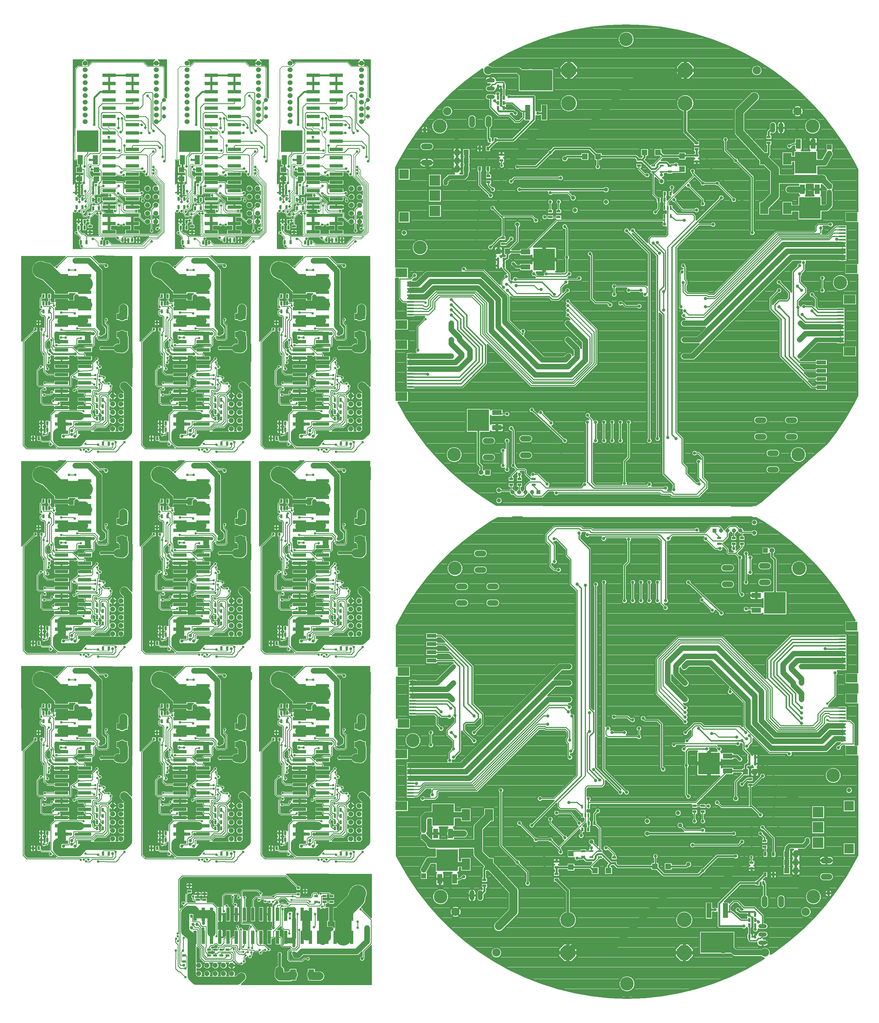
<source format=gbl>
G75*
%MOIN*%
%OFA0B0*%
%FSLAX25Y25*%
%IPPOS*%
%LPD*%
%AMOC8*
5,1,8,0,0,1.08239X$1,22.5*
%
%ADD10R,0.26378X0.26378*%
%ADD11R,0.06299X0.11811*%
%ADD12C,0.05150*%
%ADD13R,0.03150X0.04724*%
%ADD14R,0.07087X0.06299*%
%ADD15R,0.16300X0.03900*%
%ADD16C,0.06000*%
%ADD17OC8,0.06000*%
%ADD18R,0.04724X0.03150*%
%ADD19R,0.03150X0.03543*%
%ADD20R,0.12598X0.07087*%
%ADD21R,0.11811X0.06299*%
%ADD22R,0.07087X0.06693*%
%ADD23C,0.07050*%
%ADD24R,0.05150X0.05150*%
%ADD25R,0.06299X0.07087*%
%ADD26C,0.18100*%
%ADD27OC8,0.18100*%
%ADD28R,0.02165X0.04724*%
%ADD29R,0.04724X0.02165*%
%ADD30C,0.05937*%
%ADD31R,0.05937X0.05937*%
%ADD32R,0.10000X0.14000*%
%ADD33R,0.06693X0.07087*%
%ADD34C,0.07000*%
%ADD35C,0.06000*%
%ADD36R,0.13000X0.13000*%
%ADD37R,0.11811X0.11811*%
%ADD38R,0.40000X0.25000*%
%ADD39R,0.06000X0.18000*%
%ADD40C,0.05150*%
%ADD41R,0.03500X0.04500*%
%ADD42C,0.10000*%
%ADD43R,0.07874X0.02402*%
%ADD44R,0.07874X0.02362*%
%ADD45R,0.14173X0.10551*%
%ADD46R,0.11811X0.04921*%
%ADD47R,0.03543X0.03150*%
%ADD48R,0.03900X0.16300*%
%ADD49R,0.07087X0.12598*%
%ADD50C,0.03200*%
%ADD51C,0.01000*%
%ADD52C,0.00700*%
%ADD53C,0.03100*%
%ADD54C,0.01200*%
%ADD55C,0.02400*%
%ADD56C,0.03569*%
%ADD57C,0.00600*%
%ADD58C,0.03200*%
%ADD59C,0.01600*%
%ADD60C,0.02781*%
%ADD61C,0.03962*%
%ADD62C,0.20000*%
%ADD63C,0.10000*%
%ADD64C,0.05600*%
%ADD65C,0.05000*%
%ADD66C,0.03900*%
%ADD67C,0.06600*%
%ADD68C,0.04000*%
%ADD69C,0.07600*%
%ADD70C,0.16500*%
%ADD71C,0.04750*%
D10*
X0527792Y0179450D03*
X0522792Y0234450D03*
X0845292Y0296950D03*
X0925292Y0491950D03*
X0645292Y0908700D03*
X0565292Y0713700D03*
X0339042Y1052200D03*
X0215292Y1052200D03*
X0091542Y1052200D03*
X0962792Y1026200D03*
X0967792Y0971200D03*
D11*
X0976847Y0993838D03*
X0958737Y0993838D03*
X0953737Y1048838D03*
X0971847Y1048838D03*
X0348097Y1029562D03*
X0329987Y1029562D03*
X0224347Y1029562D03*
X0206237Y1029562D03*
X0100597Y1029562D03*
X0082487Y1029562D03*
X0513737Y0211812D03*
X0531847Y0211812D03*
X0536847Y0156812D03*
X0518737Y0156812D03*
D12*
X0590292Y0099450D03*
X0702792Y0201950D03*
X0770292Y0211950D03*
X0770292Y0226950D03*
X0807792Y0236950D03*
X0810292Y0221950D03*
X0820292Y0174450D03*
X0877792Y0254450D03*
X0990292Y0139450D03*
X1015292Y0264450D03*
X0900292Y0576950D03*
X0900292Y0589450D03*
X0883540Y0579450D03*
X0875666Y0579450D03*
X0867792Y0579450D03*
X0859918Y0579450D03*
X0630666Y0626200D03*
X0622792Y0626200D03*
X0614918Y0626200D03*
X0607044Y0626200D03*
X0590292Y0628700D03*
X0590292Y0616200D03*
X0366390Y0614915D03*
X0365617Y0585625D03*
X0365304Y0658438D03*
X0220304Y0658438D03*
X0221390Y0614915D03*
X0220617Y0585625D03*
X0076867Y0585625D03*
X0077640Y0614915D03*
X0076554Y0658438D03*
X0076867Y0834375D03*
X0077640Y0863665D03*
X0076554Y0907187D03*
X0220304Y0907187D03*
X0221390Y0863665D03*
X0220617Y0834375D03*
X0365617Y0834375D03*
X0366390Y0863665D03*
X0365304Y0907187D03*
X0475292Y0941200D03*
X0500292Y1066200D03*
X0431542Y1082200D03*
X0431542Y1092200D03*
X0431542Y1102200D03*
X0307792Y1102200D03*
X0307792Y1092200D03*
X0307792Y1082200D03*
X0184042Y1082200D03*
X0184042Y1092200D03*
X0184042Y1102200D03*
X0612792Y0951200D03*
X0670292Y1031200D03*
X0680292Y0983700D03*
X0682792Y0968700D03*
X0720292Y0978700D03*
X0720292Y0993700D03*
X0787792Y1003700D03*
X0900292Y1106200D03*
X0365304Y0409687D03*
X0366390Y0366165D03*
X0365617Y0336875D03*
X0220617Y0336875D03*
X0221390Y0366165D03*
X0220304Y0409687D03*
X0076554Y0409687D03*
X0077640Y0366165D03*
X0076867Y0336875D03*
X0357467Y0096875D03*
X0386757Y0096102D03*
X0430279Y0097187D03*
D13*
X0405814Y0187710D03*
X0398727Y0187710D03*
X0398535Y0218125D03*
X0391448Y0218125D03*
X0391448Y0225625D03*
X0398535Y0225625D03*
X0398535Y0233125D03*
X0391448Y0233125D03*
X0391448Y0240625D03*
X0398535Y0240625D03*
X0331035Y0212500D03*
X0323948Y0212500D03*
X0323948Y0204375D03*
X0331035Y0204375D03*
X0320827Y0194079D03*
X0313740Y0194079D03*
X0260814Y0187710D03*
X0253727Y0187710D03*
X0253535Y0218125D03*
X0246448Y0218125D03*
X0246448Y0225625D03*
X0253535Y0225625D03*
X0253535Y0233125D03*
X0246448Y0233125D03*
X0246448Y0240625D03*
X0253535Y0240625D03*
X0186035Y0212500D03*
X0178948Y0212500D03*
X0178948Y0204375D03*
X0186035Y0204375D03*
X0175827Y0194079D03*
X0168740Y0194079D03*
X0117064Y0187710D03*
X0109977Y0187710D03*
X0109785Y0218125D03*
X0102698Y0218125D03*
X0102698Y0225625D03*
X0109785Y0225625D03*
X0109785Y0233125D03*
X0102698Y0233125D03*
X0102698Y0240625D03*
X0109785Y0240625D03*
X0042285Y0212500D03*
X0035198Y0212500D03*
X0035198Y0204375D03*
X0042285Y0204375D03*
X0032077Y0194079D03*
X0024990Y0194079D03*
X0037698Y0348125D03*
X0044785Y0348125D03*
X0044785Y0358125D03*
X0037698Y0358125D03*
X0037698Y0366875D03*
X0044785Y0366875D03*
X0032077Y0442829D03*
X0024990Y0442829D03*
X0035198Y0453125D03*
X0042285Y0453125D03*
X0042285Y0461250D03*
X0035198Y0461250D03*
X0102698Y0466875D03*
X0109785Y0466875D03*
X0109785Y0474375D03*
X0102698Y0474375D03*
X0102698Y0481875D03*
X0109785Y0481875D03*
X0109785Y0489375D03*
X0102698Y0489375D03*
X0109977Y0436460D03*
X0117064Y0436460D03*
X0168740Y0442829D03*
X0175827Y0442829D03*
X0178948Y0453125D03*
X0186035Y0453125D03*
X0186035Y0461250D03*
X0178948Y0461250D03*
X0246448Y0466875D03*
X0253535Y0466875D03*
X0253535Y0474375D03*
X0246448Y0474375D03*
X0246448Y0481875D03*
X0253535Y0481875D03*
X0253535Y0489375D03*
X0246448Y0489375D03*
X0253727Y0436460D03*
X0260814Y0436460D03*
X0313740Y0442829D03*
X0320827Y0442829D03*
X0323948Y0453125D03*
X0331035Y0453125D03*
X0331035Y0461250D03*
X0323948Y0461250D03*
X0391448Y0466875D03*
X0398535Y0466875D03*
X0398535Y0474375D03*
X0391448Y0474375D03*
X0391448Y0481875D03*
X0398535Y0481875D03*
X0398535Y0489375D03*
X0391448Y0489375D03*
X0398727Y0436460D03*
X0405814Y0436460D03*
X0333535Y0366875D03*
X0326448Y0366875D03*
X0326448Y0358125D03*
X0333535Y0358125D03*
X0333535Y0348125D03*
X0326448Y0348125D03*
X0188535Y0348125D03*
X0181448Y0348125D03*
X0181448Y0358125D03*
X0188535Y0358125D03*
X0188535Y0366875D03*
X0181448Y0366875D03*
X0181448Y0596875D03*
X0188535Y0596875D03*
X0188535Y0606875D03*
X0181448Y0606875D03*
X0181448Y0615625D03*
X0188535Y0615625D03*
X0175827Y0691579D03*
X0168740Y0691579D03*
X0178948Y0701875D03*
X0186035Y0701875D03*
X0186035Y0710000D03*
X0178948Y0710000D03*
X0117064Y0685210D03*
X0109977Y0685210D03*
X0109785Y0715625D03*
X0102698Y0715625D03*
X0102698Y0723125D03*
X0109785Y0723125D03*
X0109785Y0730625D03*
X0102698Y0730625D03*
X0102698Y0738125D03*
X0109785Y0738125D03*
X0042285Y0710000D03*
X0035198Y0710000D03*
X0035198Y0701875D03*
X0042285Y0701875D03*
X0032077Y0691579D03*
X0024990Y0691579D03*
X0037698Y0615625D03*
X0044785Y0615625D03*
X0044785Y0606875D03*
X0037698Y0606875D03*
X0037698Y0596875D03*
X0044785Y0596875D03*
X0246448Y0715625D03*
X0253535Y0715625D03*
X0253535Y0723125D03*
X0246448Y0723125D03*
X0246448Y0730625D03*
X0253535Y0730625D03*
X0253535Y0738125D03*
X0246448Y0738125D03*
X0253727Y0685210D03*
X0260814Y0685210D03*
X0313740Y0691579D03*
X0320827Y0691579D03*
X0323948Y0701875D03*
X0331035Y0701875D03*
X0331035Y0710000D03*
X0323948Y0710000D03*
X0391448Y0715625D03*
X0398535Y0715625D03*
X0398535Y0723125D03*
X0391448Y0723125D03*
X0391448Y0730625D03*
X0398535Y0730625D03*
X0398535Y0738125D03*
X0391448Y0738125D03*
X0398727Y0685210D03*
X0405814Y0685210D03*
X0333535Y0615625D03*
X0326448Y0615625D03*
X0326448Y0606875D03*
X0333535Y0606875D03*
X0333535Y0596875D03*
X0326448Y0596875D03*
X0326448Y0845625D03*
X0333535Y0845625D03*
X0333535Y0855625D03*
X0326448Y0855625D03*
X0326448Y0864375D03*
X0333535Y0864375D03*
X0330498Y0929700D03*
X0337585Y0929700D03*
X0335085Y0947200D03*
X0327998Y0947200D03*
X0327998Y0954700D03*
X0335085Y0954700D03*
X0345498Y0970950D03*
X0352585Y0970950D03*
X0352561Y0981207D03*
X0345474Y0981207D03*
X0345498Y0989700D03*
X0345498Y0995325D03*
X0352585Y0995325D03*
X0352585Y0989700D03*
X0332585Y0982200D03*
X0325498Y0982200D03*
X0324873Y0989700D03*
X0331960Y0989700D03*
X0331960Y0997200D03*
X0324873Y0997200D03*
X0325498Y0972200D03*
X0332585Y0972200D03*
X0355498Y0929075D03*
X0362585Y0929075D03*
X0381123Y0932200D03*
X0388210Y0932200D03*
X0392998Y0932200D03*
X0400085Y0932200D03*
X0276335Y0932200D03*
X0269248Y0932200D03*
X0264460Y0932200D03*
X0257373Y0932200D03*
X0238835Y0929075D03*
X0231748Y0929075D03*
X0213835Y0929700D03*
X0206748Y0929700D03*
X0204248Y0947200D03*
X0211335Y0947200D03*
X0211335Y0954700D03*
X0204248Y0954700D03*
X0201748Y0972200D03*
X0208835Y0972200D03*
X0208835Y0982200D03*
X0201748Y0982200D03*
X0201123Y0989700D03*
X0208210Y0989700D03*
X0208210Y0997200D03*
X0201123Y0997200D03*
X0221748Y0995325D03*
X0221748Y0989700D03*
X0228835Y0989700D03*
X0228835Y0995325D03*
X0228811Y0981207D03*
X0221724Y0981207D03*
X0221748Y0970950D03*
X0228835Y0970950D03*
X0152585Y0932200D03*
X0145498Y0932200D03*
X0140710Y0932200D03*
X0133623Y0932200D03*
X0115085Y0929075D03*
X0107998Y0929075D03*
X0090085Y0929700D03*
X0082998Y0929700D03*
X0080498Y0947200D03*
X0087585Y0947200D03*
X0087585Y0954700D03*
X0080498Y0954700D03*
X0077998Y0972200D03*
X0085085Y0972200D03*
X0085085Y0982200D03*
X0077998Y0982200D03*
X0077373Y0989700D03*
X0084460Y0989700D03*
X0084460Y0997200D03*
X0077373Y0997200D03*
X0097998Y0995325D03*
X0097998Y0989700D03*
X0105085Y0989700D03*
X0105085Y0995325D03*
X0105061Y0981207D03*
X0097974Y0981207D03*
X0097998Y0970950D03*
X0105085Y0970950D03*
X0044785Y0864375D03*
X0037698Y0864375D03*
X0037698Y0855625D03*
X0044785Y0855625D03*
X0044785Y0845625D03*
X0037698Y0845625D03*
X0181448Y0845625D03*
X0188535Y0845625D03*
X0188535Y0855625D03*
X0181448Y0855625D03*
X0181448Y0864375D03*
X0188535Y0864375D03*
X0579248Y1053700D03*
X0586335Y1053700D03*
X0589248Y1092450D03*
X0589248Y1098700D03*
X0589248Y1104950D03*
X0596335Y1104950D03*
X0596335Y1098700D03*
X0596335Y1092450D03*
X0596335Y1118700D03*
X0589248Y1118700D03*
X0589248Y0908700D03*
X0596335Y0908700D03*
X0596335Y0901200D03*
X0589248Y0901200D03*
X0784248Y0981200D03*
X0791335Y0981200D03*
X0791748Y0988700D03*
X0798835Y0988700D03*
X0894248Y0304450D03*
X0901335Y0304450D03*
X0901335Y0296950D03*
X0894248Y0296950D03*
X0904248Y0151950D03*
X0911335Y0151950D03*
X0901335Y0113200D03*
X0901335Y0106950D03*
X0901335Y0100700D03*
X0894248Y0100700D03*
X0894248Y0106950D03*
X0894248Y0113200D03*
X0894248Y0086950D03*
X0901335Y0086950D03*
X0706335Y0224450D03*
X0699248Y0224450D03*
X0698835Y0216950D03*
X0691748Y0216950D03*
D14*
X0349667Y1006688D03*
X0349667Y1017712D03*
X0329042Y1017712D03*
X0329042Y1006688D03*
X0225917Y1006688D03*
X0225917Y1017712D03*
X0205292Y1017712D03*
X0205292Y1006688D03*
X0102167Y1006688D03*
X0102167Y1017712D03*
X0081542Y1017712D03*
X0081542Y1006688D03*
D15*
X0117492Y1002200D03*
X0117492Y0992200D03*
X0117492Y0982200D03*
X0117492Y0972200D03*
X0117492Y0962200D03*
X0117492Y0952200D03*
X0117492Y0942200D03*
X0145592Y0942200D03*
X0145592Y0952200D03*
X0145592Y0962200D03*
X0145592Y0972200D03*
X0145592Y0982200D03*
X0145592Y0992200D03*
X0145592Y1002200D03*
X0145592Y1012200D03*
X0145592Y1022200D03*
X0145592Y1032200D03*
X0145592Y1042200D03*
X0145592Y1052200D03*
X0145592Y1062200D03*
X0145592Y1072200D03*
X0145592Y1082200D03*
X0145592Y1092200D03*
X0145592Y1102200D03*
X0145592Y1112200D03*
X0145592Y1122200D03*
X0145592Y1132200D03*
X0117492Y1132200D03*
X0117492Y1122200D03*
X0117492Y1112200D03*
X0117492Y1102200D03*
X0117492Y1092200D03*
X0117492Y1082200D03*
X0117492Y1072200D03*
X0117492Y1062200D03*
X0117492Y1052200D03*
X0117492Y1042200D03*
X0117492Y1032200D03*
X0117492Y1022200D03*
X0117492Y1012200D03*
X0087792Y0888750D03*
X0087792Y0878750D03*
X0087792Y0868750D03*
X0087792Y0858750D03*
X0087792Y0848750D03*
X0087792Y0838750D03*
X0087792Y0828750D03*
X0087792Y0818750D03*
X0087792Y0808750D03*
X0087792Y0798750D03*
X0087792Y0788750D03*
X0087792Y0778750D03*
X0087792Y0768750D03*
X0087792Y0758750D03*
X0087792Y0748750D03*
X0087792Y0738750D03*
X0087792Y0728750D03*
X0087792Y0718750D03*
X0087792Y0708750D03*
X0087792Y0698750D03*
X0059692Y0698750D03*
X0059692Y0708750D03*
X0059692Y0718750D03*
X0059692Y0728750D03*
X0059692Y0738750D03*
X0059692Y0748750D03*
X0059692Y0758750D03*
X0059692Y0768750D03*
X0059692Y0778750D03*
X0059692Y0788750D03*
X0059692Y0798750D03*
X0059692Y0808750D03*
X0059692Y0818750D03*
X0059692Y0828750D03*
X0059692Y0838750D03*
X0059692Y0848750D03*
X0059692Y0858750D03*
X0059692Y0868750D03*
X0059692Y0878750D03*
X0059692Y0888750D03*
X0203442Y0888750D03*
X0203442Y0878750D03*
X0203442Y0868750D03*
X0203442Y0858750D03*
X0203442Y0848750D03*
X0203442Y0838750D03*
X0203442Y0828750D03*
X0203442Y0818750D03*
X0203442Y0808750D03*
X0203442Y0798750D03*
X0203442Y0788750D03*
X0203442Y0778750D03*
X0203442Y0768750D03*
X0203442Y0758750D03*
X0203442Y0748750D03*
X0203442Y0738750D03*
X0203442Y0728750D03*
X0203442Y0718750D03*
X0203442Y0708750D03*
X0203442Y0698750D03*
X0231542Y0698750D03*
X0231542Y0708750D03*
X0231542Y0718750D03*
X0231542Y0728750D03*
X0231542Y0738750D03*
X0231542Y0748750D03*
X0231542Y0758750D03*
X0231542Y0768750D03*
X0231542Y0778750D03*
X0231542Y0788750D03*
X0231542Y0798750D03*
X0231542Y0808750D03*
X0231542Y0818750D03*
X0231542Y0828750D03*
X0231542Y0838750D03*
X0231542Y0848750D03*
X0231542Y0858750D03*
X0231542Y0868750D03*
X0231542Y0878750D03*
X0231542Y0888750D03*
X0241242Y0942200D03*
X0241242Y0952200D03*
X0241242Y0962200D03*
X0241242Y0972200D03*
X0241242Y0982200D03*
X0241242Y0992200D03*
X0241242Y1002200D03*
X0241242Y1012200D03*
X0241242Y1022200D03*
X0241242Y1032200D03*
X0241242Y1042200D03*
X0241242Y1052200D03*
X0241242Y1062200D03*
X0241242Y1072200D03*
X0241242Y1082200D03*
X0241242Y1092200D03*
X0241242Y1102200D03*
X0241242Y1112200D03*
X0241242Y1122200D03*
X0241242Y1132200D03*
X0269342Y1132200D03*
X0269342Y1122200D03*
X0269342Y1112200D03*
X0269342Y1102200D03*
X0269342Y1092200D03*
X0269342Y1082200D03*
X0269342Y1072200D03*
X0269342Y1062200D03*
X0269342Y1052200D03*
X0269342Y1042200D03*
X0269342Y1032200D03*
X0269342Y1022200D03*
X0269342Y1012200D03*
X0269342Y1002200D03*
X0269342Y0992200D03*
X0269342Y0982200D03*
X0269342Y0972200D03*
X0269342Y0962200D03*
X0269342Y0952200D03*
X0269342Y0942200D03*
X0348442Y0888750D03*
X0348442Y0878750D03*
X0348442Y0868750D03*
X0348442Y0858750D03*
X0348442Y0848750D03*
X0348442Y0838750D03*
X0348442Y0828750D03*
X0348442Y0818750D03*
X0348442Y0808750D03*
X0348442Y0798750D03*
X0348442Y0788750D03*
X0348442Y0778750D03*
X0348442Y0768750D03*
X0348442Y0758750D03*
X0348442Y0748750D03*
X0348442Y0738750D03*
X0348442Y0728750D03*
X0348442Y0718750D03*
X0348442Y0708750D03*
X0348442Y0698750D03*
X0376542Y0698750D03*
X0376542Y0708750D03*
X0376542Y0718750D03*
X0376542Y0728750D03*
X0376542Y0738750D03*
X0376542Y0748750D03*
X0376542Y0758750D03*
X0376542Y0768750D03*
X0376542Y0778750D03*
X0376542Y0788750D03*
X0376542Y0798750D03*
X0376542Y0808750D03*
X0376542Y0818750D03*
X0376542Y0828750D03*
X0376542Y0838750D03*
X0376542Y0848750D03*
X0376542Y0858750D03*
X0376542Y0868750D03*
X0376542Y0878750D03*
X0376542Y0888750D03*
X0364992Y0942200D03*
X0364992Y0952200D03*
X0364992Y0962200D03*
X0364992Y0972200D03*
X0364992Y0982200D03*
X0364992Y0992200D03*
X0364992Y1002200D03*
X0364992Y1012200D03*
X0364992Y1022200D03*
X0364992Y1032200D03*
X0364992Y1042200D03*
X0364992Y1052200D03*
X0364992Y1062200D03*
X0364992Y1072200D03*
X0364992Y1082200D03*
X0364992Y1092200D03*
X0364992Y1102200D03*
X0364992Y1112200D03*
X0364992Y1122200D03*
X0364992Y1132200D03*
X0393092Y1132200D03*
X0393092Y1122200D03*
X0393092Y1112200D03*
X0393092Y1102200D03*
X0393092Y1092200D03*
X0393092Y1082200D03*
X0393092Y1072200D03*
X0393092Y1062200D03*
X0393092Y1052200D03*
X0393092Y1042200D03*
X0393092Y1032200D03*
X0393092Y1022200D03*
X0393092Y1012200D03*
X0393092Y1002200D03*
X0393092Y0992200D03*
X0393092Y0982200D03*
X0393092Y0972200D03*
X0393092Y0962200D03*
X0393092Y0952200D03*
X0393092Y0942200D03*
X0376542Y0640000D03*
X0376542Y0630000D03*
X0376542Y0620000D03*
X0376542Y0610000D03*
X0376542Y0600000D03*
X0376542Y0590000D03*
X0376542Y0580000D03*
X0376542Y0570000D03*
X0376542Y0560000D03*
X0376542Y0550000D03*
X0376542Y0540000D03*
X0376542Y0530000D03*
X0376542Y0520000D03*
X0376542Y0510000D03*
X0376542Y0500000D03*
X0376542Y0490000D03*
X0376542Y0480000D03*
X0376542Y0470000D03*
X0376542Y0460000D03*
X0376542Y0450000D03*
X0348442Y0450000D03*
X0348442Y0460000D03*
X0348442Y0470000D03*
X0348442Y0480000D03*
X0348442Y0490000D03*
X0348442Y0500000D03*
X0348442Y0510000D03*
X0348442Y0520000D03*
X0348442Y0530000D03*
X0348442Y0540000D03*
X0348442Y0550000D03*
X0348442Y0560000D03*
X0348442Y0570000D03*
X0348442Y0580000D03*
X0348442Y0590000D03*
X0348442Y0600000D03*
X0348442Y0610000D03*
X0348442Y0620000D03*
X0348442Y0630000D03*
X0348442Y0640000D03*
X0231542Y0640000D03*
X0231542Y0630000D03*
X0231542Y0620000D03*
X0231542Y0610000D03*
X0231542Y0600000D03*
X0231542Y0590000D03*
X0231542Y0580000D03*
X0231542Y0570000D03*
X0231542Y0560000D03*
X0231542Y0550000D03*
X0231542Y0540000D03*
X0231542Y0530000D03*
X0231542Y0520000D03*
X0231542Y0510000D03*
X0231542Y0500000D03*
X0231542Y0490000D03*
X0231542Y0480000D03*
X0231542Y0470000D03*
X0231542Y0460000D03*
X0231542Y0450000D03*
X0203442Y0450000D03*
X0203442Y0460000D03*
X0203442Y0470000D03*
X0203442Y0480000D03*
X0203442Y0490000D03*
X0203442Y0500000D03*
X0203442Y0510000D03*
X0203442Y0520000D03*
X0203442Y0530000D03*
X0203442Y0540000D03*
X0203442Y0550000D03*
X0203442Y0560000D03*
X0203442Y0570000D03*
X0203442Y0580000D03*
X0203442Y0590000D03*
X0203442Y0600000D03*
X0203442Y0610000D03*
X0203442Y0620000D03*
X0203442Y0630000D03*
X0203442Y0640000D03*
X0087792Y0640000D03*
X0087792Y0630000D03*
X0087792Y0620000D03*
X0087792Y0610000D03*
X0087792Y0600000D03*
X0087792Y0590000D03*
X0087792Y0580000D03*
X0087792Y0570000D03*
X0087792Y0560000D03*
X0087792Y0550000D03*
X0087792Y0540000D03*
X0087792Y0530000D03*
X0087792Y0520000D03*
X0087792Y0510000D03*
X0087792Y0500000D03*
X0087792Y0490000D03*
X0087792Y0480000D03*
X0087792Y0470000D03*
X0087792Y0460000D03*
X0087792Y0450000D03*
X0059692Y0450000D03*
X0059692Y0460000D03*
X0059692Y0470000D03*
X0059692Y0480000D03*
X0059692Y0490000D03*
X0059692Y0500000D03*
X0059692Y0510000D03*
X0059692Y0520000D03*
X0059692Y0530000D03*
X0059692Y0540000D03*
X0059692Y0550000D03*
X0059692Y0560000D03*
X0059692Y0570000D03*
X0059692Y0580000D03*
X0059692Y0590000D03*
X0059692Y0600000D03*
X0059692Y0610000D03*
X0059692Y0620000D03*
X0059692Y0630000D03*
X0059692Y0640000D03*
X0059692Y0391250D03*
X0059692Y0381250D03*
X0059692Y0371250D03*
X0059692Y0361250D03*
X0059692Y0351250D03*
X0059692Y0341250D03*
X0059692Y0331250D03*
X0059692Y0321250D03*
X0059692Y0311250D03*
X0059692Y0301250D03*
X0059692Y0291250D03*
X0059692Y0281250D03*
X0059692Y0271250D03*
X0059692Y0261250D03*
X0059692Y0251250D03*
X0059692Y0241250D03*
X0059692Y0231250D03*
X0059692Y0221250D03*
X0059692Y0211250D03*
X0059692Y0201250D03*
X0087792Y0201250D03*
X0087792Y0211250D03*
X0087792Y0221250D03*
X0087792Y0231250D03*
X0087792Y0241250D03*
X0087792Y0251250D03*
X0087792Y0261250D03*
X0087792Y0271250D03*
X0087792Y0281250D03*
X0087792Y0291250D03*
X0087792Y0301250D03*
X0087792Y0311250D03*
X0087792Y0321250D03*
X0087792Y0331250D03*
X0087792Y0341250D03*
X0087792Y0351250D03*
X0087792Y0361250D03*
X0087792Y0371250D03*
X0087792Y0381250D03*
X0087792Y0391250D03*
X0203442Y0391250D03*
X0203442Y0381250D03*
X0203442Y0371250D03*
X0203442Y0361250D03*
X0203442Y0351250D03*
X0203442Y0341250D03*
X0203442Y0331250D03*
X0203442Y0321250D03*
X0203442Y0311250D03*
X0203442Y0301250D03*
X0203442Y0291250D03*
X0203442Y0281250D03*
X0203442Y0271250D03*
X0203442Y0261250D03*
X0203442Y0251250D03*
X0203442Y0241250D03*
X0203442Y0231250D03*
X0203442Y0221250D03*
X0203442Y0211250D03*
X0203442Y0201250D03*
X0231542Y0201250D03*
X0231542Y0211250D03*
X0231542Y0221250D03*
X0231542Y0231250D03*
X0231542Y0241250D03*
X0231542Y0251250D03*
X0231542Y0261250D03*
X0231542Y0271250D03*
X0231542Y0281250D03*
X0231542Y0291250D03*
X0231542Y0301250D03*
X0231542Y0311250D03*
X0231542Y0321250D03*
X0231542Y0331250D03*
X0231542Y0341250D03*
X0231542Y0351250D03*
X0231542Y0361250D03*
X0231542Y0371250D03*
X0231542Y0381250D03*
X0231542Y0391250D03*
X0348442Y0391250D03*
X0348442Y0381250D03*
X0348442Y0371250D03*
X0348442Y0361250D03*
X0348442Y0351250D03*
X0348442Y0341250D03*
X0348442Y0331250D03*
X0348442Y0321250D03*
X0348442Y0311250D03*
X0348442Y0301250D03*
X0348442Y0291250D03*
X0348442Y0281250D03*
X0348442Y0271250D03*
X0348442Y0261250D03*
X0348442Y0251250D03*
X0348442Y0241250D03*
X0348442Y0231250D03*
X0348442Y0221250D03*
X0348442Y0211250D03*
X0348442Y0201250D03*
X0376542Y0201250D03*
X0376542Y0211250D03*
X0376542Y0221250D03*
X0376542Y0231250D03*
X0376542Y0241250D03*
X0376542Y0251250D03*
X0376542Y0261250D03*
X0376542Y0271250D03*
X0376542Y0281250D03*
X0376542Y0291250D03*
X0376542Y0301250D03*
X0376542Y0311250D03*
X0376542Y0321250D03*
X0376542Y0331250D03*
X0376542Y0341250D03*
X0376542Y0351250D03*
X0376542Y0361250D03*
X0376542Y0371250D03*
X0376542Y0381250D03*
X0376542Y0391250D03*
D16*
X0336985Y1075960D03*
X0336985Y1083834D03*
X0336985Y1091708D03*
X0336985Y1099582D03*
X0336985Y1107456D03*
X0336985Y1115330D03*
X0336985Y1123204D03*
X0336985Y1131078D03*
X0336985Y1138952D03*
X0336985Y1146826D03*
X0298599Y1146826D03*
X0298599Y1138952D03*
X0298599Y1131078D03*
X0298599Y1123204D03*
X0298599Y1115330D03*
X0298599Y1107456D03*
X0298599Y1099582D03*
X0298599Y1091708D03*
X0298599Y1083834D03*
X0298599Y1075960D03*
X0211985Y1075960D03*
X0211985Y1083834D03*
X0211985Y1091708D03*
X0211985Y1099582D03*
X0211985Y1107456D03*
X0211985Y1115330D03*
X0211985Y1123204D03*
X0211985Y1131078D03*
X0211985Y1138952D03*
X0211985Y1146826D03*
X0174849Y1146826D03*
X0174849Y1138952D03*
X0174849Y1131078D03*
X0174849Y1123204D03*
X0174849Y1115330D03*
X0174849Y1107456D03*
X0174849Y1099582D03*
X0174849Y1091708D03*
X0174849Y1083834D03*
X0174849Y1075960D03*
X0088235Y1075960D03*
X0088235Y1083834D03*
X0088235Y1091708D03*
X0088235Y1099582D03*
X0088235Y1107456D03*
X0088235Y1115330D03*
X0088235Y1123204D03*
X0088235Y1131078D03*
X0088235Y1138952D03*
X0088235Y1146826D03*
X0423599Y1146826D03*
X0423599Y1138952D03*
X0423599Y1131078D03*
X0423599Y1123204D03*
X0423599Y1115330D03*
X0423599Y1107456D03*
X0423599Y1099582D03*
X0423599Y1091708D03*
X0423599Y1083834D03*
X0423599Y1075960D03*
D17*
X0421542Y0994700D03*
X0421542Y0984700D03*
X0421542Y0974700D03*
X0421542Y0964700D03*
X0421542Y0954700D03*
X0411542Y0954700D03*
X0411542Y0964700D03*
X0411542Y0974700D03*
X0411542Y0984700D03*
X0411542Y0994700D03*
X0297792Y0994700D03*
X0297792Y0984700D03*
X0297792Y0974700D03*
X0297792Y0964700D03*
X0297792Y0954700D03*
X0287792Y0954700D03*
X0287792Y0964700D03*
X0287792Y0974700D03*
X0287792Y0984700D03*
X0287792Y0994700D03*
X0174042Y0994700D03*
X0174042Y0984700D03*
X0174042Y0974700D03*
X0174042Y0964700D03*
X0174042Y0954700D03*
X0164042Y0954700D03*
X0164042Y0964700D03*
X0164042Y0974700D03*
X0164042Y0984700D03*
X0164042Y0994700D03*
X0131867Y0743125D03*
X0131867Y0733125D03*
X0131867Y0723125D03*
X0131867Y0713125D03*
X0131867Y0703125D03*
X0121867Y0703125D03*
X0121867Y0713125D03*
X0121867Y0723125D03*
X0121867Y0733125D03*
X0121867Y0743125D03*
X0265617Y0743125D03*
X0275617Y0743125D03*
X0275617Y0733125D03*
X0275617Y0723125D03*
X0275617Y0713125D03*
X0275617Y0703125D03*
X0265617Y0703125D03*
X0265617Y0713125D03*
X0265617Y0723125D03*
X0265617Y0733125D03*
X0410617Y0733125D03*
X0420617Y0733125D03*
X0420617Y0743125D03*
X0410617Y0743125D03*
X0410617Y0723125D03*
X0420617Y0723125D03*
X0420617Y0713125D03*
X0420617Y0703125D03*
X0410617Y0703125D03*
X0410617Y0713125D03*
X0410617Y0494375D03*
X0420617Y0494375D03*
X0420617Y0484375D03*
X0420617Y0474375D03*
X0420617Y0464375D03*
X0420617Y0454375D03*
X0410617Y0454375D03*
X0410617Y0464375D03*
X0410617Y0474375D03*
X0410617Y0484375D03*
X0275617Y0484375D03*
X0275617Y0474375D03*
X0275617Y0464375D03*
X0275617Y0454375D03*
X0265617Y0454375D03*
X0265617Y0464375D03*
X0265617Y0474375D03*
X0265617Y0484375D03*
X0265617Y0494375D03*
X0275617Y0494375D03*
X0131867Y0494375D03*
X0131867Y0484375D03*
X0131867Y0474375D03*
X0131867Y0464375D03*
X0131867Y0454375D03*
X0121867Y0454375D03*
X0121867Y0464375D03*
X0121867Y0474375D03*
X0121867Y0484375D03*
X0121867Y0494375D03*
X0121867Y0245625D03*
X0131867Y0245625D03*
X0131867Y0235625D03*
X0131867Y0225625D03*
X0131867Y0215625D03*
X0131867Y0205625D03*
X0121867Y0205625D03*
X0121867Y0215625D03*
X0121867Y0225625D03*
X0121867Y0235625D03*
X0265617Y0235625D03*
X0275617Y0235625D03*
X0275617Y0225625D03*
X0275617Y0215625D03*
X0275617Y0205625D03*
X0265617Y0205625D03*
X0265617Y0215625D03*
X0265617Y0225625D03*
X0265617Y0245625D03*
X0275617Y0245625D03*
X0410617Y0245625D03*
X0420617Y0245625D03*
X0420617Y0235625D03*
X0420617Y0225625D03*
X0420617Y0215625D03*
X0420617Y0205625D03*
X0410617Y0205625D03*
X0410617Y0215625D03*
X0410617Y0225625D03*
X0410617Y0235625D03*
X0266217Y0051875D03*
X0266217Y0041875D03*
X0256217Y0041875D03*
X0256217Y0051875D03*
X0246217Y0051875D03*
X0246217Y0041875D03*
X0236217Y0041875D03*
X0236217Y0051875D03*
X0226217Y0051875D03*
X0226217Y0041875D03*
D18*
X0208302Y0056678D03*
X0208302Y0063765D03*
X0238717Y0063957D03*
X0238717Y0071043D03*
X0246217Y0071043D03*
X0246217Y0063957D03*
X0253717Y0063957D03*
X0253717Y0071043D03*
X0261217Y0071043D03*
X0261217Y0063957D03*
X0233092Y0131457D03*
X0233092Y0138543D03*
X0224967Y0138543D03*
X0224967Y0131457D03*
X0214671Y0141665D03*
X0214671Y0148751D03*
X0368717Y0136043D03*
X0368717Y0128957D03*
X0378717Y0128957D03*
X0378717Y0136043D03*
X0387467Y0136043D03*
X0387467Y0128957D03*
X0572792Y0148407D03*
X0572792Y0155493D03*
X0660292Y0155907D03*
X0660292Y0162993D03*
X0660292Y0170907D03*
X0660292Y0177993D03*
X0692792Y0183407D03*
X0692792Y0190493D03*
X0730292Y0182993D03*
X0730292Y0175907D03*
X0827792Y0238407D03*
X0827792Y0245493D03*
X0837792Y0245493D03*
X0837792Y0238407D03*
X0895292Y0270907D03*
X0895292Y0277993D03*
X0912792Y0202993D03*
X0912792Y0195907D03*
X0897092Y0176693D03*
X0897092Y0169607D03*
X0885292Y0563407D03*
X0885292Y0570493D03*
X0875292Y0570493D03*
X0875292Y0563407D03*
X0857792Y0563407D03*
X0857792Y0570493D03*
X0632792Y0635157D03*
X0632792Y0642243D03*
X0615292Y0642243D03*
X0615292Y0635157D03*
X0605292Y0635157D03*
X0605292Y0642243D03*
X0595292Y0927657D03*
X0595292Y0934743D03*
X0652792Y0960157D03*
X0652792Y0967243D03*
X0662792Y0967243D03*
X0662792Y0960157D03*
X0593492Y1028957D03*
X0593492Y1036043D03*
X0577792Y1009743D03*
X0577792Y1002657D03*
X0760292Y1022657D03*
X0760292Y1029743D03*
X0797792Y1022243D03*
X0797792Y1015157D03*
X0830292Y1027657D03*
X0830292Y1034743D03*
X0830292Y1042657D03*
X0830292Y1049743D03*
X0917792Y1050157D03*
X0917792Y1057243D03*
X0341874Y0948887D03*
X0341874Y0941800D03*
X0218124Y0941800D03*
X0218124Y0948887D03*
X0094374Y0948887D03*
X0094374Y0941800D03*
D19*
X0031645Y0832128D03*
X0027905Y0823861D03*
X0035385Y0823861D03*
X0171655Y0823861D03*
X0179135Y0823861D03*
X0175395Y0832128D03*
X0316655Y0823861D03*
X0324135Y0823861D03*
X0320395Y0832128D03*
X0320395Y0583378D03*
X0316655Y0575111D03*
X0324135Y0575111D03*
X0179135Y0575111D03*
X0171655Y0575111D03*
X0175395Y0583378D03*
X0035385Y0575111D03*
X0027905Y0575111D03*
X0031645Y0583378D03*
X0031645Y0334628D03*
X0027905Y0326361D03*
X0035385Y0326361D03*
X0171655Y0326361D03*
X0179135Y0326361D03*
X0175395Y0334628D03*
X0316655Y0326361D03*
X0324135Y0326361D03*
X0320395Y0334628D03*
D20*
X0276754Y0342076D03*
X0276754Y0320029D03*
X0133004Y0320029D03*
X0133004Y0342076D03*
X0133004Y0568779D03*
X0133004Y0590826D03*
X0276754Y0590826D03*
X0276754Y0568779D03*
X0421754Y0568779D03*
X0421754Y0590826D03*
X0421754Y0817529D03*
X0421754Y0839576D03*
X0276754Y0839576D03*
X0276754Y0817529D03*
X0133004Y0817529D03*
X0133004Y0839576D03*
X0421754Y0342076D03*
X0421754Y0320029D03*
D21*
X0587929Y0704645D03*
X0587929Y0722755D03*
X0622654Y0899645D03*
X0622654Y0917755D03*
X0902654Y0501005D03*
X0902654Y0482895D03*
X0867929Y0306005D03*
X0867929Y0287895D03*
D22*
X0795863Y0171950D03*
X0779721Y0171950D03*
X0723363Y0166950D03*
X0707221Y0166950D03*
X0710863Y1033700D03*
X0694721Y1033700D03*
X0767221Y1038700D03*
X0783363Y1038700D03*
D23*
X0506317Y1046043D02*
X0499267Y1046043D01*
X0499267Y1026357D02*
X0506317Y1026357D01*
X0984267Y0179293D02*
X0991317Y0179293D01*
X0991317Y0159607D02*
X0984267Y0159607D01*
D24*
X0852044Y0579450D03*
X0638540Y0626200D03*
D25*
X0600803Y0918700D03*
X0589780Y0918700D03*
X0550803Y1018700D03*
X0550803Y1028700D03*
X0550803Y1038700D03*
X0539780Y1038700D03*
X0539780Y1028700D03*
X0539780Y1018700D03*
X0889780Y0286950D03*
X0900803Y0286950D03*
X0939780Y0186950D03*
X0939780Y0176950D03*
X0939780Y0166950D03*
X0950803Y0166950D03*
X0950803Y0176950D03*
X0950803Y0186950D03*
D26*
X0815370Y0107324D03*
X0674032Y0107324D03*
X0675213Y1098326D03*
X0816552Y1098326D03*
D27*
X0816552Y1138326D03*
X0675213Y1138326D03*
X0674032Y0067324D03*
X0815370Y0067324D03*
D28*
X0699032Y0234331D03*
X0695292Y0234331D03*
X0691552Y0234331D03*
X0691552Y0244569D03*
X0699032Y0244569D03*
X0791552Y0961081D03*
X0799032Y0961081D03*
X0799032Y0971319D03*
X0795292Y0971319D03*
X0791552Y0971319D03*
D29*
X0787910Y1014960D03*
X0787910Y1022440D03*
X0777673Y1022440D03*
X0777673Y1018700D03*
X0777673Y1014960D03*
X0712910Y0190690D03*
X0712910Y0186950D03*
X0712910Y0183210D03*
X0702673Y0183210D03*
X0702673Y0190690D03*
D30*
X0499229Y0168387D03*
X0499229Y0215887D03*
X0568855Y0650137D03*
X0921729Y0555513D03*
X0991355Y0989763D03*
X0991355Y1037263D03*
D31*
X0991355Y1045137D03*
X0991355Y0997637D03*
X0913855Y0555513D03*
X0576729Y0650137D03*
X0499229Y0208013D03*
X0499229Y0160513D03*
D32*
X0550292Y0174700D03*
X0578292Y0174700D03*
X0578292Y0234700D03*
X0550292Y0234700D03*
X0912292Y0970950D03*
X0940292Y0970950D03*
X0940292Y1030950D03*
X0912292Y1030950D03*
D33*
X0812792Y1034271D03*
X0812792Y1018129D03*
X0677792Y0187521D03*
X0677792Y0171379D03*
D34*
X0527792Y0179450D02*
X0505292Y0179450D01*
X0499229Y0168387D01*
X0507792Y0199450D02*
X0499229Y0208013D01*
X0430279Y0097187D02*
X0430279Y0081229D01*
X0417825Y0068776D01*
X0351230Y0068776D01*
X0346778Y0064324D01*
X0343875Y0064324D01*
X0339006Y0082396D02*
X0339330Y0082720D01*
X0339006Y0082396D02*
X0334013Y0082396D01*
X0376969Y0106219D02*
X0376968Y0106221D01*
X0376969Y0106219D02*
X0377644Y0105189D01*
X0380096Y0313421D02*
X0380096Y0318414D01*
X0379772Y0318738D01*
X0393716Y0330638D02*
X0393716Y0397234D01*
X0381262Y0409687D01*
X0365304Y0409687D01*
X0357303Y0357053D02*
X0356272Y0356377D01*
X0356271Y0356376D01*
X0393716Y0330638D02*
X0398168Y0326186D01*
X0398168Y0323283D01*
X0253168Y0323283D02*
X0253168Y0326186D01*
X0248716Y0330638D01*
X0248716Y0397234D01*
X0236262Y0409687D01*
X0220304Y0409687D01*
X0212303Y0357053D02*
X0211272Y0356377D01*
X0211271Y0356376D01*
X0234772Y0318738D02*
X0235096Y0318414D01*
X0235096Y0313421D01*
X0109418Y0323283D02*
X0109418Y0326186D01*
X0104966Y0330638D01*
X0104966Y0397234D01*
X0092512Y0409687D01*
X0076554Y0409687D01*
X0068553Y0357053D02*
X0067522Y0356377D01*
X0067521Y0356376D01*
X0091022Y0318738D02*
X0091346Y0318414D01*
X0091346Y0313421D01*
X0091346Y0562171D02*
X0091346Y0567164D01*
X0091022Y0567488D01*
X0104966Y0579388D02*
X0109418Y0574936D01*
X0109418Y0572033D01*
X0104966Y0579388D02*
X0104966Y0645984D01*
X0092512Y0658438D01*
X0076554Y0658438D01*
X0068553Y0605803D02*
X0067522Y0605127D01*
X0067521Y0605126D01*
X0211271Y0605126D02*
X0211272Y0605127D01*
X0212303Y0605803D01*
X0234772Y0567488D02*
X0235096Y0567164D01*
X0235096Y0562171D01*
X0253168Y0572033D02*
X0253168Y0574936D01*
X0248716Y0579388D01*
X0248716Y0645984D01*
X0236262Y0658438D01*
X0220304Y0658438D01*
X0356272Y0605127D02*
X0356271Y0605126D01*
X0356272Y0605127D02*
X0357303Y0605803D01*
X0379772Y0567488D02*
X0380096Y0567164D01*
X0380096Y0562171D01*
X0398168Y0572033D02*
X0398168Y0574936D01*
X0393716Y0579388D01*
X0393716Y0645984D01*
X0381262Y0658438D01*
X0365304Y0658438D01*
X0380096Y0810921D02*
X0380096Y0815914D01*
X0379772Y0816238D01*
X0393716Y0828138D02*
X0393716Y0894734D01*
X0381262Y0907187D01*
X0365304Y0907187D01*
X0357303Y0854553D02*
X0356272Y0853877D01*
X0356271Y0853876D01*
X0393716Y0828138D02*
X0398168Y0823686D01*
X0398168Y0820783D01*
X0253168Y0820783D02*
X0253168Y0823686D01*
X0248716Y0828138D01*
X0248716Y0894734D01*
X0236262Y0907187D01*
X0220304Y0907187D01*
X0212303Y0854553D02*
X0211272Y0853877D01*
X0211271Y0853876D01*
X0234772Y0816238D02*
X0235096Y0815914D01*
X0235096Y0810921D01*
X0109418Y0820783D02*
X0109418Y0823686D01*
X0104966Y0828138D01*
X0104966Y0894734D01*
X0092512Y0907187D01*
X0076554Y0907187D01*
X0068553Y0854553D02*
X0067522Y0853877D01*
X0067521Y0853876D01*
X0091022Y0816238D02*
X0091346Y0815914D01*
X0091346Y0810921D01*
X0541792Y0511950D02*
X0548792Y0511950D01*
X0548792Y0491950D02*
X0541792Y0491950D01*
X0579292Y0491950D02*
X0586292Y0491950D01*
X0586292Y0511950D02*
X0579292Y0511950D01*
X0571292Y0531950D02*
X0564292Y0531950D01*
X0564292Y0551950D02*
X0571292Y0551950D01*
X0574292Y0668700D02*
X0581292Y0668700D01*
X0581292Y0688700D02*
X0574292Y0688700D01*
X0619292Y0691200D02*
X0626292Y0691200D01*
X0626292Y0671200D02*
X0619292Y0671200D01*
X0864292Y0534450D02*
X0871292Y0534450D01*
X0871292Y0514450D02*
X0864292Y0514450D01*
X0909292Y0516950D02*
X0916292Y0516950D01*
X0916292Y0536950D02*
X0909292Y0536950D01*
X0919292Y0653700D02*
X0926292Y0653700D01*
X0926292Y0673700D02*
X0919292Y0673700D01*
X0911292Y0693700D02*
X0904292Y0693700D01*
X0904292Y0713700D02*
X0911292Y0713700D01*
X0941792Y0713700D02*
X0948792Y0713700D01*
X0948792Y0693700D02*
X0941792Y0693700D01*
X0991355Y0997637D02*
X0982792Y1006200D01*
X0985292Y1026200D02*
X0962792Y1026200D01*
X0985292Y1026200D02*
X0991355Y1037263D01*
X0635292Y1126200D02*
X0623876Y1128072D01*
X0628294Y1135697D01*
X0577792Y1079700D02*
X0577792Y1072700D01*
X0557792Y1072700D02*
X0557792Y1079700D01*
X0912792Y0132950D02*
X0912792Y0125950D01*
X0932792Y0125950D02*
X0932792Y0132950D01*
X0866707Y0077578D02*
X0855292Y0079450D01*
X0866707Y0077578D02*
X0862289Y0069953D01*
D35*
X0567792Y0133950D02*
X0567792Y0139950D01*
X0557792Y0139950D02*
X0557792Y0133950D01*
X0922792Y1065700D02*
X0922792Y1071700D01*
X0932792Y1071700D02*
X0932792Y1065700D01*
D36*
X0512792Y1004700D03*
X0512792Y0986200D03*
X0512792Y0967700D03*
X0977792Y0237950D03*
X0977792Y0219450D03*
X0977792Y0200950D03*
D37*
X1015292Y0193450D03*
X1015292Y0245450D03*
X0475292Y0960200D03*
X0475292Y1012200D03*
D38*
X0635292Y1126200D03*
X0855292Y0079450D03*
D39*
X0865292Y0118450D03*
X0845292Y0118450D03*
X0645292Y1087200D03*
X0625292Y1087200D03*
D40*
X0582866Y1106200D02*
X0577717Y1106200D01*
X0577717Y1116200D02*
X0582866Y1116200D01*
X0582866Y1126200D02*
X0577717Y1126200D01*
X0907717Y0099450D02*
X0912866Y0099450D01*
X0912866Y0089450D02*
X0907717Y0089450D01*
X0907717Y0079450D02*
X0912866Y0079450D01*
D41*
X0913492Y0162250D03*
X0923492Y0162150D03*
X0923492Y0186750D03*
X0913492Y0186750D03*
X0577092Y1018900D03*
X0567092Y1018900D03*
X0567092Y1043500D03*
X0577092Y1043400D03*
D42*
X0527792Y1088700D03*
X0577289Y1138197D03*
X0903294Y1138197D03*
X0952792Y1088700D03*
X0962792Y0116950D03*
X0913294Y0067453D03*
X0587289Y0067453D03*
X0537792Y0116950D03*
D43*
X0483166Y0257265D03*
X0483166Y0261202D03*
X0483166Y0265139D03*
X0483166Y0269076D03*
X0483166Y0273013D03*
X0483166Y0280887D03*
X0483166Y0284824D03*
X0483166Y0288761D03*
X0483166Y0292698D03*
X0483166Y0296635D03*
X0485666Y0357265D03*
X0485666Y0361202D03*
X0485666Y0365139D03*
X0485666Y0369076D03*
X0485666Y0373013D03*
X0485666Y0380887D03*
X0485666Y0384824D03*
X0485666Y0388761D03*
X0485666Y0392698D03*
X0485666Y0396635D03*
X0483166Y0754015D03*
X0483166Y0757952D03*
X0483166Y0761889D03*
X0483166Y0765826D03*
X0483166Y0769763D03*
X0483166Y0777637D03*
X0483166Y0781574D03*
X0483166Y0785511D03*
X0483166Y0789448D03*
X0483166Y0793385D03*
X0483166Y0841515D03*
X0483166Y0845452D03*
X0483166Y0849389D03*
X0483166Y0853326D03*
X0483166Y0857263D03*
X0483166Y0865137D03*
X0483166Y0869074D03*
X0483166Y0873011D03*
X0483166Y0876948D03*
X0483166Y0880885D03*
X1004918Y0848385D03*
X1004918Y0844448D03*
X1004918Y0840511D03*
X1004918Y0836574D03*
X1004918Y0832637D03*
X1004918Y0824763D03*
X1004918Y0820826D03*
X1004918Y0816889D03*
X1004918Y0812952D03*
X1004918Y0809015D03*
X1007418Y0909015D03*
X1007418Y0912952D03*
X1007418Y0916889D03*
X1007418Y0920826D03*
X1007418Y0924763D03*
X1007418Y0932637D03*
X1007418Y0936574D03*
X1007418Y0940511D03*
X1007418Y0944448D03*
X1007418Y0948385D03*
X1007418Y0451635D03*
X1007418Y0447698D03*
X1007418Y0443761D03*
X1007418Y0439824D03*
X1007418Y0435887D03*
X1007418Y0428013D03*
X1007418Y0424076D03*
X1007418Y0420139D03*
X1007418Y0416202D03*
X1007418Y0412265D03*
X1007418Y0364135D03*
X1007418Y0360198D03*
X1007418Y0356261D03*
X1007418Y0352324D03*
X1007418Y0348387D03*
X1007418Y0340513D03*
X1007418Y0336576D03*
X1007418Y0332639D03*
X1007418Y0328702D03*
X1007418Y0324765D03*
D44*
X1007418Y0344450D03*
X1007418Y0431950D03*
X1004918Y0828700D03*
X1007418Y0928700D03*
X0483166Y0861200D03*
X0483166Y0773700D03*
X0485666Y0376950D03*
X0483166Y0276950D03*
D45*
X0472142Y0308446D03*
X0474642Y0345454D03*
X0474642Y0408446D03*
X0472142Y0245454D03*
X0472142Y0742204D03*
X0472142Y0805196D03*
X0472142Y0829704D03*
X0472142Y0892696D03*
X1015941Y0860196D03*
X1018441Y0897204D03*
X1018441Y0960196D03*
X1015941Y0797204D03*
X1018441Y0463446D03*
X1018441Y0400454D03*
X1018441Y0375946D03*
X1018441Y0312954D03*
D46*
X0981847Y0753700D03*
X0981847Y0763700D03*
X0981847Y0773700D03*
X0981847Y0783700D03*
X0508737Y0451950D03*
X0508737Y0441950D03*
X0508737Y0431950D03*
X0508737Y0421950D03*
D47*
X0346952Y0145837D03*
X0346952Y0138356D03*
X0355220Y0142096D03*
D48*
X0351842Y0114050D03*
X0361842Y0114050D03*
X0371842Y0114050D03*
X0381842Y0114050D03*
X0391842Y0114050D03*
X0401842Y0114050D03*
X0411842Y0114050D03*
X0411842Y0085950D03*
X0401842Y0085950D03*
X0391842Y0085950D03*
X0381842Y0085950D03*
X0371842Y0085950D03*
X0361842Y0085950D03*
X0351842Y0085950D03*
X0341842Y0085950D03*
X0331842Y0085950D03*
X0321842Y0085950D03*
X0311842Y0085950D03*
X0301842Y0085950D03*
X0291842Y0085950D03*
X0281842Y0085950D03*
X0271842Y0085950D03*
X0261842Y0085950D03*
X0251842Y0085950D03*
X0241842Y0085950D03*
X0231842Y0085950D03*
X0221842Y0085950D03*
X0221842Y0114050D03*
X0231842Y0114050D03*
X0241842Y0114050D03*
X0251842Y0114050D03*
X0261842Y0114050D03*
X0271842Y0114050D03*
X0281842Y0114050D03*
X0291842Y0114050D03*
X0301842Y0114050D03*
X0311842Y0114050D03*
X0321842Y0114050D03*
X0331842Y0114050D03*
X0341842Y0114050D03*
D49*
X0340621Y0040737D03*
X0362668Y0040737D03*
D50*
X0335199Y0186774D03*
X0343143Y0194999D03*
X0215590Y0119349D03*
X0207366Y0127292D03*
X0190199Y0186774D03*
X0198143Y0194999D03*
X0054393Y0194999D03*
X0046449Y0186774D03*
X0046449Y0435524D03*
X0054393Y0443749D03*
X0190199Y0435524D03*
X0198143Y0443749D03*
X0335199Y0435524D03*
X0343143Y0443749D03*
X0335199Y0684274D03*
X0343143Y0692499D03*
X0198143Y0692499D03*
X0190199Y0684274D03*
X0054393Y0692499D03*
X0046449Y0684274D03*
X0097792Y0933450D03*
X0109506Y0933906D03*
X0102704Y0944732D03*
X0091381Y0955958D03*
X0093729Y0963450D03*
X0103203Y0964528D03*
X0107116Y0964525D03*
X0116542Y0967200D03*
X0118768Y0986419D03*
X0128412Y0988842D03*
X0129015Y0997895D03*
X0135128Y1010940D03*
X0132167Y1014075D03*
X0130090Y1041017D03*
X0136228Y1047068D03*
X0131542Y1063138D03*
X0128858Y1068326D03*
X0128753Y1079722D03*
X0133183Y1079805D03*
X0117167Y1057200D03*
X0099370Y1072154D03*
X0094042Y1029700D03*
X0094667Y1021262D03*
X0096542Y1017825D03*
X0096229Y1012825D03*
X0104979Y1012200D03*
X0110308Y0997841D03*
X0088417Y0991575D03*
X0086772Y1001671D03*
X0087792Y1021575D03*
X0089042Y0979075D03*
X0089042Y0972825D03*
X0081542Y0967200D03*
X0076420Y0967200D03*
X0081542Y0978450D03*
X0099042Y0975637D03*
X0127792Y0935012D03*
X0150292Y0947200D03*
X0158066Y0962454D03*
X0150265Y0967602D03*
X0157792Y0972200D03*
X0158253Y0980032D03*
X0157167Y0989387D03*
X0159282Y1007116D03*
X0162792Y1011749D03*
X0159971Y1015227D03*
X0157571Y1018853D03*
X0170981Y1017097D03*
X0171005Y1020974D03*
X0170981Y1013179D03*
X0184318Y1027756D03*
X0182347Y1033339D03*
X0179042Y1044075D03*
X0170917Y1039700D03*
X0166542Y1062200D03*
X0171542Y1064700D03*
X0161542Y1068450D03*
X0157052Y1071913D03*
X0156542Y1062200D03*
X0164042Y1107200D03*
X0223120Y1072154D03*
X0240917Y1057200D03*
X0255292Y1063138D03*
X0252608Y1068326D03*
X0252503Y1079722D03*
X0256933Y1079805D03*
X0280292Y1062200D03*
X0285292Y1068450D03*
X0280802Y1071913D03*
X0290292Y1062200D03*
X0295292Y1064700D03*
X0302792Y1044075D03*
X0294667Y1039700D03*
X0306097Y1033339D03*
X0308068Y1027756D03*
X0294755Y1020974D03*
X0294731Y1017097D03*
X0294731Y1013179D03*
X0286542Y1011749D03*
X0283721Y1015227D03*
X0281321Y1018853D03*
X0283032Y1007116D03*
X0280917Y0989387D03*
X0282003Y0980032D03*
X0281542Y0972200D03*
X0274015Y0967602D03*
X0281816Y0962454D03*
X0274042Y0947200D03*
X0292792Y0943450D03*
X0299667Y0945950D03*
X0292799Y0930452D03*
X0323920Y0967200D03*
X0329042Y0967200D03*
X0336542Y0972825D03*
X0336542Y0979075D03*
X0329042Y0978450D03*
X0335917Y0991575D03*
X0334272Y1001671D03*
X0343729Y1012825D03*
X0344042Y1017825D03*
X0342167Y1021262D03*
X0335292Y1021575D03*
X0341542Y1029700D03*
X0352479Y1012200D03*
X0357808Y0997841D03*
X0366268Y0986419D03*
X0375912Y0988842D03*
X0376515Y0997895D03*
X0382628Y1010940D03*
X0379667Y1014075D03*
X0405071Y1018853D03*
X0407471Y1015227D03*
X0410292Y1011749D03*
X0406782Y1007116D03*
X0418481Y1013179D03*
X0418481Y1017097D03*
X0418505Y1020974D03*
X0431818Y1027756D03*
X0429847Y1033339D03*
X0426542Y1044075D03*
X0418417Y1039700D03*
X0414042Y1062200D03*
X0419042Y1064700D03*
X0409042Y1068450D03*
X0404552Y1071913D03*
X0404042Y1062200D03*
X0379042Y1063138D03*
X0376358Y1068326D03*
X0376253Y1079722D03*
X0380683Y1079805D03*
X0364667Y1057200D03*
X0383728Y1047068D03*
X0377590Y1041017D03*
X0346870Y1072154D03*
X0287792Y1107200D03*
X0259978Y1047068D03*
X0253840Y1041017D03*
X0255917Y1014075D03*
X0258878Y1010940D03*
X0252765Y0997895D03*
X0252162Y0988842D03*
X0242518Y0986419D03*
X0234058Y0997841D03*
X0228729Y1012200D03*
X0219979Y1012825D03*
X0220292Y1017825D03*
X0218417Y1021262D03*
X0211542Y1021575D03*
X0217792Y1029700D03*
X0210522Y1001671D03*
X0212167Y0991575D03*
X0212792Y0979075D03*
X0212792Y0972825D03*
X0205292Y0967200D03*
X0200170Y0967200D03*
X0205292Y0978450D03*
X0217479Y0963450D03*
X0215131Y0955958D03*
X0226953Y0964528D03*
X0230866Y0964525D03*
X0240292Y0967200D03*
X0222792Y0975637D03*
X0226454Y0944732D03*
X0221542Y0933450D03*
X0233256Y0933906D03*
X0251542Y0935012D03*
X0175917Y0945950D03*
X0169042Y0943450D03*
X0169049Y0930452D03*
X0338881Y0955958D03*
X0341229Y0963450D03*
X0350703Y0964528D03*
X0354616Y0964525D03*
X0364042Y0967200D03*
X0346542Y0975637D03*
X0350204Y0944732D03*
X0345292Y0933450D03*
X0357006Y0933906D03*
X0375292Y0935012D03*
X0397792Y0947200D03*
X0405566Y0962454D03*
X0397765Y0967602D03*
X0405292Y0972200D03*
X0405753Y0980032D03*
X0404667Y0989387D03*
X0423417Y0945950D03*
X0416542Y0943450D03*
X0416549Y0930452D03*
X0411542Y1107200D03*
X0593892Y1022500D03*
X0896692Y0183150D03*
D51*
X0695292Y0226950D02*
X0662792Y0194450D01*
X0695292Y0226950D02*
X0695292Y0234331D01*
X0435412Y0107196D02*
X0435412Y0078571D01*
X0426092Y0069250D01*
X0426092Y0061947D01*
X0424277Y0060132D01*
X0419092Y0097500D02*
X0419092Y0105000D01*
X0422647Y0119960D02*
X0435412Y0107196D01*
X0387467Y0128957D02*
X0378717Y0128957D01*
X0378717Y0123750D01*
X0375673Y0123316D01*
X0375135Y0126537D02*
X0375135Y0136043D01*
X0378717Y0136043D01*
X0378298Y0136043D01*
X0378092Y0135625D01*
X0378717Y0136043D01*
X0376217Y0139375D02*
X0384342Y0139375D01*
X0387467Y0136043D01*
X0376217Y0139375D02*
X0374967Y0138750D01*
X0374029Y0138750D01*
X0369135Y0138543D02*
X0369029Y0139375D01*
X0365592Y0139375D01*
X0364029Y0138125D01*
X0364029Y0135625D01*
X0362154Y0133750D01*
X0344967Y0133750D01*
X0343092Y0135625D01*
X0339967Y0135625D01*
X0320369Y0135625D01*
X0317869Y0133125D01*
X0303092Y0133125D01*
X0299092Y0131125D01*
X0295592Y0135000D02*
X0291825Y0131250D01*
X0291842Y0114050D01*
X0281842Y0114050D02*
X0281842Y0134375D01*
X0287147Y0130625D02*
X0287467Y0130625D01*
X0295592Y0135000D02*
X0316217Y0135000D01*
X0316842Y0135625D01*
X0320823Y0138356D01*
X0346952Y0138356D01*
X0346952Y0145837D02*
X0332164Y0160625D01*
X0206217Y0160625D01*
X0201842Y0156250D01*
X0201842Y0090625D01*
X0200592Y0090625D01*
X0198717Y0084375D02*
X0198092Y0083125D01*
X0198092Y0079880D01*
X0201217Y0076755D01*
X0201217Y0051250D01*
X0204205Y0048262D01*
X0210126Y0048262D01*
X0208092Y0051875D02*
X0204342Y0051875D01*
X0203092Y0053125D01*
X0203092Y0078125D01*
X0203493Y0078526D01*
X0203493Y0118526D01*
X0211842Y0126875D01*
X0243092Y0126875D01*
X0248221Y0121746D01*
X0248221Y0087936D01*
X0247609Y0087324D01*
X0241842Y0085950D02*
X0241842Y0091265D01*
X0241587Y0091519D01*
X0234967Y0099375D02*
X0234967Y0073750D01*
X0234342Y0073125D01*
X0234342Y0068332D01*
X0238717Y0063957D01*
X0236217Y0060625D02*
X0257885Y0060625D01*
X0261217Y0063957D01*
X0264466Y0066750D02*
X0266217Y0065000D01*
X0266217Y0060625D01*
X0264342Y0058750D01*
X0234967Y0058750D01*
X0230592Y0063125D01*
X0230592Y0072500D01*
X0226759Y0076333D01*
X0226759Y0096649D01*
X0225591Y0097816D01*
X0222145Y0097816D01*
X0219335Y0100626D01*
X0219335Y0101701D01*
X0219362Y0104777D02*
X0226327Y0104777D01*
X0228191Y0102913D01*
X0228191Y0101150D01*
X0229967Y0099375D01*
X0234967Y0099375D01*
X0228388Y0098130D02*
X0224976Y0101542D01*
X0223930Y0101542D01*
X0219362Y0104777D02*
X0218757Y0105383D01*
X0218757Y0109982D01*
X0217180Y0111558D01*
X0217009Y0111730D01*
X0217292Y0097546D02*
X0218988Y0095851D01*
X0224116Y0095851D01*
X0224967Y0095000D01*
X0224967Y0075625D01*
X0228717Y0071875D01*
X0228717Y0060827D01*
X0232668Y0056875D01*
X0265592Y0056875D01*
X0268092Y0059375D01*
X0268092Y0066554D01*
X0266272Y0068374D01*
X0250440Y0068374D01*
X0250440Y0068346D01*
X0248759Y0066665D01*
X0246217Y0066665D01*
X0246217Y0063957D01*
X0242467Y0067063D02*
X0242467Y0073125D01*
X0246529Y0075788D01*
X0247159Y0075146D01*
X0249858Y0076250D02*
X0247984Y0078123D01*
X0245784Y0078123D01*
X0243910Y0076250D01*
X0241217Y0076250D01*
X0238717Y0073750D01*
X0238717Y0071043D01*
X0232467Y0073125D02*
X0232467Y0064375D01*
X0236217Y0060625D01*
X0232467Y0073125D02*
X0228388Y0077203D01*
X0228388Y0098130D01*
X0231542Y0086250D02*
X0231842Y0085950D01*
X0221842Y0085950D02*
X0218866Y0085950D01*
X0218732Y0085816D01*
X0208072Y0085144D02*
X0207467Y0084375D01*
X0207467Y0070000D01*
X0206957Y0069688D01*
X0198401Y0069793D02*
X0198207Y0048009D01*
X0201842Y0044375D01*
X0203229Y0044375D01*
X0210087Y0037517D01*
X0246217Y0071043D02*
X0249750Y0071043D01*
X0249750Y0073418D01*
X0250707Y0074375D01*
X0254967Y0074375D01*
X0257204Y0076623D01*
X0264704Y0076623D01*
X0266206Y0078125D01*
X0266217Y0078125D01*
X0266217Y0084375D01*
X0267467Y0085625D01*
X0271517Y0085625D01*
X0271842Y0085950D01*
X0275592Y0093125D02*
X0275592Y0071250D01*
X0277467Y0073125D02*
X0278717Y0071250D01*
X0284877Y0071250D01*
X0285517Y0070610D01*
X0289824Y0070610D01*
X0290192Y0070242D01*
X0292849Y0070242D01*
X0293717Y0069375D01*
X0298717Y0069375D01*
X0299967Y0070625D01*
X0301242Y0067293D02*
X0304515Y0070566D01*
X0306842Y0070566D01*
X0311217Y0071250D02*
X0306217Y0076250D01*
X0301217Y0076250D01*
X0301217Y0085325D01*
X0301842Y0085950D01*
X0296426Y0093480D02*
X0296842Y0078125D01*
X0298717Y0076250D01*
X0301217Y0076250D01*
X0291188Y0072940D02*
X0291217Y0085325D01*
X0291842Y0085950D01*
X0296426Y0093480D02*
X0289967Y0102500D01*
X0279342Y0102500D01*
X0278217Y0103125D01*
X0278217Y0141375D01*
X0279967Y0143125D01*
X0297154Y0143125D01*
X0301514Y0139131D01*
X0306695Y0129591D02*
X0311625Y0129591D01*
X0312217Y0129000D01*
X0316217Y0128750D02*
X0318858Y0131392D01*
X0322960Y0131392D01*
X0325318Y0133750D01*
X0331217Y0133750D01*
X0336217Y0128750D01*
X0357467Y0128750D01*
X0359967Y0126250D01*
X0366010Y0126250D01*
X0368717Y0128957D01*
X0371635Y0128957D01*
X0372553Y0128111D01*
X0375135Y0126537D02*
X0372357Y0123758D01*
X0359333Y0123758D01*
X0359342Y0123750D01*
X0359333Y0123758D02*
X0356842Y0126250D01*
X0337733Y0126250D01*
X0335340Y0123857D01*
X0327148Y0123857D01*
X0326501Y0123409D01*
X0326217Y0123159D01*
X0324967Y0121909D01*
X0324967Y0100944D01*
X0316842Y0092819D01*
X0316842Y0086875D01*
X0315917Y0085950D01*
X0311842Y0085950D01*
X0321842Y0085950D02*
X0325267Y0085950D01*
X0326217Y0085000D01*
X0326217Y0076875D01*
X0328092Y0075000D01*
X0337092Y0075000D01*
X0339967Y0072125D01*
X0343092Y0072125D01*
X0346217Y0075250D01*
X0346217Y0091250D01*
X0345592Y0091875D01*
X0345592Y0112500D01*
X0346217Y0113125D01*
X0346217Y0114375D01*
X0341072Y0118852D02*
X0341072Y0108822D01*
X0341841Y0107888D01*
X0336855Y0109013D02*
X0336842Y0109000D01*
X0336855Y0109013D02*
X0336855Y0114702D01*
X0339721Y0117501D02*
X0341072Y0118852D01*
X0339721Y0117501D02*
X0332332Y0117501D01*
X0332332Y0114540D01*
X0331842Y0114050D01*
X0327636Y0120239D02*
X0327467Y0120125D01*
X0327467Y0097500D01*
X0329342Y0095625D01*
X0334967Y0095625D01*
X0336217Y0094375D01*
X0336217Y0090625D01*
X0348097Y0094961D02*
X0348092Y0074250D01*
X0344342Y0070500D01*
X0336592Y0070500D01*
X0334592Y0068500D01*
X0334592Y0059500D01*
X0336592Y0057500D01*
X0351592Y0057500D01*
X0354592Y0060500D01*
X0358217Y0060500D01*
X0358717Y0060000D01*
X0376185Y0081607D02*
X0371842Y0085950D01*
X0376185Y0081607D02*
X0376638Y0081607D01*
X0366228Y0098092D02*
X0367342Y0099206D01*
X0367342Y0114250D01*
X0370987Y0113195D02*
X0371842Y0114050D01*
X0370987Y0113195D02*
X0371824Y0112261D01*
X0376974Y0116397D02*
X0379378Y0114050D01*
X0381842Y0114050D01*
X0369135Y0136043D02*
X0369135Y0138543D01*
X0369135Y0136043D02*
X0368717Y0136043D01*
X0361217Y0129375D02*
X0359342Y0131250D01*
X0338717Y0131250D01*
X0334092Y0126500D02*
X0329092Y0126500D01*
X0328717Y0126875D01*
X0326217Y0126875D01*
X0324342Y0125000D01*
X0322342Y0125000D01*
X0321842Y0124500D01*
X0321842Y0114050D01*
X0289342Y0098750D02*
X0289342Y0098125D01*
X0286842Y0095000D01*
X0286842Y0073125D01*
X0286764Y0073125D01*
X0286764Y0073156D01*
X0285767Y0068067D02*
X0283659Y0068067D01*
X0280592Y0065000D01*
X0278717Y0065000D01*
X0278092Y0065625D01*
X0274967Y0065625D01*
X0271217Y0069375D01*
X0271217Y0073750D01*
X0270592Y0074375D01*
X0267467Y0074375D01*
X0264967Y0071875D01*
X0264967Y0071043D01*
X0261217Y0071043D01*
X0256842Y0071043D02*
X0256842Y0073750D01*
X0258092Y0075000D01*
X0265592Y0075000D01*
X0266842Y0076250D01*
X0271842Y0076250D01*
X0273092Y0075000D01*
X0273092Y0070000D01*
X0274967Y0068125D01*
X0279967Y0068125D01*
X0283092Y0063750D02*
X0281145Y0061803D01*
X0281145Y0056677D01*
X0278092Y0054375D02*
X0273717Y0054375D01*
X0269967Y0058125D01*
X0269967Y0067500D01*
X0268717Y0068750D01*
X0268717Y0071875D01*
X0264466Y0066750D02*
X0253717Y0066750D01*
X0253717Y0063957D01*
X0253717Y0071043D02*
X0256842Y0071043D01*
X0253878Y0076250D02*
X0256845Y0079217D01*
X0256845Y0084378D01*
X0258092Y0085625D01*
X0261517Y0085625D01*
X0261842Y0085950D01*
X0256845Y0084378D02*
X0256842Y0084375D01*
X0257467Y0092500D02*
X0257467Y0097500D01*
X0260592Y0100625D01*
X0273092Y0098750D02*
X0275592Y0093125D01*
X0277467Y0095625D02*
X0277467Y0073125D01*
X0279967Y0074375D02*
X0281842Y0077500D01*
X0281842Y0085950D01*
X0290024Y0067691D02*
X0290024Y0064253D01*
X0288309Y0062538D01*
X0253878Y0076250D02*
X0249858Y0076250D01*
X0261842Y0114050D02*
X0261842Y0122500D01*
X0259967Y0124375D01*
X0255592Y0118750D02*
X0256842Y0117500D01*
X0255592Y0118750D02*
X0255592Y0136250D01*
X0258092Y0138750D01*
X0273092Y0138750D01*
X0274342Y0137500D01*
X0274342Y0134375D01*
X0267467Y0135000D02*
X0267459Y0130937D01*
X0267459Y0127507D01*
X0269342Y0125625D01*
X0270729Y0125625D01*
X0233092Y0131457D02*
X0224967Y0131457D01*
X0224760Y0131250D01*
X0219967Y0131250D01*
X0219342Y0131875D01*
X0219342Y0135625D01*
X0234367Y0177500D02*
X0237612Y0177500D01*
X0240737Y0180625D01*
X0266242Y0180625D01*
X0269230Y0183613D01*
X0269230Y0189534D01*
X0265617Y0187500D02*
X0265617Y0183750D01*
X0264367Y0182500D01*
X0239367Y0182500D01*
X0238966Y0182901D01*
X0198966Y0182901D01*
X0190617Y0191250D01*
X0190617Y0222500D01*
X0195746Y0227629D01*
X0229555Y0227629D01*
X0230168Y0227017D01*
X0231542Y0221250D02*
X0226227Y0221250D01*
X0225973Y0220996D01*
X0218117Y0214375D02*
X0243742Y0214375D01*
X0244367Y0213750D01*
X0249160Y0213750D01*
X0253535Y0218125D01*
X0256867Y0215625D02*
X0256867Y0237293D01*
X0253535Y0240625D01*
X0250741Y0243875D02*
X0252492Y0245625D01*
X0256867Y0245625D01*
X0258742Y0243750D01*
X0258742Y0214375D01*
X0254367Y0210000D01*
X0244992Y0210000D01*
X0241159Y0206167D01*
X0220843Y0206167D01*
X0219676Y0205000D01*
X0219676Y0201553D01*
X0216866Y0198744D01*
X0215791Y0198744D01*
X0212714Y0198771D02*
X0212714Y0205736D01*
X0214578Y0207600D01*
X0216341Y0207600D01*
X0218117Y0209375D01*
X0218117Y0214375D01*
X0219362Y0207797D02*
X0215950Y0204385D01*
X0215950Y0203338D01*
X0212714Y0198771D02*
X0212109Y0198165D01*
X0207510Y0198165D01*
X0205934Y0196589D01*
X0205762Y0196417D01*
X0219945Y0196700D02*
X0221641Y0198396D01*
X0221641Y0203524D01*
X0222492Y0204375D01*
X0241867Y0204375D01*
X0245617Y0208125D01*
X0256665Y0208125D01*
X0260617Y0212077D01*
X0260617Y0245000D01*
X0258117Y0247500D01*
X0250937Y0247500D01*
X0249118Y0245680D01*
X0249118Y0229849D01*
X0249146Y0229849D01*
X0250827Y0228168D01*
X0250827Y0225625D01*
X0253535Y0225625D01*
X0250429Y0221875D02*
X0244367Y0221875D01*
X0241704Y0225937D01*
X0242346Y0226568D01*
X0241242Y0229266D02*
X0239368Y0227393D01*
X0239368Y0225192D01*
X0241242Y0223319D01*
X0241242Y0220625D01*
X0243742Y0218125D01*
X0246448Y0218125D01*
X0244367Y0211875D02*
X0240288Y0207797D01*
X0219362Y0207797D01*
X0231242Y0210950D02*
X0231542Y0211250D01*
X0231542Y0201250D02*
X0231542Y0198275D01*
X0231676Y0198141D01*
X0232348Y0187481D02*
X0233117Y0186875D01*
X0247492Y0186875D01*
X0247804Y0186366D01*
X0247699Y0177809D02*
X0269482Y0177616D01*
X0273117Y0181250D01*
X0273117Y0182637D01*
X0279975Y0189496D01*
X0256867Y0215625D02*
X0253117Y0211875D01*
X0244367Y0211875D01*
X0246448Y0225625D02*
X0246448Y0229158D01*
X0244074Y0229158D01*
X0243117Y0230115D01*
X0243117Y0234375D01*
X0240869Y0236613D01*
X0240869Y0244113D01*
X0239367Y0245614D01*
X0239367Y0245625D01*
X0233117Y0245625D01*
X0231867Y0246875D01*
X0231867Y0250925D01*
X0231542Y0251250D01*
X0224367Y0255000D02*
X0246242Y0255000D01*
X0244367Y0256875D02*
X0246242Y0258125D01*
X0246242Y0264285D01*
X0246881Y0264925D01*
X0246881Y0269232D01*
X0247249Y0269600D01*
X0247249Y0272258D01*
X0248117Y0273125D01*
X0248117Y0278125D01*
X0246867Y0279375D01*
X0250198Y0280651D02*
X0246926Y0283923D01*
X0246926Y0286250D01*
X0246242Y0290625D02*
X0241242Y0285625D01*
X0241242Y0280625D01*
X0232167Y0280625D01*
X0231542Y0281250D01*
X0224011Y0275835D02*
X0239367Y0276250D01*
X0241242Y0278125D01*
X0241242Y0280625D01*
X0244552Y0270596D02*
X0232167Y0270625D01*
X0231542Y0271250D01*
X0224011Y0275835D02*
X0214992Y0269375D01*
X0214992Y0258750D01*
X0214367Y0257625D01*
X0176117Y0257625D01*
X0174367Y0259375D01*
X0174367Y0276563D01*
X0178361Y0280922D01*
X0184367Y0282500D02*
X0184367Y0297277D01*
X0181867Y0299777D01*
X0181867Y0319375D01*
X0181867Y0322500D01*
X0183742Y0324375D01*
X0183742Y0341563D01*
X0181867Y0343438D01*
X0179367Y0343438D01*
X0178117Y0345000D01*
X0178117Y0348437D01*
X0178948Y0348543D01*
X0181448Y0348543D01*
X0181448Y0348125D01*
X0178742Y0353437D02*
X0178742Y0354375D01*
X0178117Y0355625D01*
X0178117Y0363750D01*
X0181448Y0366875D01*
X0188535Y0366875D02*
X0188535Y0358125D01*
X0193742Y0358125D01*
X0194175Y0355082D01*
X0190955Y0354544D02*
X0181448Y0354544D01*
X0181448Y0358125D01*
X0181448Y0357707D01*
X0181867Y0357500D01*
X0181448Y0358125D01*
X0188535Y0351043D02*
X0188535Y0348125D01*
X0191242Y0345418D01*
X0191242Y0339375D01*
X0188742Y0336875D01*
X0188742Y0315625D01*
X0183742Y0310625D01*
X0183742Y0304727D01*
X0186100Y0302369D01*
X0186100Y0298267D01*
X0188742Y0295625D01*
X0188492Y0291625D02*
X0187900Y0291034D01*
X0187900Y0286104D01*
X0184367Y0282500D02*
X0186367Y0278500D01*
X0182492Y0275000D02*
X0182492Y0295625D01*
X0181867Y0296250D01*
X0179135Y0300231D01*
X0179135Y0326361D01*
X0171655Y0326361D02*
X0156867Y0311572D01*
X0156867Y0185625D01*
X0161242Y0181250D01*
X0226867Y0181250D01*
X0226867Y0180000D01*
X0233117Y0178125D02*
X0234367Y0177500D01*
X0241242Y0229266D02*
X0241242Y0233286D01*
X0238274Y0236253D01*
X0233113Y0236253D01*
X0231867Y0237500D01*
X0231867Y0240925D01*
X0231542Y0241250D01*
X0233113Y0236253D02*
X0233117Y0236250D01*
X0224992Y0236875D02*
X0219992Y0236875D01*
X0216867Y0240000D01*
X0218742Y0252500D02*
X0224367Y0255000D01*
X0221867Y0256875D02*
X0244367Y0256875D01*
X0243117Y0259375D02*
X0239992Y0261250D01*
X0231542Y0261250D01*
X0222492Y0266250D02*
X0244367Y0266250D01*
X0244367Y0266173D01*
X0244336Y0266173D01*
X0249424Y0265175D02*
X0249424Y0263067D01*
X0252492Y0260000D01*
X0252492Y0258125D01*
X0251867Y0257500D01*
X0251867Y0254375D01*
X0248117Y0250625D01*
X0243742Y0250625D01*
X0243117Y0250000D01*
X0243117Y0246875D01*
X0245617Y0244375D01*
X0246448Y0244375D01*
X0246448Y0240625D01*
X0246448Y0236250D02*
X0243742Y0236250D01*
X0242492Y0237500D01*
X0242492Y0245000D01*
X0241242Y0246250D01*
X0241242Y0251250D01*
X0242492Y0252500D01*
X0247492Y0252500D01*
X0249367Y0254375D01*
X0249367Y0259375D01*
X0253742Y0262500D02*
X0255689Y0260553D01*
X0260814Y0260553D01*
X0263117Y0257500D02*
X0263117Y0253125D01*
X0259367Y0249375D01*
X0249992Y0249375D01*
X0248742Y0248125D01*
X0245617Y0248125D01*
X0250741Y0243875D02*
X0250741Y0233125D01*
X0253535Y0233125D01*
X0246448Y0233125D02*
X0246448Y0236250D01*
X0254953Y0267718D02*
X0253239Y0269432D01*
X0249800Y0269432D01*
X0231542Y0291250D02*
X0231542Y0295325D01*
X0230617Y0296250D01*
X0224673Y0296250D01*
X0216548Y0304375D01*
X0195582Y0304375D01*
X0194332Y0305625D01*
X0194082Y0305909D01*
X0193635Y0306556D01*
X0193635Y0314748D01*
X0191242Y0317141D01*
X0191242Y0336250D01*
X0193733Y0338742D01*
X0193733Y0351766D01*
X0190955Y0354544D01*
X0189381Y0351962D02*
X0188535Y0351043D01*
X0188117Y0340625D02*
X0186242Y0338750D01*
X0186242Y0318125D01*
X0190992Y0313500D02*
X0190992Y0308500D01*
X0190617Y0308125D01*
X0190617Y0305625D01*
X0192492Y0303750D01*
X0192492Y0301750D01*
X0192992Y0301250D01*
X0203442Y0301250D01*
X0197367Y0306875D02*
X0197253Y0307044D01*
X0197367Y0306875D02*
X0219992Y0306875D01*
X0221867Y0308750D01*
X0221867Y0314375D01*
X0223117Y0315625D01*
X0226867Y0315625D01*
X0225617Y0325000D02*
X0204992Y0325000D01*
X0204367Y0325625D01*
X0203117Y0325625D01*
X0198639Y0320480D02*
X0208670Y0320480D01*
X0209604Y0321250D01*
X0208478Y0316263D02*
X0208492Y0316250D01*
X0208478Y0316263D02*
X0202789Y0316263D01*
X0199990Y0319129D02*
X0198639Y0320480D01*
X0199990Y0319129D02*
X0199990Y0311740D01*
X0202952Y0311740D01*
X0203442Y0311250D01*
X0222531Y0327505D02*
X0243242Y0327500D01*
X0246992Y0323750D01*
X0246992Y0316000D01*
X0248992Y0314000D01*
X0257992Y0314000D01*
X0259992Y0316000D01*
X0259992Y0331000D01*
X0256992Y0334000D01*
X0256992Y0337625D01*
X0257492Y0338125D01*
X0242242Y0325625D02*
X0226242Y0325625D01*
X0225617Y0325000D01*
X0219399Y0345636D02*
X0218285Y0346750D01*
X0203242Y0346750D01*
X0204296Y0350395D02*
X0203442Y0351250D01*
X0204296Y0350395D02*
X0205231Y0351233D01*
X0201095Y0356382D02*
X0203442Y0358786D01*
X0203442Y0361250D01*
X0193742Y0338750D02*
X0193733Y0338742D01*
X0175395Y0334628D02*
X0172863Y0334628D01*
X0166867Y0340625D01*
X0162492Y0340625D01*
X0161242Y0341875D01*
X0116242Y0331000D02*
X0116242Y0316000D01*
X0114242Y0314000D01*
X0105242Y0314000D01*
X0103242Y0316000D01*
X0103242Y0323750D01*
X0099492Y0327500D01*
X0078781Y0327505D01*
X0081867Y0325000D02*
X0061242Y0325000D01*
X0060617Y0325625D01*
X0059367Y0325625D01*
X0054889Y0320480D02*
X0064920Y0320480D01*
X0065854Y0321250D01*
X0064728Y0316263D02*
X0064742Y0316250D01*
X0064728Y0316263D02*
X0059039Y0316263D01*
X0056240Y0319129D02*
X0054889Y0320480D01*
X0056240Y0319129D02*
X0056240Y0311740D01*
X0059202Y0311740D01*
X0059692Y0311250D01*
X0053503Y0307044D02*
X0053617Y0306875D01*
X0076242Y0306875D01*
X0078117Y0308750D01*
X0078117Y0314375D01*
X0079367Y0315625D01*
X0083117Y0315625D01*
X0081867Y0325000D02*
X0082492Y0325625D01*
X0098492Y0325625D01*
X0101617Y0322500D01*
X0101617Y0319375D01*
X0098742Y0316500D01*
X0098742Y0307500D01*
X0096867Y0305625D01*
X0088742Y0305625D01*
X0087792Y0304675D01*
X0087792Y0301250D01*
X0086867Y0296250D02*
X0080923Y0296250D01*
X0072798Y0304375D01*
X0051832Y0304375D01*
X0050582Y0305625D01*
X0050332Y0305909D01*
X0049885Y0306556D01*
X0049885Y0314748D01*
X0047492Y0317141D01*
X0047492Y0336250D01*
X0049983Y0338742D01*
X0049983Y0351766D01*
X0047205Y0354544D01*
X0037698Y0354544D01*
X0037698Y0358125D01*
X0037698Y0357707D01*
X0038117Y0357500D01*
X0037698Y0358125D01*
X0034367Y0355625D02*
X0034367Y0363750D01*
X0037698Y0366875D01*
X0044785Y0366875D02*
X0044785Y0358125D01*
X0049992Y0358125D01*
X0050425Y0355082D01*
X0045631Y0351962D02*
X0044785Y0351043D01*
X0044785Y0348125D01*
X0047492Y0345418D01*
X0047492Y0339375D01*
X0044992Y0336875D01*
X0044992Y0315625D01*
X0039992Y0310625D01*
X0039992Y0304727D01*
X0042350Y0302369D01*
X0042350Y0298267D01*
X0044992Y0295625D01*
X0044742Y0291625D02*
X0044150Y0291034D01*
X0044150Y0286104D01*
X0040617Y0282500D02*
X0042617Y0278500D01*
X0040617Y0282500D02*
X0040617Y0297277D01*
X0038117Y0299777D01*
X0038117Y0319375D01*
X0038117Y0322500D01*
X0039992Y0324375D01*
X0039992Y0341563D01*
X0038117Y0343438D01*
X0035617Y0343438D01*
X0034367Y0345000D01*
X0034367Y0348437D01*
X0035198Y0348543D01*
X0037698Y0348543D01*
X0037698Y0348125D01*
X0034992Y0353437D02*
X0034992Y0354375D01*
X0034367Y0355625D01*
X0044367Y0340625D02*
X0042492Y0338750D01*
X0042492Y0318125D01*
X0047242Y0313500D02*
X0047242Y0308500D01*
X0046867Y0308125D01*
X0046867Y0305625D01*
X0048742Y0303750D01*
X0048742Y0301750D01*
X0049242Y0301250D01*
X0059692Y0301250D01*
X0038742Y0295625D02*
X0038117Y0296250D01*
X0035385Y0300231D01*
X0035385Y0326361D01*
X0027905Y0326361D02*
X0013117Y0311572D01*
X0013117Y0185625D01*
X0017492Y0181250D01*
X0083117Y0181250D01*
X0083117Y0180000D01*
X0089367Y0178125D02*
X0090617Y0177500D01*
X0093862Y0177500D01*
X0096987Y0180625D01*
X0122492Y0180625D01*
X0125480Y0183613D01*
X0125480Y0189534D01*
X0121867Y0187500D02*
X0121867Y0183750D01*
X0120617Y0182500D01*
X0095617Y0182500D01*
X0095216Y0182901D01*
X0055216Y0182901D01*
X0046867Y0191250D01*
X0046867Y0222500D01*
X0051996Y0227629D01*
X0085805Y0227629D01*
X0086418Y0227017D01*
X0087792Y0221250D02*
X0082477Y0221250D01*
X0082223Y0220996D01*
X0074367Y0214375D02*
X0099992Y0214375D01*
X0100617Y0213750D01*
X0105410Y0213750D01*
X0109785Y0218125D01*
X0113117Y0215625D02*
X0113117Y0237293D01*
X0109785Y0240625D01*
X0106991Y0243875D02*
X0108742Y0245625D01*
X0113117Y0245625D01*
X0114992Y0243750D01*
X0114992Y0214375D01*
X0110617Y0210000D01*
X0101242Y0210000D01*
X0097409Y0206167D01*
X0077093Y0206167D01*
X0075926Y0205000D01*
X0075926Y0201553D01*
X0073116Y0198744D01*
X0072041Y0198744D01*
X0068964Y0198771D02*
X0068964Y0205736D01*
X0070828Y0207600D01*
X0072591Y0207600D01*
X0074367Y0209375D01*
X0074367Y0214375D01*
X0075612Y0207797D02*
X0072200Y0204385D01*
X0072200Y0203338D01*
X0068964Y0198771D02*
X0068359Y0198165D01*
X0063760Y0198165D01*
X0062184Y0196589D01*
X0062012Y0196417D01*
X0042492Y0199375D02*
X0042492Y0204168D01*
X0042285Y0204375D01*
X0042285Y0212500D01*
X0042492Y0199375D02*
X0041867Y0198750D01*
X0038117Y0198750D01*
X0037492Y0235000D02*
X0054992Y0235000D01*
X0056242Y0236250D01*
X0059692Y0241250D02*
X0051242Y0241250D01*
X0049367Y0239375D01*
X0046234Y0246868D02*
X0042804Y0246868D01*
X0038742Y0246875D01*
X0034992Y0252500D02*
X0034992Y0237500D01*
X0037492Y0235000D01*
X0046234Y0246868D02*
X0048117Y0248750D01*
X0048117Y0250138D01*
X0039367Y0253750D02*
X0036242Y0253750D01*
X0034992Y0252500D01*
X0032367Y0257625D02*
X0030617Y0259375D01*
X0030617Y0276563D01*
X0034611Y0280922D01*
X0038742Y0275000D02*
X0038742Y0295625D01*
X0038742Y0275000D02*
X0042492Y0271234D01*
X0059692Y0271250D01*
X0059692Y0261250D02*
X0039367Y0261250D01*
X0043117Y0266555D02*
X0043117Y0266875D01*
X0032367Y0257625D02*
X0070617Y0257625D01*
X0071242Y0258750D01*
X0071242Y0269375D01*
X0080261Y0275835D01*
X0095617Y0276250D01*
X0097492Y0278125D01*
X0097492Y0280625D01*
X0088417Y0280625D01*
X0087792Y0281250D01*
X0097492Y0280625D02*
X0097492Y0285625D01*
X0102492Y0290625D01*
X0103176Y0286250D02*
X0103176Y0283923D01*
X0106448Y0280651D01*
X0104367Y0278125D02*
X0103117Y0279375D01*
X0104367Y0278125D02*
X0104367Y0273125D01*
X0103499Y0272258D01*
X0103499Y0269600D01*
X0103131Y0269232D01*
X0103131Y0264925D01*
X0102492Y0264285D01*
X0102492Y0258125D01*
X0100617Y0256875D01*
X0078117Y0256875D01*
X0080617Y0255000D02*
X0102492Y0255000D01*
X0103742Y0252500D02*
X0105617Y0254375D01*
X0105617Y0259375D01*
X0108117Y0257500D02*
X0108742Y0258125D01*
X0108742Y0260000D01*
X0105674Y0263067D01*
X0105674Y0265175D01*
X0106050Y0269432D02*
X0109489Y0269432D01*
X0111203Y0267718D01*
X0109992Y0262500D02*
X0111939Y0260553D01*
X0117064Y0260553D01*
X0119367Y0257500D02*
X0119367Y0253125D01*
X0115617Y0249375D01*
X0106242Y0249375D01*
X0104992Y0248125D01*
X0101867Y0248125D01*
X0099367Y0246875D02*
X0099367Y0250000D01*
X0099992Y0250625D01*
X0104367Y0250625D01*
X0108117Y0254375D01*
X0108117Y0257500D01*
X0103742Y0252500D02*
X0098742Y0252500D01*
X0097492Y0251250D01*
X0097492Y0246250D01*
X0098742Y0245000D01*
X0098742Y0237500D01*
X0099992Y0236250D01*
X0102698Y0236250D01*
X0102698Y0233125D01*
X0099367Y0234375D02*
X0099367Y0230115D01*
X0100324Y0229158D01*
X0102698Y0229158D01*
X0102698Y0225625D01*
X0098596Y0226568D02*
X0097954Y0225937D01*
X0100617Y0221875D01*
X0106679Y0221875D01*
X0107077Y0225625D02*
X0109785Y0225625D01*
X0107077Y0225625D02*
X0107077Y0228168D01*
X0105396Y0229849D01*
X0105368Y0229849D01*
X0105368Y0245680D01*
X0107187Y0247500D01*
X0114367Y0247500D01*
X0116867Y0245000D01*
X0116867Y0212077D01*
X0112915Y0208125D01*
X0101867Y0208125D01*
X0098117Y0204375D01*
X0078742Y0204375D01*
X0077891Y0203524D01*
X0077891Y0198396D01*
X0076195Y0196700D01*
X0075612Y0207797D02*
X0096538Y0207797D01*
X0100617Y0211875D01*
X0109367Y0211875D01*
X0113117Y0215625D01*
X0102698Y0218125D02*
X0099992Y0218125D01*
X0097492Y0220625D01*
X0097492Y0223319D01*
X0095618Y0225192D01*
X0095618Y0227393D01*
X0097492Y0229266D01*
X0097492Y0233286D01*
X0094524Y0236253D01*
X0089363Y0236253D01*
X0088117Y0237500D01*
X0088117Y0240925D01*
X0087792Y0241250D01*
X0089367Y0245625D02*
X0088117Y0246875D01*
X0088117Y0250925D01*
X0087792Y0251250D01*
X0089367Y0245625D02*
X0095617Y0245625D01*
X0095617Y0245614D01*
X0097119Y0244113D01*
X0097119Y0236613D01*
X0099367Y0234375D01*
X0102698Y0240625D02*
X0102698Y0244375D01*
X0101867Y0244375D01*
X0099367Y0246875D01*
X0106991Y0243875D02*
X0106991Y0233125D01*
X0109785Y0233125D01*
X0089367Y0236250D02*
X0089363Y0236253D01*
X0081242Y0236875D02*
X0076242Y0236875D01*
X0073117Y0240000D01*
X0074992Y0252500D02*
X0080617Y0255000D01*
X0087792Y0261250D02*
X0096242Y0261250D01*
X0099367Y0259375D01*
X0100586Y0266173D02*
X0100617Y0266173D01*
X0100617Y0266250D01*
X0078742Y0266250D01*
X0075617Y0268750D01*
X0074992Y0268750D01*
X0087792Y0271250D02*
X0088417Y0270625D01*
X0100802Y0270596D01*
X0087792Y0291250D02*
X0087792Y0295325D01*
X0086867Y0296250D01*
X0116242Y0331000D02*
X0113242Y0334000D01*
X0113242Y0337625D01*
X0113742Y0338125D01*
X0092135Y0355593D02*
X0092135Y0356046D01*
X0092135Y0355593D02*
X0087792Y0351250D01*
X0075649Y0345636D02*
X0074535Y0346750D01*
X0059492Y0346750D01*
X0060546Y0350395D02*
X0059692Y0351250D01*
X0060546Y0350395D02*
X0061481Y0351233D01*
X0057345Y0356382D02*
X0059692Y0358786D01*
X0059692Y0361250D01*
X0049992Y0338750D02*
X0049983Y0338742D01*
X0031645Y0334628D02*
X0029113Y0334628D01*
X0023117Y0340625D01*
X0018742Y0340625D01*
X0017492Y0341875D01*
X0053781Y0402056D02*
X0066546Y0414821D01*
X0095171Y0414821D01*
X0104492Y0405500D01*
X0111794Y0405500D01*
X0113609Y0403685D01*
X0103949Y0426559D02*
X0125732Y0426366D01*
X0129367Y0430000D01*
X0129367Y0431387D01*
X0136225Y0438246D01*
X0125480Y0438284D02*
X0125480Y0432363D01*
X0122492Y0429375D01*
X0096987Y0429375D01*
X0093862Y0426250D01*
X0090617Y0426250D01*
X0089367Y0426875D01*
X0083117Y0428750D02*
X0083117Y0430000D01*
X0017492Y0430000D01*
X0013117Y0434375D01*
X0013117Y0560322D01*
X0027905Y0575111D01*
X0035385Y0575111D02*
X0035385Y0548981D01*
X0038117Y0545000D01*
X0038742Y0544375D01*
X0038742Y0523750D01*
X0042492Y0519984D01*
X0059692Y0520000D01*
X0059692Y0510000D02*
X0039367Y0510000D01*
X0043117Y0515305D02*
X0043117Y0515625D01*
X0042617Y0527250D02*
X0040617Y0531250D01*
X0040617Y0546027D01*
X0038117Y0548527D01*
X0038117Y0568125D01*
X0038117Y0571250D01*
X0039992Y0573125D01*
X0039992Y0590313D01*
X0038117Y0592188D01*
X0035617Y0592188D01*
X0034367Y0593750D01*
X0034367Y0597188D01*
X0035198Y0597293D01*
X0037698Y0597293D01*
X0037698Y0596875D01*
X0034992Y0602188D02*
X0034992Y0603125D01*
X0034367Y0604375D01*
X0034367Y0612500D01*
X0037698Y0615625D01*
X0044785Y0615625D02*
X0044785Y0606875D01*
X0049992Y0606875D01*
X0050425Y0603832D01*
X0047205Y0603294D02*
X0037698Y0603294D01*
X0037698Y0606875D01*
X0037698Y0606457D01*
X0038117Y0606250D01*
X0037698Y0606875D01*
X0044785Y0599793D02*
X0044785Y0596875D01*
X0047492Y0594168D01*
X0047492Y0588125D01*
X0044992Y0585625D01*
X0044992Y0564375D01*
X0039992Y0559375D01*
X0039992Y0553477D01*
X0042350Y0551119D01*
X0042350Y0547017D01*
X0044992Y0544375D01*
X0044742Y0540375D02*
X0044150Y0539784D01*
X0044150Y0534854D01*
X0034611Y0529672D02*
X0030617Y0525313D01*
X0030617Y0508125D01*
X0032367Y0506375D01*
X0070617Y0506375D01*
X0071242Y0507500D01*
X0071242Y0518125D01*
X0080261Y0524585D01*
X0095617Y0525000D01*
X0097492Y0526875D01*
X0097492Y0529375D01*
X0088417Y0529375D01*
X0087792Y0530000D01*
X0097492Y0529375D02*
X0097492Y0534375D01*
X0102492Y0539375D01*
X0103176Y0535000D02*
X0103176Y0532673D01*
X0106448Y0529401D01*
X0104367Y0526875D02*
X0103117Y0528125D01*
X0104367Y0526875D02*
X0104367Y0521875D01*
X0103499Y0521008D01*
X0103499Y0518350D01*
X0103131Y0517982D01*
X0103131Y0513675D01*
X0102492Y0513035D01*
X0102492Y0506875D01*
X0100617Y0505625D01*
X0078117Y0505625D01*
X0080617Y0503750D02*
X0102492Y0503750D01*
X0103742Y0501250D02*
X0105617Y0503125D01*
X0105617Y0508125D01*
X0108117Y0506250D02*
X0108742Y0506875D01*
X0108742Y0508750D01*
X0105674Y0511817D01*
X0105674Y0513925D01*
X0106050Y0518182D02*
X0109489Y0518182D01*
X0111203Y0516468D01*
X0109992Y0511250D02*
X0111939Y0509303D01*
X0117064Y0509303D01*
X0119367Y0506250D02*
X0119367Y0501875D01*
X0115617Y0498125D01*
X0106242Y0498125D01*
X0104992Y0496875D01*
X0101867Y0496875D01*
X0099367Y0495625D02*
X0099367Y0498750D01*
X0099992Y0499375D01*
X0104367Y0499375D01*
X0108117Y0503125D01*
X0108117Y0506250D01*
X0103742Y0501250D02*
X0098742Y0501250D01*
X0097492Y0500000D01*
X0097492Y0495000D01*
X0098742Y0493750D01*
X0098742Y0486250D01*
X0099992Y0485000D01*
X0102698Y0485000D01*
X0102698Y0481875D01*
X0099367Y0483125D02*
X0099367Y0478865D01*
X0100324Y0477908D01*
X0102698Y0477908D01*
X0102698Y0474375D01*
X0098596Y0475318D02*
X0097954Y0474687D01*
X0100617Y0470625D01*
X0106679Y0470625D01*
X0107077Y0474375D02*
X0109785Y0474375D01*
X0107077Y0474375D02*
X0107077Y0476918D01*
X0105396Y0478599D01*
X0105368Y0478599D01*
X0105368Y0494430D01*
X0107187Y0496250D01*
X0114367Y0496250D01*
X0116867Y0493750D01*
X0116867Y0460827D01*
X0112915Y0456875D01*
X0101867Y0456875D01*
X0098117Y0453125D01*
X0078742Y0453125D01*
X0077891Y0452274D01*
X0077891Y0447146D01*
X0076195Y0445450D01*
X0073116Y0447494D02*
X0072041Y0447494D01*
X0073116Y0447494D02*
X0075926Y0450303D01*
X0075926Y0453750D01*
X0077093Y0454917D01*
X0097409Y0454917D01*
X0101242Y0458750D01*
X0110617Y0458750D01*
X0114992Y0463125D01*
X0114992Y0492500D01*
X0113117Y0494375D01*
X0108742Y0494375D01*
X0106991Y0492625D01*
X0106991Y0481875D01*
X0109785Y0481875D01*
X0113117Y0486043D02*
X0109785Y0489375D01*
X0113117Y0486043D02*
X0113117Y0464375D01*
X0109367Y0460625D01*
X0100617Y0460625D01*
X0096538Y0456547D01*
X0075612Y0456547D01*
X0072200Y0453135D01*
X0072200Y0452088D01*
X0068964Y0454486D02*
X0070828Y0456350D01*
X0072591Y0456350D01*
X0074367Y0458125D01*
X0074367Y0463125D01*
X0099992Y0463125D01*
X0100617Y0462500D01*
X0105410Y0462500D01*
X0109785Y0466875D01*
X0102698Y0466875D02*
X0099992Y0466875D01*
X0097492Y0469375D01*
X0097492Y0472069D01*
X0095618Y0473942D01*
X0095618Y0476143D01*
X0097492Y0478016D01*
X0097492Y0482036D01*
X0094524Y0485003D01*
X0089363Y0485003D01*
X0088117Y0486250D01*
X0088117Y0489675D01*
X0087792Y0490000D01*
X0089367Y0494375D02*
X0088117Y0495625D01*
X0088117Y0499675D01*
X0087792Y0500000D01*
X0089367Y0494375D02*
X0095617Y0494375D01*
X0095617Y0494364D01*
X0097119Y0492863D01*
X0097119Y0485363D01*
X0099367Y0483125D01*
X0102698Y0489375D02*
X0102698Y0493125D01*
X0101867Y0493125D01*
X0099367Y0495625D01*
X0099367Y0508125D02*
X0096242Y0510000D01*
X0087792Y0510000D01*
X0088417Y0519375D02*
X0087792Y0520000D01*
X0088417Y0519375D02*
X0100802Y0519346D01*
X0100617Y0515000D02*
X0100617Y0514923D01*
X0100586Y0514923D01*
X0100617Y0515000D02*
X0078742Y0515000D01*
X0075617Y0517500D01*
X0074992Y0517500D01*
X0080617Y0503750D02*
X0074992Y0501250D01*
X0073117Y0488750D02*
X0076242Y0485625D01*
X0081242Y0485625D01*
X0089363Y0485003D02*
X0089367Y0485000D01*
X0085805Y0476379D02*
X0086418Y0475767D01*
X0085805Y0476379D02*
X0051996Y0476379D01*
X0046867Y0471250D01*
X0046867Y0440000D01*
X0055216Y0431651D01*
X0095216Y0431651D01*
X0095617Y0431250D01*
X0120617Y0431250D01*
X0121867Y0432500D01*
X0121867Y0436250D01*
X0104054Y0435116D02*
X0103742Y0435625D01*
X0089367Y0435625D01*
X0088598Y0436231D01*
X0087926Y0446891D02*
X0087792Y0447025D01*
X0087792Y0450000D01*
X0087492Y0459700D02*
X0087792Y0460000D01*
X0087792Y0470000D02*
X0082477Y0470000D01*
X0082223Y0469746D01*
X0068964Y0454486D02*
X0068964Y0447521D01*
X0068359Y0446915D01*
X0063760Y0446915D01*
X0062184Y0445339D01*
X0062012Y0445167D01*
X0042492Y0448125D02*
X0042492Y0452918D01*
X0042285Y0453125D01*
X0042285Y0461250D01*
X0042492Y0448125D02*
X0041867Y0447500D01*
X0038117Y0447500D01*
X0037492Y0483750D02*
X0054992Y0483750D01*
X0056242Y0485000D01*
X0059692Y0490000D02*
X0051242Y0490000D01*
X0049367Y0488125D01*
X0046234Y0495618D02*
X0042804Y0495618D01*
X0038742Y0495625D01*
X0034992Y0501250D02*
X0034992Y0486250D01*
X0037492Y0483750D01*
X0046234Y0495618D02*
X0048117Y0497500D01*
X0048117Y0498888D01*
X0039367Y0502500D02*
X0036242Y0502500D01*
X0034992Y0501250D01*
X0049242Y0550000D02*
X0048742Y0550500D01*
X0048742Y0552500D01*
X0046867Y0554375D01*
X0046867Y0556875D01*
X0047242Y0557250D01*
X0047242Y0562250D01*
X0049885Y0563498D02*
X0047492Y0565891D01*
X0047492Y0585000D01*
X0049983Y0587492D01*
X0049983Y0600516D01*
X0047205Y0603294D01*
X0045631Y0600712D02*
X0044785Y0599793D01*
X0044367Y0589375D02*
X0042492Y0587500D01*
X0042492Y0566875D01*
X0049885Y0563498D02*
X0049885Y0555306D01*
X0050332Y0554659D01*
X0050582Y0554375D01*
X0051832Y0553125D01*
X0072798Y0553125D01*
X0080923Y0545000D01*
X0086867Y0545000D01*
X0087792Y0544075D01*
X0087792Y0540000D01*
X0087792Y0550000D02*
X0087792Y0553425D01*
X0088742Y0554375D01*
X0096867Y0554375D01*
X0098742Y0556250D01*
X0098742Y0565250D01*
X0101617Y0568125D01*
X0101617Y0571250D01*
X0098492Y0574375D01*
X0082492Y0574375D01*
X0081867Y0573750D01*
X0061242Y0573750D01*
X0060617Y0574375D01*
X0059367Y0574375D01*
X0054889Y0569230D02*
X0064920Y0569230D01*
X0065854Y0570000D01*
X0064728Y0565013D02*
X0064742Y0565000D01*
X0064728Y0565013D02*
X0059039Y0565013D01*
X0056240Y0567879D02*
X0054889Y0569230D01*
X0056240Y0567879D02*
X0056240Y0560490D01*
X0059202Y0560490D01*
X0059692Y0560000D01*
X0053503Y0555794D02*
X0053617Y0555625D01*
X0076242Y0555625D01*
X0078117Y0557500D01*
X0078117Y0563125D01*
X0079367Y0564375D01*
X0083117Y0564375D01*
X0078781Y0576255D02*
X0099492Y0576250D01*
X0103242Y0572500D01*
X0103242Y0564750D01*
X0105242Y0562750D01*
X0114242Y0562750D01*
X0116242Y0564750D01*
X0116242Y0579750D01*
X0113242Y0582750D01*
X0113242Y0586375D01*
X0113742Y0586875D01*
X0092135Y0604343D02*
X0092135Y0604796D01*
X0092135Y0604343D02*
X0087792Y0600000D01*
X0075649Y0594386D02*
X0074535Y0595500D01*
X0059492Y0595500D01*
X0060546Y0599145D02*
X0059692Y0600000D01*
X0060546Y0599145D02*
X0061481Y0599983D01*
X0057345Y0605132D02*
X0059692Y0607536D01*
X0059692Y0610000D01*
X0049992Y0587500D02*
X0049983Y0587492D01*
X0031645Y0583378D02*
X0029113Y0583378D01*
X0023117Y0589375D01*
X0018742Y0589375D01*
X0017492Y0590625D01*
X0049242Y0550000D02*
X0059692Y0550000D01*
X0068742Y0647250D02*
X0076242Y0647250D01*
X0066546Y0663571D02*
X0053781Y0650806D01*
X0066546Y0663571D02*
X0095171Y0663571D01*
X0104492Y0654250D01*
X0111794Y0654250D01*
X0113609Y0652435D01*
X0103949Y0675309D02*
X0125732Y0675116D01*
X0129367Y0678750D01*
X0129367Y0680137D01*
X0136225Y0686996D01*
X0125480Y0687034D02*
X0125480Y0681113D01*
X0122492Y0678125D01*
X0096987Y0678125D01*
X0093862Y0675000D01*
X0090617Y0675000D01*
X0089367Y0675625D01*
X0083117Y0677500D02*
X0083117Y0678750D01*
X0017492Y0678750D01*
X0013117Y0683125D01*
X0013117Y0809072D01*
X0027905Y0823861D01*
X0035385Y0823861D02*
X0035385Y0797731D01*
X0038117Y0793750D01*
X0038742Y0793125D01*
X0038742Y0772500D01*
X0042492Y0768734D01*
X0059692Y0768750D01*
X0059692Y0758750D02*
X0039367Y0758750D01*
X0043117Y0764055D02*
X0043117Y0764375D01*
X0042617Y0776000D02*
X0040617Y0780000D01*
X0040617Y0794777D01*
X0038117Y0797277D01*
X0038117Y0816875D01*
X0038117Y0820000D01*
X0039992Y0821875D01*
X0039992Y0839062D01*
X0038117Y0840937D01*
X0035617Y0840937D01*
X0034367Y0842500D01*
X0034367Y0845937D01*
X0035198Y0846043D01*
X0037698Y0846043D01*
X0037698Y0845625D01*
X0034992Y0850937D02*
X0034992Y0851875D01*
X0034367Y0853125D01*
X0034367Y0861250D01*
X0037698Y0864375D01*
X0044785Y0864375D02*
X0044785Y0855625D01*
X0049992Y0855625D01*
X0050425Y0852582D01*
X0047205Y0852044D02*
X0037698Y0852044D01*
X0037698Y0855625D01*
X0037698Y0855207D01*
X0038117Y0855000D01*
X0037698Y0855625D01*
X0044785Y0848543D02*
X0044785Y0845625D01*
X0047492Y0842918D01*
X0047492Y0836875D01*
X0044992Y0834375D01*
X0044992Y0813125D01*
X0039992Y0808125D01*
X0039992Y0802227D01*
X0042350Y0799869D01*
X0042350Y0795767D01*
X0044992Y0793125D01*
X0044742Y0789125D02*
X0044150Y0788534D01*
X0044150Y0783604D01*
X0034611Y0778422D02*
X0030617Y0774062D01*
X0030617Y0756875D01*
X0032367Y0755125D01*
X0070617Y0755125D01*
X0071242Y0756250D01*
X0071242Y0766875D01*
X0080261Y0773335D01*
X0095617Y0773750D01*
X0097492Y0775625D01*
X0097492Y0778125D01*
X0088417Y0778125D01*
X0087792Y0778750D01*
X0097492Y0778125D02*
X0097492Y0783125D01*
X0102492Y0788125D01*
X0103176Y0783750D02*
X0103176Y0781423D01*
X0106448Y0778151D01*
X0104367Y0775625D02*
X0103117Y0776875D01*
X0104367Y0775625D02*
X0104367Y0770625D01*
X0103499Y0769758D01*
X0103499Y0767100D01*
X0103131Y0766732D01*
X0103131Y0762425D01*
X0102492Y0761785D01*
X0102492Y0755625D01*
X0100617Y0754375D01*
X0078117Y0754375D01*
X0080617Y0752500D02*
X0102492Y0752500D01*
X0103742Y0750000D02*
X0105617Y0751875D01*
X0105617Y0756875D01*
X0108117Y0755000D02*
X0108742Y0755625D01*
X0108742Y0757500D01*
X0105674Y0760567D01*
X0105674Y0762675D01*
X0106050Y0766932D02*
X0109489Y0766932D01*
X0111203Y0765218D01*
X0109992Y0760000D02*
X0111939Y0758053D01*
X0117064Y0758053D01*
X0119367Y0755000D02*
X0119367Y0750625D01*
X0115617Y0746875D01*
X0106242Y0746875D01*
X0104992Y0745625D01*
X0101867Y0745625D01*
X0099367Y0744375D02*
X0099367Y0747500D01*
X0099992Y0748125D01*
X0104367Y0748125D01*
X0108117Y0751875D01*
X0108117Y0755000D01*
X0103742Y0750000D02*
X0098742Y0750000D01*
X0097492Y0748750D01*
X0097492Y0743750D01*
X0098742Y0742500D01*
X0098742Y0735000D01*
X0099992Y0733750D01*
X0102698Y0733750D01*
X0102698Y0730625D01*
X0099367Y0731875D02*
X0099367Y0727615D01*
X0100324Y0726658D01*
X0102698Y0726658D01*
X0102698Y0723125D01*
X0098596Y0724068D02*
X0097954Y0723437D01*
X0100617Y0719375D01*
X0106679Y0719375D01*
X0107077Y0723125D02*
X0109785Y0723125D01*
X0107077Y0723125D02*
X0107077Y0725668D01*
X0105396Y0727349D01*
X0105368Y0727349D01*
X0105368Y0743180D01*
X0107187Y0745000D01*
X0114367Y0745000D01*
X0116867Y0742500D01*
X0116867Y0709577D01*
X0112915Y0705625D01*
X0101867Y0705625D01*
X0098117Y0701875D01*
X0078742Y0701875D01*
X0077891Y0701024D01*
X0077891Y0695896D01*
X0076195Y0694200D01*
X0073116Y0696244D02*
X0072041Y0696244D01*
X0073116Y0696244D02*
X0075926Y0699053D01*
X0075926Y0702500D01*
X0077093Y0703667D01*
X0097409Y0703667D01*
X0101242Y0707500D01*
X0110617Y0707500D01*
X0114992Y0711875D01*
X0114992Y0741250D01*
X0113117Y0743125D01*
X0108742Y0743125D01*
X0106991Y0741375D01*
X0106991Y0730625D01*
X0109785Y0730625D01*
X0113117Y0734793D02*
X0113117Y0713125D01*
X0109367Y0709375D01*
X0100617Y0709375D01*
X0096538Y0705297D01*
X0075612Y0705297D01*
X0072200Y0701885D01*
X0072200Y0700838D01*
X0068964Y0703236D02*
X0070828Y0705100D01*
X0072591Y0705100D01*
X0074367Y0706875D01*
X0074367Y0711875D01*
X0099992Y0711875D01*
X0100617Y0711250D01*
X0105410Y0711250D01*
X0109785Y0715625D01*
X0102698Y0715625D02*
X0099992Y0715625D01*
X0097492Y0718125D01*
X0097492Y0720819D01*
X0095618Y0722692D01*
X0095618Y0724893D01*
X0097492Y0726766D01*
X0097492Y0730786D01*
X0094524Y0733753D01*
X0089363Y0733753D01*
X0088117Y0735000D01*
X0088117Y0738425D01*
X0087792Y0738750D01*
X0089367Y0743125D02*
X0088117Y0744375D01*
X0088117Y0748425D01*
X0087792Y0748750D01*
X0089367Y0743125D02*
X0095617Y0743125D01*
X0095617Y0743114D01*
X0097119Y0741613D01*
X0097119Y0734113D01*
X0099367Y0731875D01*
X0102698Y0738125D02*
X0102698Y0741875D01*
X0101867Y0741875D01*
X0099367Y0744375D01*
X0109785Y0738125D02*
X0113117Y0734793D01*
X0089367Y0733750D02*
X0089363Y0733753D01*
X0081242Y0734375D02*
X0076242Y0734375D01*
X0073117Y0737500D01*
X0074992Y0750000D02*
X0080617Y0752500D01*
X0087792Y0758750D02*
X0096242Y0758750D01*
X0099367Y0756875D01*
X0100586Y0763673D02*
X0100617Y0763673D01*
X0100617Y0763750D01*
X0078742Y0763750D01*
X0075617Y0766250D01*
X0074992Y0766250D01*
X0087792Y0768750D02*
X0088417Y0768125D01*
X0100802Y0768096D01*
X0087792Y0788750D02*
X0087792Y0792825D01*
X0086867Y0793750D01*
X0080923Y0793750D01*
X0072798Y0801875D01*
X0051832Y0801875D01*
X0050582Y0803125D01*
X0050332Y0803409D01*
X0049885Y0804056D01*
X0049885Y0812248D01*
X0047492Y0814641D01*
X0047492Y0833750D01*
X0049983Y0836242D01*
X0049983Y0849266D01*
X0047205Y0852044D01*
X0045631Y0849462D02*
X0044785Y0848543D01*
X0044367Y0838125D02*
X0042492Y0836250D01*
X0042492Y0815625D01*
X0047242Y0811000D02*
X0047242Y0806000D01*
X0046867Y0805625D01*
X0046867Y0803125D01*
X0048742Y0801250D01*
X0048742Y0799250D01*
X0049242Y0798750D01*
X0059692Y0798750D01*
X0053617Y0804375D02*
X0053503Y0804544D01*
X0053617Y0804375D02*
X0076242Y0804375D01*
X0078117Y0806250D01*
X0078117Y0811875D01*
X0079367Y0813125D01*
X0083117Y0813125D01*
X0081867Y0822500D02*
X0061242Y0822500D01*
X0060617Y0823125D01*
X0059367Y0823125D01*
X0054889Y0817980D02*
X0064920Y0817980D01*
X0065854Y0818750D01*
X0064728Y0813763D02*
X0059039Y0813763D01*
X0056240Y0816629D02*
X0056240Y0809240D01*
X0059202Y0809240D01*
X0059692Y0808750D01*
X0064728Y0813763D02*
X0064742Y0813750D01*
X0056240Y0816629D02*
X0054889Y0817980D01*
X0049983Y0836242D02*
X0049992Y0836250D01*
X0059492Y0844250D02*
X0074535Y0844250D01*
X0075649Y0843136D01*
X0087792Y0848750D02*
X0092135Y0853093D01*
X0092135Y0853546D01*
X0113242Y0835125D02*
X0113742Y0835625D01*
X0113242Y0835125D02*
X0113242Y0831500D01*
X0116242Y0828500D01*
X0116242Y0813500D01*
X0114242Y0811500D01*
X0105242Y0811500D01*
X0103242Y0813500D01*
X0103242Y0821250D01*
X0099492Y0825000D01*
X0078781Y0825005D01*
X0081867Y0822500D02*
X0082492Y0823125D01*
X0098492Y0823125D01*
X0101617Y0820000D01*
X0101617Y0816875D01*
X0098742Y0814000D01*
X0098742Y0805000D01*
X0096867Y0803125D01*
X0088742Y0803125D01*
X0087792Y0802175D01*
X0087792Y0798750D01*
X0060546Y0847895D02*
X0059692Y0848750D01*
X0060546Y0847895D02*
X0061481Y0848733D01*
X0057345Y0853882D02*
X0059692Y0856286D01*
X0059692Y0858750D01*
X0031645Y0832128D02*
X0029113Y0832128D01*
X0023117Y0838125D01*
X0018742Y0838125D01*
X0017492Y0839375D01*
X0053781Y0899556D02*
X0066546Y0912321D01*
X0095171Y0912321D01*
X0104492Y0903000D01*
X0111794Y0903000D01*
X0113609Y0901185D01*
X0107998Y0929075D02*
X0108729Y0929387D01*
X0108729Y0932825D01*
X0109506Y0933906D01*
X0090085Y0936469D02*
X0090085Y0929700D01*
X0090085Y0936469D02*
X0086542Y0939700D01*
X0084042Y0939700D01*
X0080292Y0943450D01*
X0080292Y0946993D01*
X0080498Y0947200D01*
X0084042Y0950950D02*
X0084042Y0954700D01*
X0080498Y0954700D01*
X0087585Y0954700D02*
X0087585Y0947200D01*
X0087585Y0954700D02*
X0087585Y0955743D01*
X0091381Y0955958D01*
X0088417Y0963137D02*
X0089667Y0964700D01*
X0085085Y0970743D02*
X0085085Y0972200D01*
X0081542Y0978450D02*
X0081542Y0982200D01*
X0077998Y0982200D01*
X0085085Y0982200D02*
X0087167Y0982200D01*
X0088417Y0983450D01*
X0088417Y0991575D01*
X0084460Y0997200D02*
X0084460Y0999493D01*
X0086772Y1001671D01*
X0087215Y1002114D01*
X0086984Y1017229D01*
X0086388Y1017825D01*
X0081655Y1017825D01*
X0081542Y1012200D02*
X0081542Y1006688D01*
X0081542Y1012200D02*
X0075810Y1012452D01*
X0087792Y1021575D02*
X0087792Y1033450D01*
X0091542Y1037200D01*
X0091542Y1052200D01*
X0094042Y1037200D02*
X0090757Y1033916D01*
X0094042Y1037200D02*
X0105292Y1037200D01*
X0107167Y1039075D01*
X0107167Y1066575D01*
X0104802Y1068940D01*
X0104802Y1093573D01*
X0109053Y1097825D01*
X0145292Y1097825D01*
X0145917Y1098450D01*
X0145917Y1101875D01*
X0145592Y1102200D01*
X0145592Y1092200D02*
X0154667Y1092200D01*
X0158417Y1095950D01*
X0158417Y1107825D01*
X0162167Y1111575D01*
X0169042Y1111575D01*
X0170292Y1110325D01*
X0170292Y1074075D01*
X0185292Y1059075D01*
X0185292Y1029075D01*
X0184318Y1027756D01*
X0182347Y1033339D02*
X0182347Y1046395D01*
X0176542Y1052200D01*
X0145592Y1052200D01*
X0146542Y1047200D02*
X0145292Y1045650D01*
X0145292Y1042500D01*
X0145592Y1042200D01*
X0146542Y1047200D02*
X0175917Y1047200D01*
X0179042Y1044075D01*
X0174042Y1042200D02*
X0172792Y1043450D01*
X0160292Y1043450D01*
X0155292Y1038450D01*
X0137060Y1038450D01*
X0135968Y1039543D01*
X0135968Y1046808D01*
X0136228Y1047068D01*
X0130090Y1041017D02*
X0118742Y1040950D01*
X0117492Y1042200D01*
X0117492Y1032200D02*
X0128417Y1032200D01*
X0132167Y1035950D01*
X0162167Y1035950D01*
X0164042Y1034075D01*
X0164042Y1014700D01*
X0162792Y1011749D01*
X0159971Y1015227D02*
X0134667Y1016575D01*
X0132167Y1014075D01*
X0132792Y1018450D02*
X0129042Y1022200D01*
X0117492Y1022200D01*
X0107792Y1015950D02*
X0105917Y1017825D01*
X0102280Y1017825D01*
X0102167Y1017712D01*
X0101428Y1017825D01*
X0096542Y1017825D01*
X0096229Y1012825D02*
X0097792Y1012200D01*
X0104979Y1012200D01*
X0107792Y1015950D02*
X0107792Y1003450D01*
X0105085Y1000743D01*
X0105085Y0995325D01*
X0101524Y0984420D02*
X0101542Y0982200D01*
X0101542Y0979700D01*
X0100917Y0978137D01*
X0099042Y0975637D02*
X0105085Y0975637D01*
X0105085Y0970950D01*
X0105085Y0975637D02*
X0105061Y0981207D01*
X0101542Y0982200D02*
X0097974Y0981207D01*
X0090292Y0982825D02*
X0089042Y0981575D01*
X0089042Y0979075D01*
X0117492Y0982200D02*
X0118835Y0983543D01*
X0118768Y0986419D01*
X0117857Y0991835D02*
X0117492Y0992200D01*
X0117857Y0991835D02*
X0121372Y0991835D01*
X0128869Y0984338D01*
X0128869Y0983552D01*
X0134296Y0978125D01*
X0134296Y0969903D01*
X0136633Y0967565D01*
X0150265Y0967602D01*
X0145592Y0972200D02*
X0157792Y0972200D01*
X0157792Y0969387D01*
X0157792Y0972200D02*
X0157792Y0975325D01*
X0157167Y0974700D01*
X0156542Y0974700D01*
X0158253Y0980032D02*
X0158253Y0983031D01*
X0155932Y0985352D01*
X0134799Y0985371D01*
X0128412Y0988842D01*
X0134667Y0990325D02*
X0134667Y1001575D01*
X0134042Y1002200D01*
X0117492Y1002200D01*
X0134667Y0990325D02*
X0136542Y0988137D01*
X0132792Y1018450D02*
X0155917Y1018450D01*
X0157571Y1018853D01*
X0174042Y1039075D02*
X0174042Y1042200D01*
X0166542Y1062200D02*
X0164607Y1064134D01*
X0164607Y1079134D01*
X0161542Y1082200D01*
X0145592Y1082200D01*
X0137547Y1077375D02*
X0156367Y1077375D01*
X0161542Y1072200D01*
X0161542Y1068450D01*
X0168417Y1067825D02*
X0171542Y1064700D01*
X0168417Y1067825D02*
X0168417Y1102200D01*
X0164042Y1107200D01*
X0180292Y1098450D02*
X0184042Y1102200D01*
X0180292Y1098450D02*
X0180292Y1078450D01*
X0177802Y1075960D01*
X0174849Y1075960D01*
X0156542Y1062200D02*
X0145592Y1062200D01*
X0137547Y1077375D02*
X0136042Y1078879D01*
X0136042Y1082104D01*
X0130830Y1087316D01*
X0109486Y1087316D01*
X0107804Y1085634D01*
X0107804Y1074712D01*
X0107792Y1074700D01*
X0107792Y1069700D01*
X0110292Y1067200D01*
X0115292Y1067200D01*
X0117167Y1065325D01*
X0117167Y1062525D01*
X0117492Y1062200D01*
X0117167Y1057200D02*
X0117167Y1052525D01*
X0117492Y1052200D01*
X0131542Y1063138D02*
X0133417Y1065325D01*
X0133584Y1065492D01*
X0133183Y1079805D01*
X0128753Y1079722D02*
X0128858Y1068326D01*
X0117492Y1072200D02*
X0117167Y1071875D01*
X0082349Y1029700D02*
X0082487Y1029562D01*
X0128417Y0946575D02*
X0139042Y0946575D01*
X0134667Y0936262D02*
X0145292Y0936262D01*
X0145498Y0936056D01*
X0145498Y0932200D01*
X0140710Y0932200D02*
X0140710Y0929282D01*
X0141229Y0928450D01*
X0151542Y0928450D01*
X0152792Y0929700D01*
X0152792Y0933243D01*
X0152585Y0932200D01*
X0155604Y0932200D01*
X0157792Y0935325D01*
X0159376Y0940772D02*
X0152948Y0947200D01*
X0150292Y0947200D01*
X0134667Y0936262D02*
X0133417Y0935325D01*
X0133417Y0932407D01*
X0133623Y0932200D01*
X0169042Y0943450D02*
X0169042Y0969700D01*
X0174042Y0974700D01*
X0174042Y0954700D02*
X0172503Y0953162D01*
X0172503Y0942852D01*
X0170423Y0940772D01*
X0204042Y0943450D02*
X0204042Y0946993D01*
X0204248Y0947200D01*
X0204042Y0943450D02*
X0207792Y0939700D01*
X0210292Y0939700D01*
X0213835Y0936469D01*
X0213835Y0929700D01*
X0206748Y0929700D02*
X0206748Y0925743D01*
X0207792Y0924700D01*
X0210296Y0912321D02*
X0197531Y0899556D01*
X0212492Y0896000D02*
X0219992Y0896000D01*
X0210296Y0912321D02*
X0238921Y0912321D01*
X0248242Y0903000D01*
X0255544Y0903000D01*
X0257359Y0901185D01*
X0264979Y0928450D02*
X0275292Y0928450D01*
X0276542Y0929700D01*
X0276542Y0933243D01*
X0276335Y0932200D01*
X0279354Y0932200D01*
X0281542Y0935325D01*
X0283126Y0940772D02*
X0276698Y0947200D01*
X0274042Y0947200D01*
X0262792Y0946575D02*
X0252167Y0946575D01*
X0258417Y0936262D02*
X0257167Y0935325D01*
X0257167Y0932407D01*
X0257373Y0932200D01*
X0258417Y0936262D02*
X0269042Y0936262D01*
X0269248Y0936056D01*
X0269248Y0932200D01*
X0264460Y0932200D02*
X0264460Y0929282D01*
X0264979Y0928450D01*
X0292792Y0943450D02*
X0292792Y0969700D01*
X0297792Y0974700D01*
X0281542Y0975325D02*
X0281542Y0972200D01*
X0269342Y0972200D01*
X0274015Y0967602D02*
X0260383Y0967565D01*
X0258046Y0969903D01*
X0258046Y0978125D01*
X0252619Y0983552D01*
X0252619Y0984338D01*
X0245122Y0991835D01*
X0241607Y0991835D01*
X0241242Y0992200D01*
X0242518Y0986419D02*
X0242585Y0983543D01*
X0241242Y0982200D01*
X0228811Y0981207D02*
X0228835Y0975637D01*
X0222792Y0975637D01*
X0224667Y0978137D02*
X0225292Y0979700D01*
X0225292Y0982200D01*
X0221724Y0981207D01*
X0225292Y0982200D02*
X0225274Y0984420D01*
X0228835Y0975637D02*
X0228835Y0970950D01*
X0213417Y0964700D02*
X0212167Y0963137D01*
X0211335Y0955743D02*
X0215131Y0955958D01*
X0211335Y0955743D02*
X0211335Y0954700D01*
X0211335Y0947200D01*
X0207792Y0950950D02*
X0207792Y0954700D01*
X0204248Y0954700D01*
X0208835Y0970743D02*
X0208835Y0972200D01*
X0205292Y0978450D02*
X0205292Y0982200D01*
X0201748Y0982200D01*
X0208835Y0982200D02*
X0210917Y0982200D01*
X0212167Y0983450D01*
X0212167Y0991575D01*
X0208210Y0997200D02*
X0208210Y0999493D01*
X0210522Y1001671D01*
X0210965Y1002114D01*
X0210734Y1017229D01*
X0210138Y1017825D01*
X0205405Y1017825D01*
X0205292Y1012200D02*
X0205292Y1006688D01*
X0205292Y1012200D02*
X0199560Y1012452D01*
X0211542Y1021575D02*
X0211542Y1033450D01*
X0215292Y1037200D01*
X0215292Y1052200D01*
X0217792Y1037200D02*
X0229042Y1037200D01*
X0230917Y1039075D01*
X0230917Y1066575D01*
X0228552Y1068940D01*
X0228552Y1093573D01*
X0232803Y1097825D01*
X0269042Y1097825D01*
X0269667Y1098450D01*
X0269667Y1101875D01*
X0269342Y1102200D01*
X0269342Y1092200D02*
X0278417Y1092200D01*
X0282167Y1095950D01*
X0282167Y1107825D01*
X0285917Y1111575D01*
X0292792Y1111575D01*
X0294042Y1110325D01*
X0294042Y1074075D01*
X0309042Y1059075D01*
X0309042Y1029075D01*
X0308068Y1027756D01*
X0306097Y1033339D02*
X0306097Y1046395D01*
X0300292Y1052200D01*
X0269342Y1052200D01*
X0270292Y1047200D02*
X0269042Y1045650D01*
X0269042Y1042500D01*
X0269342Y1042200D01*
X0270292Y1047200D02*
X0299667Y1047200D01*
X0302792Y1044075D01*
X0297792Y1042200D02*
X0296542Y1043450D01*
X0284042Y1043450D01*
X0279042Y1038450D01*
X0260810Y1038450D01*
X0259718Y1039543D01*
X0259718Y1046808D01*
X0259978Y1047068D01*
X0253840Y1041017D02*
X0242492Y1040950D01*
X0241242Y1042200D01*
X0241242Y1032200D02*
X0252167Y1032200D01*
X0255917Y1035950D01*
X0285917Y1035950D01*
X0287792Y1034075D01*
X0287792Y1014700D01*
X0286542Y1011749D01*
X0283721Y1015227D02*
X0258417Y1016575D01*
X0255917Y1014075D01*
X0256542Y1018450D02*
X0252792Y1022200D01*
X0241242Y1022200D01*
X0231542Y1015950D02*
X0229667Y1017825D01*
X0226030Y1017825D01*
X0225917Y1017712D01*
X0225178Y1017825D01*
X0220292Y1017825D01*
X0219979Y1012825D02*
X0221542Y1012200D01*
X0228729Y1012200D01*
X0231542Y1015950D02*
X0231542Y1003450D01*
X0228835Y1000743D01*
X0228835Y0995325D01*
X0241242Y1002200D02*
X0257792Y1002200D01*
X0258417Y1001575D01*
X0258417Y0990325D01*
X0260292Y0988137D01*
X0258549Y0985371D02*
X0252162Y0988842D01*
X0258549Y0985371D02*
X0279682Y0985352D01*
X0282003Y0983031D01*
X0282003Y0980032D01*
X0281542Y0975325D02*
X0280917Y0974700D01*
X0280292Y0974700D01*
X0281542Y0972200D02*
X0281542Y0969387D01*
X0296253Y0953162D02*
X0297792Y0954700D01*
X0296253Y0953162D02*
X0296253Y0942852D01*
X0294173Y0940772D01*
X0327792Y0943450D02*
X0327792Y0946993D01*
X0327998Y0947200D01*
X0327792Y0943450D02*
X0331542Y0939700D01*
X0334042Y0939700D01*
X0337585Y0936469D01*
X0337585Y0929700D01*
X0330498Y0929700D02*
X0330498Y0925743D01*
X0331542Y0924700D01*
X0335085Y0947200D02*
X0335085Y0954700D01*
X0335085Y0955743D01*
X0338881Y0955958D01*
X0331542Y0954700D02*
X0331542Y0950950D01*
X0331542Y0954700D02*
X0327998Y0954700D01*
X0335917Y0963137D02*
X0337167Y0964700D01*
X0332585Y0970743D02*
X0332585Y0972200D01*
X0329042Y0978450D02*
X0329042Y0982200D01*
X0325498Y0982200D01*
X0332585Y0982200D02*
X0334667Y0982200D01*
X0335917Y0983450D01*
X0335917Y0991575D01*
X0331960Y0997200D02*
X0331960Y0999493D01*
X0334272Y1001671D01*
X0334715Y1002114D01*
X0334484Y1017229D01*
X0333888Y1017825D01*
X0329155Y1017825D01*
X0329042Y1012200D02*
X0329042Y1006688D01*
X0329042Y1012200D02*
X0323310Y1012452D01*
X0335292Y1021575D02*
X0335292Y1033450D01*
X0339042Y1037200D01*
X0339042Y1052200D01*
X0341542Y1037200D02*
X0352792Y1037200D01*
X0354667Y1039075D01*
X0354667Y1066575D01*
X0352302Y1068940D01*
X0352302Y1093573D01*
X0356553Y1097825D01*
X0392792Y1097825D01*
X0393417Y1098450D01*
X0393417Y1101875D01*
X0393092Y1102200D01*
X0393092Y1092200D02*
X0402167Y1092200D01*
X0405917Y1095950D01*
X0405917Y1107825D01*
X0409667Y1111575D01*
X0416542Y1111575D01*
X0417792Y1110325D01*
X0417792Y1074075D01*
X0432792Y1059075D01*
X0432792Y1029075D01*
X0431818Y1027756D01*
X0429847Y1033339D02*
X0429847Y1046395D01*
X0424042Y1052200D01*
X0393092Y1052200D01*
X0394042Y1047200D02*
X0392792Y1045650D01*
X0392792Y1042500D01*
X0393092Y1042200D01*
X0394042Y1047200D02*
X0423417Y1047200D01*
X0426542Y1044075D01*
X0421542Y1042200D02*
X0420292Y1043450D01*
X0407792Y1043450D01*
X0402792Y1038450D01*
X0384560Y1038450D01*
X0383468Y1039543D01*
X0383468Y1046808D01*
X0383728Y1047068D01*
X0377590Y1041017D02*
X0366242Y1040950D01*
X0364992Y1042200D01*
X0364992Y1032200D02*
X0375917Y1032200D01*
X0379667Y1035950D01*
X0409667Y1035950D01*
X0411542Y1034075D01*
X0411542Y1014700D01*
X0410292Y1011749D01*
X0407471Y1015227D02*
X0382167Y1016575D01*
X0379667Y1014075D01*
X0380292Y1018450D02*
X0376542Y1022200D01*
X0364992Y1022200D01*
X0355292Y1015950D02*
X0353417Y1017825D01*
X0349780Y1017825D01*
X0349667Y1017712D01*
X0348928Y1017825D01*
X0344042Y1017825D01*
X0343729Y1012825D02*
X0345292Y1012200D01*
X0352479Y1012200D01*
X0355292Y1015950D02*
X0355292Y1003450D01*
X0352585Y1000743D01*
X0352585Y0995325D01*
X0349024Y0984420D02*
X0349042Y0982200D01*
X0349042Y0979700D01*
X0348417Y0978137D01*
X0346542Y0975637D02*
X0352585Y0975637D01*
X0352585Y0970950D01*
X0352585Y0975637D02*
X0352561Y0981207D01*
X0349042Y0982200D02*
X0345474Y0981207D01*
X0337792Y0982825D02*
X0336542Y0981575D01*
X0336542Y0979075D01*
X0364992Y0982200D02*
X0366335Y0983543D01*
X0366268Y0986419D01*
X0365357Y0991835D02*
X0364992Y0992200D01*
X0365357Y0991835D02*
X0368872Y0991835D01*
X0376369Y0984338D01*
X0376369Y0983552D01*
X0381796Y0978125D01*
X0381796Y0969903D01*
X0384133Y0967565D01*
X0397765Y0967602D01*
X0393092Y0972200D02*
X0405292Y0972200D01*
X0405292Y0969387D01*
X0405292Y0972200D02*
X0405292Y0975325D01*
X0404667Y0974700D01*
X0404042Y0974700D01*
X0405753Y0980032D02*
X0405753Y0983031D01*
X0403432Y0985352D01*
X0382299Y0985371D01*
X0375912Y0988842D01*
X0382167Y0990325D02*
X0382167Y1001575D01*
X0381542Y1002200D01*
X0364992Y1002200D01*
X0382167Y0990325D02*
X0384042Y0988137D01*
X0380292Y1018450D02*
X0403417Y1018450D01*
X0405071Y1018853D01*
X0421542Y1039075D02*
X0421542Y1042200D01*
X0414042Y1062200D02*
X0412107Y1064134D01*
X0412107Y1079134D01*
X0409042Y1082200D01*
X0393092Y1082200D01*
X0385047Y1077375D02*
X0383542Y1078879D01*
X0383542Y1082104D01*
X0378330Y1087316D01*
X0356986Y1087316D01*
X0355304Y1085634D01*
X0355304Y1074712D01*
X0355292Y1074700D01*
X0355292Y1069700D01*
X0357792Y1067200D01*
X0362792Y1067200D01*
X0364667Y1065325D01*
X0364667Y1062525D01*
X0364992Y1062200D01*
X0364667Y1057200D02*
X0364667Y1052525D01*
X0364992Y1052200D01*
X0379042Y1063138D02*
X0380917Y1065325D01*
X0381084Y1065492D01*
X0380683Y1079805D01*
X0376253Y1079722D02*
X0376358Y1068326D01*
X0364992Y1072200D02*
X0364667Y1071875D01*
X0385047Y1077375D02*
X0403867Y1077375D01*
X0409042Y1072200D01*
X0409042Y1068450D01*
X0415917Y1067825D02*
X0419042Y1064700D01*
X0415917Y1067825D02*
X0415917Y1102200D01*
X0411542Y1107200D01*
X0427792Y1098450D02*
X0431542Y1102200D01*
X0427792Y1098450D02*
X0427792Y1078450D01*
X0425302Y1075960D01*
X0423599Y1075960D01*
X0404042Y1062200D02*
X0393092Y1062200D01*
X0341542Y1037200D02*
X0338257Y1033916D01*
X0329987Y1029562D02*
X0329849Y1029700D01*
X0297792Y1039075D02*
X0297792Y1042200D01*
X0290292Y1062200D02*
X0288357Y1064134D01*
X0288357Y1079134D01*
X0285292Y1082200D01*
X0269342Y1082200D01*
X0261297Y1077375D02*
X0280117Y1077375D01*
X0285292Y1072200D01*
X0285292Y1068450D01*
X0292167Y1067825D02*
X0295292Y1064700D01*
X0292167Y1067825D02*
X0292167Y1102200D01*
X0287792Y1107200D01*
X0304042Y1098450D02*
X0307792Y1102200D01*
X0304042Y1098450D02*
X0304042Y1078450D01*
X0301552Y1075960D01*
X0298599Y1075960D01*
X0280292Y1062200D02*
X0269342Y1062200D01*
X0257334Y1065492D02*
X0257167Y1065325D01*
X0255292Y1063138D01*
X0257334Y1065492D02*
X0256933Y1079805D01*
X0259792Y1078879D02*
X0261297Y1077375D01*
X0259792Y1078879D02*
X0259792Y1082104D01*
X0254580Y1087316D01*
X0233236Y1087316D01*
X0231554Y1085634D01*
X0231554Y1074712D01*
X0231542Y1074700D01*
X0231542Y1069700D01*
X0234042Y1067200D01*
X0239042Y1067200D01*
X0240917Y1065325D01*
X0240917Y1062525D01*
X0241242Y1062200D01*
X0240917Y1057200D02*
X0240917Y1052525D01*
X0241242Y1052200D01*
X0240917Y1071875D02*
X0241242Y1072200D01*
X0252608Y1068326D02*
X0252503Y1079722D01*
X0217792Y1037200D02*
X0214507Y1033916D01*
X0206237Y1029562D02*
X0206099Y1029700D01*
X0214042Y0982825D02*
X0212792Y0981575D01*
X0212792Y0979075D01*
X0233256Y0933906D02*
X0232479Y0932825D01*
X0232479Y0929387D01*
X0231748Y0929075D01*
X0188535Y0864375D02*
X0188535Y0855625D01*
X0193742Y0855625D01*
X0194175Y0852582D01*
X0190955Y0852044D02*
X0181448Y0852044D01*
X0181448Y0855625D01*
X0181448Y0855207D01*
X0181867Y0855000D01*
X0181448Y0855625D01*
X0178117Y0853125D02*
X0178117Y0861250D01*
X0181448Y0864375D01*
X0178117Y0853125D02*
X0178742Y0851875D01*
X0178742Y0850937D01*
X0178948Y0846043D02*
X0178117Y0845937D01*
X0178117Y0842500D01*
X0179367Y0840937D01*
X0181867Y0840937D01*
X0183742Y0839062D01*
X0183742Y0821875D01*
X0181867Y0820000D01*
X0181867Y0816875D01*
X0181867Y0797277D01*
X0184367Y0794777D01*
X0184367Y0780000D01*
X0186367Y0776000D01*
X0182492Y0772500D02*
X0182492Y0793125D01*
X0181867Y0793750D01*
X0179135Y0797731D01*
X0179135Y0823861D01*
X0171655Y0823861D02*
X0156867Y0809072D01*
X0156867Y0683125D01*
X0161242Y0678750D01*
X0226867Y0678750D01*
X0226867Y0677500D01*
X0233117Y0675625D02*
X0234367Y0675000D01*
X0237612Y0675000D01*
X0240737Y0678125D01*
X0266242Y0678125D01*
X0269230Y0681113D01*
X0269230Y0687034D01*
X0265617Y0685000D02*
X0265617Y0681250D01*
X0264367Y0680000D01*
X0239367Y0680000D01*
X0238966Y0680401D01*
X0198966Y0680401D01*
X0190617Y0688750D01*
X0190617Y0720000D01*
X0195746Y0725129D01*
X0229555Y0725129D01*
X0230168Y0724517D01*
X0231542Y0718750D02*
X0226227Y0718750D01*
X0225973Y0718496D01*
X0218117Y0711875D02*
X0218117Y0706875D01*
X0216341Y0705100D01*
X0214578Y0705100D01*
X0212714Y0703236D01*
X0212714Y0696271D01*
X0212109Y0695665D01*
X0207510Y0695665D01*
X0205934Y0694089D01*
X0205762Y0693917D01*
X0215791Y0696244D02*
X0216866Y0696244D01*
X0219676Y0699053D01*
X0219676Y0702500D01*
X0220843Y0703667D01*
X0241159Y0703667D01*
X0244992Y0707500D01*
X0254367Y0707500D01*
X0258742Y0711875D01*
X0258742Y0741250D01*
X0256867Y0743125D01*
X0252492Y0743125D01*
X0250741Y0741375D01*
X0250741Y0730625D01*
X0253535Y0730625D01*
X0256867Y0734793D02*
X0256867Y0713125D01*
X0253117Y0709375D01*
X0244367Y0709375D01*
X0240288Y0705297D01*
X0219362Y0705297D01*
X0215950Y0701885D01*
X0215950Y0700838D01*
X0221641Y0701024D02*
X0221641Y0695896D01*
X0219945Y0694200D01*
X0221641Y0701024D02*
X0222492Y0701875D01*
X0241867Y0701875D01*
X0245617Y0705625D01*
X0256665Y0705625D01*
X0260617Y0709577D01*
X0260617Y0742500D01*
X0258117Y0745000D01*
X0250937Y0745000D01*
X0249118Y0743180D01*
X0249118Y0727349D01*
X0249146Y0727349D01*
X0250827Y0725668D01*
X0250827Y0723125D01*
X0253535Y0723125D01*
X0250429Y0719375D02*
X0244367Y0719375D01*
X0241704Y0723437D01*
X0242346Y0724068D01*
X0241242Y0726766D02*
X0241242Y0730786D01*
X0238274Y0733753D01*
X0233113Y0733753D01*
X0231867Y0735000D01*
X0231867Y0738425D01*
X0231542Y0738750D01*
X0233117Y0743125D02*
X0231867Y0744375D01*
X0231867Y0748425D01*
X0231542Y0748750D01*
X0233117Y0743125D02*
X0239367Y0743125D01*
X0239367Y0743114D01*
X0240869Y0741613D01*
X0240869Y0734113D01*
X0243117Y0731875D01*
X0243117Y0727615D01*
X0244074Y0726658D01*
X0246448Y0726658D01*
X0246448Y0723125D01*
X0241242Y0720819D02*
X0239368Y0722692D01*
X0239368Y0724893D01*
X0241242Y0726766D01*
X0241242Y0720819D02*
X0241242Y0718125D01*
X0243742Y0715625D01*
X0246448Y0715625D01*
X0243742Y0711875D02*
X0244367Y0711250D01*
X0249160Y0711250D01*
X0253535Y0715625D01*
X0243742Y0711875D02*
X0218117Y0711875D01*
X0231242Y0708450D02*
X0231542Y0708750D01*
X0231542Y0698750D02*
X0231542Y0695775D01*
X0231676Y0695641D01*
X0232348Y0684981D02*
X0233117Y0684375D01*
X0247492Y0684375D01*
X0247804Y0683866D01*
X0247699Y0675309D02*
X0269482Y0675116D01*
X0273117Y0678750D01*
X0273117Y0680137D01*
X0279975Y0686996D01*
X0301867Y0683125D02*
X0301867Y0809072D01*
X0316655Y0823861D01*
X0324135Y0823861D02*
X0324135Y0797731D01*
X0326867Y0793750D01*
X0327492Y0793125D01*
X0327492Y0772500D01*
X0331242Y0768734D01*
X0348442Y0768750D01*
X0348442Y0758750D02*
X0328117Y0758750D01*
X0331867Y0764055D02*
X0331867Y0764375D01*
X0331367Y0776000D02*
X0329367Y0780000D01*
X0329367Y0794777D01*
X0326867Y0797277D01*
X0326867Y0816875D01*
X0326867Y0820000D01*
X0328742Y0821875D01*
X0328742Y0839062D01*
X0326867Y0840937D01*
X0324367Y0840937D01*
X0323117Y0842500D01*
X0323117Y0845937D01*
X0323948Y0846043D01*
X0326448Y0846043D01*
X0326448Y0845625D01*
X0323742Y0850937D02*
X0323742Y0851875D01*
X0323117Y0853125D01*
X0323117Y0861250D01*
X0326448Y0864375D01*
X0333535Y0864375D02*
X0333535Y0855625D01*
X0338742Y0855625D01*
X0339175Y0852582D01*
X0335955Y0852044D02*
X0326448Y0852044D01*
X0326448Y0855625D01*
X0326448Y0855207D01*
X0326867Y0855000D01*
X0326448Y0855625D01*
X0333535Y0848543D02*
X0333535Y0845625D01*
X0336242Y0842918D01*
X0336242Y0836875D01*
X0333742Y0834375D01*
X0333742Y0813125D01*
X0328742Y0808125D01*
X0328742Y0802227D01*
X0331100Y0799869D01*
X0331100Y0795767D01*
X0333742Y0793125D01*
X0333492Y0789125D02*
X0332900Y0788534D01*
X0332900Y0783604D01*
X0323361Y0778422D02*
X0319367Y0774062D01*
X0319367Y0756875D01*
X0321117Y0755125D01*
X0359367Y0755125D01*
X0359992Y0756250D01*
X0359992Y0766875D01*
X0369011Y0773335D01*
X0384367Y0773750D01*
X0386242Y0775625D01*
X0386242Y0778125D01*
X0377167Y0778125D01*
X0376542Y0778750D01*
X0386242Y0778125D02*
X0386242Y0783125D01*
X0391242Y0788125D01*
X0391926Y0783750D02*
X0391926Y0781423D01*
X0395198Y0778151D01*
X0393117Y0775625D02*
X0391867Y0776875D01*
X0393117Y0775625D02*
X0393117Y0770625D01*
X0392249Y0769758D01*
X0392249Y0767100D01*
X0391881Y0766732D01*
X0391881Y0762425D01*
X0391242Y0761785D01*
X0391242Y0755625D01*
X0389367Y0754375D01*
X0366867Y0754375D01*
X0369367Y0752500D02*
X0391242Y0752500D01*
X0392492Y0750000D02*
X0394367Y0751875D01*
X0394367Y0756875D01*
X0396867Y0755000D02*
X0397492Y0755625D01*
X0397492Y0757500D01*
X0394424Y0760567D01*
X0394424Y0762675D01*
X0394800Y0766932D02*
X0398239Y0766932D01*
X0399953Y0765218D01*
X0398742Y0760000D02*
X0400689Y0758053D01*
X0405814Y0758053D01*
X0408117Y0755000D02*
X0408117Y0750625D01*
X0404367Y0746875D01*
X0394992Y0746875D01*
X0393742Y0745625D01*
X0390617Y0745625D01*
X0388117Y0744375D02*
X0388117Y0747500D01*
X0388742Y0748125D01*
X0393117Y0748125D01*
X0396867Y0751875D01*
X0396867Y0755000D01*
X0392492Y0750000D02*
X0387492Y0750000D01*
X0386242Y0748750D01*
X0386242Y0743750D01*
X0387492Y0742500D01*
X0387492Y0735000D01*
X0388742Y0733750D01*
X0391448Y0733750D01*
X0391448Y0730625D01*
X0388117Y0731875D02*
X0388117Y0727615D01*
X0389074Y0726658D01*
X0391448Y0726658D01*
X0391448Y0723125D01*
X0387346Y0724068D02*
X0386704Y0723437D01*
X0389367Y0719375D01*
X0395429Y0719375D01*
X0395827Y0723125D02*
X0398535Y0723125D01*
X0395827Y0723125D02*
X0395827Y0725668D01*
X0394146Y0727349D01*
X0394118Y0727349D01*
X0394118Y0743180D01*
X0395937Y0745000D01*
X0403117Y0745000D01*
X0405617Y0742500D01*
X0405617Y0709577D01*
X0401665Y0705625D01*
X0390617Y0705625D01*
X0386867Y0701875D01*
X0367492Y0701875D01*
X0366641Y0701024D01*
X0366641Y0695896D01*
X0364945Y0694200D01*
X0361866Y0696244D02*
X0360791Y0696244D01*
X0361866Y0696244D02*
X0364676Y0699053D01*
X0364676Y0702500D01*
X0365843Y0703667D01*
X0386159Y0703667D01*
X0389992Y0707500D01*
X0399367Y0707500D01*
X0403742Y0711875D01*
X0403742Y0741250D01*
X0401867Y0743125D01*
X0397492Y0743125D01*
X0395741Y0741375D01*
X0395741Y0730625D01*
X0398535Y0730625D01*
X0401867Y0734793D02*
X0401867Y0713125D01*
X0398117Y0709375D01*
X0389367Y0709375D01*
X0385288Y0705297D01*
X0364362Y0705297D01*
X0360950Y0701885D01*
X0360950Y0700838D01*
X0357714Y0703236D02*
X0359578Y0705100D01*
X0361341Y0705100D01*
X0363117Y0706875D01*
X0363117Y0711875D01*
X0388742Y0711875D01*
X0389367Y0711250D01*
X0394160Y0711250D01*
X0398535Y0715625D01*
X0391448Y0715625D02*
X0388742Y0715625D01*
X0386242Y0718125D01*
X0386242Y0720819D01*
X0384368Y0722692D01*
X0384368Y0724893D01*
X0386242Y0726766D01*
X0386242Y0730786D01*
X0383274Y0733753D01*
X0378113Y0733753D01*
X0376867Y0735000D01*
X0376867Y0738425D01*
X0376542Y0738750D01*
X0378117Y0743125D02*
X0376867Y0744375D01*
X0376867Y0748425D01*
X0376542Y0748750D01*
X0378117Y0743125D02*
X0384367Y0743125D01*
X0384367Y0743114D01*
X0385869Y0741613D01*
X0385869Y0734113D01*
X0388117Y0731875D01*
X0391448Y0738125D02*
X0391448Y0741875D01*
X0390617Y0741875D01*
X0388117Y0744375D01*
X0398535Y0738125D02*
X0401867Y0734793D01*
X0378117Y0733750D02*
X0378113Y0733753D01*
X0369992Y0734375D02*
X0364992Y0734375D01*
X0361867Y0737500D01*
X0363742Y0750000D02*
X0369367Y0752500D01*
X0376542Y0758750D02*
X0384992Y0758750D01*
X0388117Y0756875D01*
X0389336Y0763673D02*
X0389367Y0763673D01*
X0389367Y0763750D01*
X0367492Y0763750D01*
X0364367Y0766250D01*
X0363742Y0766250D01*
X0376542Y0768750D02*
X0377167Y0768125D01*
X0389552Y0768096D01*
X0376542Y0788750D02*
X0376542Y0792825D01*
X0375617Y0793750D01*
X0369673Y0793750D01*
X0361548Y0801875D01*
X0340582Y0801875D01*
X0339332Y0803125D01*
X0339082Y0803409D01*
X0338635Y0804056D01*
X0338635Y0812248D01*
X0336242Y0814641D01*
X0336242Y0833750D01*
X0338733Y0836242D01*
X0338733Y0849266D01*
X0335955Y0852044D01*
X0334381Y0849462D02*
X0333535Y0848543D01*
X0333117Y0838125D02*
X0331242Y0836250D01*
X0331242Y0815625D01*
X0335992Y0811000D02*
X0335992Y0806000D01*
X0335617Y0805625D01*
X0335617Y0803125D01*
X0337492Y0801250D01*
X0337492Y0799250D01*
X0337992Y0798750D01*
X0348442Y0798750D01*
X0342367Y0804375D02*
X0342253Y0804544D01*
X0342367Y0804375D02*
X0364992Y0804375D01*
X0366867Y0806250D01*
X0366867Y0811875D01*
X0368117Y0813125D01*
X0371867Y0813125D01*
X0370617Y0822500D02*
X0349992Y0822500D01*
X0349367Y0823125D01*
X0348117Y0823125D01*
X0343639Y0817980D02*
X0353670Y0817980D01*
X0354604Y0818750D01*
X0353478Y0813763D02*
X0347789Y0813763D01*
X0344990Y0816629D02*
X0344990Y0809240D01*
X0347952Y0809240D01*
X0348442Y0808750D01*
X0353478Y0813763D02*
X0353492Y0813750D01*
X0344990Y0816629D02*
X0343639Y0817980D01*
X0338733Y0836242D02*
X0338742Y0836250D01*
X0348242Y0844250D02*
X0363285Y0844250D01*
X0364399Y0843136D01*
X0376542Y0848750D02*
X0380885Y0853093D01*
X0380885Y0853546D01*
X0401992Y0835125D02*
X0402492Y0835625D01*
X0401992Y0835125D02*
X0401992Y0831500D01*
X0404992Y0828500D01*
X0404992Y0813500D01*
X0402992Y0811500D01*
X0393992Y0811500D01*
X0391992Y0813500D01*
X0391992Y0821250D01*
X0388242Y0825000D01*
X0367531Y0825005D01*
X0370617Y0822500D02*
X0371242Y0823125D01*
X0387242Y0823125D01*
X0390367Y0820000D01*
X0390367Y0816875D01*
X0387492Y0814000D01*
X0387492Y0805000D01*
X0385617Y0803125D01*
X0377492Y0803125D01*
X0376542Y0802175D01*
X0376542Y0798750D01*
X0349296Y0847895D02*
X0348442Y0848750D01*
X0349296Y0847895D02*
X0350231Y0848733D01*
X0346095Y0853882D02*
X0348442Y0856286D01*
X0348442Y0858750D01*
X0357492Y0896000D02*
X0364992Y0896000D01*
X0355296Y0912321D02*
X0342531Y0899556D01*
X0355296Y0912321D02*
X0383921Y0912321D01*
X0393242Y0903000D01*
X0400544Y0903000D01*
X0402359Y0901185D01*
X0399042Y0928450D02*
X0388729Y0928450D01*
X0388210Y0929282D01*
X0388210Y0932200D01*
X0392998Y0932200D02*
X0392998Y0936056D01*
X0392792Y0936262D01*
X0382167Y0936262D01*
X0380917Y0935325D01*
X0380917Y0932407D01*
X0381123Y0932200D01*
X0375917Y0946575D02*
X0386542Y0946575D01*
X0397792Y0947200D02*
X0400448Y0947200D01*
X0406876Y0940772D01*
X0405292Y0935325D02*
X0403104Y0932200D01*
X0400085Y0932200D01*
X0400292Y0933243D01*
X0400292Y0929700D01*
X0399042Y0928450D01*
X0417923Y0940772D02*
X0420003Y0942852D01*
X0420003Y0953162D01*
X0421542Y0954700D01*
X0416542Y0943450D02*
X0416542Y0969700D01*
X0421542Y0974700D01*
X0357006Y0933906D02*
X0356229Y0932825D01*
X0356229Y0929387D01*
X0355498Y0929075D01*
X0281321Y1018853D02*
X0279667Y1018450D01*
X0256542Y1018450D01*
X0235885Y0853546D02*
X0235885Y0853093D01*
X0231542Y0848750D01*
X0219399Y0843136D02*
X0218285Y0844250D01*
X0203242Y0844250D01*
X0204296Y0847895D02*
X0203442Y0848750D01*
X0204296Y0847895D02*
X0205231Y0848733D01*
X0201095Y0853882D02*
X0203442Y0856286D01*
X0203442Y0858750D01*
X0193733Y0849266D02*
X0190955Y0852044D01*
X0189381Y0849462D02*
X0188535Y0848543D01*
X0188535Y0845625D01*
X0191242Y0842918D01*
X0191242Y0836875D01*
X0188742Y0834375D01*
X0188742Y0813125D01*
X0183742Y0808125D01*
X0183742Y0802227D01*
X0186100Y0799869D01*
X0186100Y0795767D01*
X0188742Y0793125D01*
X0188492Y0789125D02*
X0187900Y0788534D01*
X0187900Y0783604D01*
X0178361Y0778422D02*
X0174367Y0774062D01*
X0174367Y0756875D01*
X0176117Y0755125D01*
X0214367Y0755125D01*
X0214992Y0756250D01*
X0214992Y0766875D01*
X0224011Y0773335D01*
X0239367Y0773750D01*
X0241242Y0775625D01*
X0241242Y0778125D01*
X0232167Y0778125D01*
X0231542Y0778750D01*
X0241242Y0778125D02*
X0241242Y0783125D01*
X0246242Y0788125D01*
X0246926Y0783750D02*
X0246926Y0781423D01*
X0250198Y0778151D01*
X0248117Y0775625D02*
X0246867Y0776875D01*
X0248117Y0775625D02*
X0248117Y0770625D01*
X0247249Y0769758D01*
X0247249Y0767100D01*
X0246881Y0766732D01*
X0246881Y0762425D01*
X0246242Y0761785D01*
X0246242Y0755625D01*
X0244367Y0754375D01*
X0221867Y0754375D01*
X0224367Y0752500D02*
X0246242Y0752500D01*
X0247492Y0750000D02*
X0249367Y0751875D01*
X0249367Y0756875D01*
X0251867Y0755000D02*
X0252492Y0755625D01*
X0252492Y0757500D01*
X0249424Y0760567D01*
X0249424Y0762675D01*
X0249800Y0766932D02*
X0253239Y0766932D01*
X0254953Y0765218D01*
X0253742Y0760000D02*
X0255689Y0758053D01*
X0260814Y0758053D01*
X0263117Y0755000D02*
X0263117Y0750625D01*
X0259367Y0746875D01*
X0249992Y0746875D01*
X0248742Y0745625D01*
X0245617Y0745625D01*
X0243117Y0744375D02*
X0243117Y0747500D01*
X0243742Y0748125D01*
X0248117Y0748125D01*
X0251867Y0751875D01*
X0251867Y0755000D01*
X0247492Y0750000D02*
X0242492Y0750000D01*
X0241242Y0748750D01*
X0241242Y0743750D01*
X0242492Y0742500D01*
X0242492Y0735000D01*
X0243742Y0733750D01*
X0246448Y0733750D01*
X0246448Y0730625D01*
X0246448Y0738125D02*
X0246448Y0741875D01*
X0245617Y0741875D01*
X0243117Y0744375D01*
X0253535Y0738125D02*
X0256867Y0734793D01*
X0233117Y0733750D02*
X0233113Y0733753D01*
X0224992Y0734375D02*
X0219992Y0734375D01*
X0216867Y0737500D01*
X0218742Y0750000D02*
X0224367Y0752500D01*
X0231542Y0758750D02*
X0239992Y0758750D01*
X0243117Y0756875D01*
X0244336Y0763673D02*
X0244367Y0763673D01*
X0244367Y0763750D01*
X0222492Y0763750D01*
X0219367Y0766250D01*
X0218742Y0766250D01*
X0231542Y0768750D02*
X0232167Y0768125D01*
X0244552Y0768096D01*
X0231542Y0788750D02*
X0231542Y0792825D01*
X0230617Y0793750D01*
X0224673Y0793750D01*
X0216548Y0801875D01*
X0195582Y0801875D01*
X0194332Y0803125D01*
X0194082Y0803409D01*
X0193635Y0804056D01*
X0193635Y0812248D01*
X0191242Y0814641D01*
X0191242Y0833750D01*
X0193733Y0836242D01*
X0193733Y0849266D01*
X0188117Y0838125D02*
X0186242Y0836250D01*
X0186242Y0815625D01*
X0190992Y0811000D02*
X0190992Y0806000D01*
X0190617Y0805625D01*
X0190617Y0803125D01*
X0192492Y0801250D01*
X0192492Y0799250D01*
X0192992Y0798750D01*
X0203442Y0798750D01*
X0197367Y0804375D02*
X0197253Y0804544D01*
X0197367Y0804375D02*
X0219992Y0804375D01*
X0221867Y0806250D01*
X0221867Y0811875D01*
X0223117Y0813125D01*
X0226867Y0813125D01*
X0225617Y0822500D02*
X0204992Y0822500D01*
X0204367Y0823125D01*
X0203117Y0823125D01*
X0198639Y0817980D02*
X0208670Y0817980D01*
X0209604Y0818750D01*
X0208478Y0813763D02*
X0202789Y0813763D01*
X0199990Y0816629D02*
X0199990Y0809240D01*
X0202952Y0809240D01*
X0203442Y0808750D01*
X0208478Y0813763D02*
X0208492Y0813750D01*
X0199990Y0816629D02*
X0198639Y0817980D01*
X0193733Y0836242D02*
X0193742Y0836250D01*
X0181448Y0845625D02*
X0181448Y0846043D01*
X0178948Y0846043D01*
X0175395Y0832128D02*
X0172863Y0832128D01*
X0166867Y0838125D01*
X0162492Y0838125D01*
X0161242Y0839375D01*
X0182492Y0772500D02*
X0186242Y0768734D01*
X0203442Y0768750D01*
X0203442Y0758750D02*
X0183117Y0758750D01*
X0186867Y0764055D02*
X0186867Y0764375D01*
X0183117Y0751250D02*
X0179992Y0751250D01*
X0178742Y0750000D01*
X0178742Y0735000D01*
X0181242Y0732500D01*
X0198742Y0732500D01*
X0199992Y0733750D01*
X0203442Y0738750D02*
X0194992Y0738750D01*
X0193117Y0736875D01*
X0189984Y0744368D02*
X0186554Y0744368D01*
X0182492Y0744375D01*
X0189984Y0744368D02*
X0191867Y0746250D01*
X0191867Y0747638D01*
X0186035Y0710000D02*
X0186035Y0701875D01*
X0186242Y0701668D01*
X0186242Y0696875D01*
X0185617Y0696250D01*
X0181867Y0696250D01*
X0210296Y0663571D02*
X0197531Y0650806D01*
X0212492Y0647250D02*
X0219992Y0647250D01*
X0210296Y0663571D02*
X0238921Y0663571D01*
X0248242Y0654250D01*
X0255544Y0654250D01*
X0257359Y0652435D01*
X0235885Y0604796D02*
X0235885Y0604343D01*
X0231542Y0600000D01*
X0219399Y0594386D02*
X0218285Y0595500D01*
X0203242Y0595500D01*
X0204296Y0599145D02*
X0203442Y0600000D01*
X0204296Y0599145D02*
X0205231Y0599983D01*
X0201095Y0605132D02*
X0203442Y0607536D01*
X0203442Y0610000D01*
X0193742Y0606875D02*
X0194175Y0603832D01*
X0193742Y0606875D02*
X0188535Y0606875D01*
X0188535Y0615625D01*
X0181448Y0615625D02*
X0178117Y0612500D01*
X0178117Y0604375D01*
X0178742Y0603125D01*
X0178742Y0602188D01*
X0181448Y0603294D02*
X0181448Y0606875D01*
X0181448Y0606457D01*
X0181867Y0606250D01*
X0181448Y0606875D01*
X0181448Y0603294D02*
X0190955Y0603294D01*
X0193733Y0600516D01*
X0193733Y0587492D01*
X0193742Y0587500D01*
X0193733Y0587492D02*
X0191242Y0585000D01*
X0191242Y0565891D01*
X0193635Y0563498D01*
X0193635Y0555306D01*
X0194082Y0554659D01*
X0194332Y0554375D01*
X0195582Y0553125D01*
X0216548Y0553125D01*
X0224673Y0545000D01*
X0230617Y0545000D01*
X0231542Y0544075D01*
X0231542Y0540000D01*
X0231542Y0550000D02*
X0231542Y0553425D01*
X0232492Y0554375D01*
X0240617Y0554375D01*
X0242492Y0556250D01*
X0242492Y0565250D01*
X0245367Y0568125D01*
X0245367Y0571250D01*
X0242242Y0574375D01*
X0226242Y0574375D01*
X0225617Y0573750D01*
X0204992Y0573750D01*
X0204367Y0574375D01*
X0203117Y0574375D01*
X0198639Y0569230D02*
X0208670Y0569230D01*
X0209604Y0570000D01*
X0208478Y0565013D02*
X0208492Y0565000D01*
X0208478Y0565013D02*
X0202789Y0565013D01*
X0199990Y0567879D02*
X0198639Y0569230D01*
X0199990Y0567879D02*
X0199990Y0560490D01*
X0202952Y0560490D01*
X0203442Y0560000D01*
X0197253Y0555794D02*
X0197367Y0555625D01*
X0219992Y0555625D01*
X0221867Y0557500D01*
X0221867Y0563125D01*
X0223117Y0564375D01*
X0226867Y0564375D01*
X0222531Y0576255D02*
X0243242Y0576250D01*
X0246992Y0572500D01*
X0246992Y0564750D01*
X0248992Y0562750D01*
X0257992Y0562750D01*
X0259992Y0564750D01*
X0259992Y0579750D01*
X0256992Y0582750D01*
X0256992Y0586375D01*
X0257492Y0586875D01*
X0246242Y0539375D02*
X0241242Y0534375D01*
X0241242Y0529375D01*
X0232167Y0529375D01*
X0231542Y0530000D01*
X0224011Y0524585D02*
X0239367Y0525000D01*
X0241242Y0526875D01*
X0241242Y0529375D01*
X0246867Y0528125D02*
X0248117Y0526875D01*
X0248117Y0521875D01*
X0247249Y0521008D01*
X0247249Y0518350D01*
X0246881Y0517982D01*
X0246881Y0513675D01*
X0246242Y0513035D01*
X0246242Y0506875D01*
X0244367Y0505625D01*
X0221867Y0505625D01*
X0224367Y0503750D02*
X0246242Y0503750D01*
X0247492Y0501250D02*
X0249367Y0503125D01*
X0249367Y0508125D01*
X0251867Y0506250D02*
X0251867Y0503125D01*
X0248117Y0499375D01*
X0243742Y0499375D01*
X0243117Y0498750D01*
X0243117Y0495625D01*
X0245617Y0493125D01*
X0246448Y0493125D01*
X0246448Y0489375D01*
X0246448Y0485000D02*
X0243742Y0485000D01*
X0242492Y0486250D01*
X0242492Y0493750D01*
X0241242Y0495000D01*
X0241242Y0500000D01*
X0242492Y0501250D01*
X0247492Y0501250D01*
X0249992Y0498125D02*
X0248742Y0496875D01*
X0245617Y0496875D01*
X0249118Y0494430D02*
X0250937Y0496250D01*
X0258117Y0496250D01*
X0260617Y0493750D01*
X0260617Y0460827D01*
X0256665Y0456875D01*
X0245617Y0456875D01*
X0241867Y0453125D01*
X0222492Y0453125D01*
X0221641Y0452274D01*
X0221641Y0447146D01*
X0219945Y0445450D01*
X0216866Y0447494D02*
X0219676Y0450303D01*
X0219676Y0453750D01*
X0220843Y0454917D01*
X0241159Y0454917D01*
X0244992Y0458750D01*
X0254367Y0458750D01*
X0258742Y0463125D01*
X0258742Y0492500D01*
X0256867Y0494375D01*
X0252492Y0494375D01*
X0250741Y0492625D01*
X0250741Y0481875D01*
X0253535Y0481875D01*
X0256867Y0486043D02*
X0253535Y0489375D01*
X0256867Y0486043D02*
X0256867Y0464375D01*
X0253117Y0460625D01*
X0244367Y0460625D01*
X0240288Y0456547D01*
X0219362Y0456547D01*
X0215950Y0453135D01*
X0215950Y0452088D01*
X0212714Y0454486D02*
X0214578Y0456350D01*
X0216341Y0456350D01*
X0218117Y0458125D01*
X0218117Y0463125D01*
X0243742Y0463125D01*
X0244367Y0462500D01*
X0249160Y0462500D01*
X0253535Y0466875D01*
X0250429Y0470625D02*
X0244367Y0470625D01*
X0241704Y0474687D01*
X0242346Y0475318D01*
X0241242Y0478016D02*
X0241242Y0482036D01*
X0238274Y0485003D01*
X0233113Y0485003D01*
X0231867Y0486250D01*
X0231867Y0489675D01*
X0231542Y0490000D01*
X0233117Y0494375D02*
X0231867Y0495625D01*
X0231867Y0499675D01*
X0231542Y0500000D01*
X0233117Y0494375D02*
X0239367Y0494375D01*
X0239367Y0494364D01*
X0240869Y0492863D01*
X0240869Y0485363D01*
X0243117Y0483125D01*
X0243117Y0478865D01*
X0244074Y0477908D01*
X0246448Y0477908D01*
X0246448Y0474375D01*
X0250827Y0474375D02*
X0253535Y0474375D01*
X0250827Y0474375D02*
X0250827Y0476918D01*
X0249146Y0478599D01*
X0249118Y0478599D01*
X0249118Y0494430D01*
X0249992Y0498125D02*
X0259367Y0498125D01*
X0263117Y0501875D01*
X0263117Y0506250D01*
X0260814Y0509303D02*
X0255689Y0509303D01*
X0253742Y0511250D01*
X0252492Y0508750D02*
X0249424Y0511817D01*
X0249424Y0513925D01*
X0249800Y0518182D02*
X0253239Y0518182D01*
X0254953Y0516468D01*
X0252492Y0508750D02*
X0252492Y0506875D01*
X0251867Y0506250D01*
X0243117Y0508125D02*
X0239992Y0510000D01*
X0231542Y0510000D01*
X0232167Y0519375D02*
X0231542Y0520000D01*
X0232167Y0519375D02*
X0244552Y0519346D01*
X0244367Y0515000D02*
X0244367Y0514923D01*
X0244336Y0514923D01*
X0244367Y0515000D02*
X0222492Y0515000D01*
X0219367Y0517500D01*
X0218742Y0517500D01*
X0214992Y0518125D02*
X0224011Y0524585D01*
X0214992Y0518125D02*
X0214992Y0507500D01*
X0214367Y0506375D01*
X0176117Y0506375D01*
X0174367Y0508125D01*
X0174367Y0525313D01*
X0178361Y0529672D01*
X0184367Y0531250D02*
X0184367Y0546027D01*
X0181867Y0548527D01*
X0181867Y0568125D01*
X0181867Y0571250D01*
X0183742Y0573125D01*
X0183742Y0590313D01*
X0181867Y0592188D01*
X0179367Y0592188D01*
X0178117Y0593750D01*
X0178117Y0597188D01*
X0178948Y0597293D01*
X0181448Y0597293D01*
X0181448Y0596875D01*
X0188535Y0596875D02*
X0191242Y0594168D01*
X0191242Y0588125D01*
X0188742Y0585625D01*
X0188742Y0564375D01*
X0183742Y0559375D01*
X0183742Y0553477D01*
X0186100Y0551119D01*
X0186100Y0547017D01*
X0188742Y0544375D01*
X0188492Y0540375D02*
X0187900Y0539784D01*
X0187900Y0534854D01*
X0184367Y0531250D02*
X0186367Y0527250D01*
X0182492Y0523750D02*
X0182492Y0544375D01*
X0181867Y0545000D01*
X0179135Y0548981D01*
X0179135Y0575111D01*
X0171655Y0575111D02*
X0156867Y0560322D01*
X0156867Y0434375D01*
X0161242Y0430000D01*
X0226867Y0430000D01*
X0226867Y0428750D01*
X0233117Y0426875D02*
X0234367Y0426250D01*
X0237612Y0426250D01*
X0240737Y0429375D01*
X0266242Y0429375D01*
X0269230Y0432363D01*
X0269230Y0438284D01*
X0265617Y0436250D02*
X0265617Y0432500D01*
X0264367Y0431250D01*
X0239367Y0431250D01*
X0238966Y0431651D01*
X0198966Y0431651D01*
X0190617Y0440000D01*
X0190617Y0471250D01*
X0195746Y0476379D01*
X0229555Y0476379D01*
X0230168Y0475767D01*
X0231542Y0470000D02*
X0226227Y0470000D01*
X0225973Y0469746D01*
X0231542Y0460000D02*
X0231242Y0459700D01*
X0231542Y0450000D02*
X0231542Y0447025D01*
X0231676Y0446891D01*
X0232348Y0436231D02*
X0233117Y0435625D01*
X0247492Y0435625D01*
X0247804Y0435116D01*
X0247699Y0426559D02*
X0269482Y0426366D01*
X0273117Y0430000D01*
X0273117Y0431387D01*
X0279975Y0438246D01*
X0301867Y0434375D02*
X0306242Y0430000D01*
X0371867Y0430000D01*
X0371867Y0428750D01*
X0378117Y0426875D02*
X0379367Y0426250D01*
X0382612Y0426250D01*
X0385737Y0429375D01*
X0411242Y0429375D01*
X0414230Y0432363D01*
X0414230Y0438284D01*
X0410617Y0436250D02*
X0410617Y0432500D01*
X0409367Y0431250D01*
X0384367Y0431250D01*
X0383966Y0431651D01*
X0343966Y0431651D01*
X0335617Y0440000D01*
X0335617Y0471250D01*
X0340746Y0476379D01*
X0374555Y0476379D01*
X0375168Y0475767D01*
X0376542Y0470000D02*
X0371227Y0470000D01*
X0370973Y0469746D01*
X0363117Y0463125D02*
X0388742Y0463125D01*
X0389367Y0462500D01*
X0394160Y0462500D01*
X0398535Y0466875D01*
X0401867Y0464375D02*
X0401867Y0486043D01*
X0398535Y0489375D01*
X0395741Y0492625D02*
X0395741Y0481875D01*
X0398535Y0481875D01*
X0394146Y0478599D02*
X0395827Y0476918D01*
X0395827Y0474375D01*
X0398535Y0474375D01*
X0395429Y0470625D02*
X0389367Y0470625D01*
X0386704Y0474687D01*
X0387346Y0475318D01*
X0386242Y0478016D02*
X0386242Y0482036D01*
X0383274Y0485003D01*
X0378113Y0485003D01*
X0376867Y0486250D01*
X0376867Y0489675D01*
X0376542Y0490000D01*
X0378117Y0494375D02*
X0376867Y0495625D01*
X0376867Y0499675D01*
X0376542Y0500000D01*
X0378117Y0494375D02*
X0384367Y0494375D01*
X0384367Y0494364D01*
X0385869Y0492863D01*
X0385869Y0485363D01*
X0388117Y0483125D01*
X0388117Y0478865D01*
X0389074Y0477908D01*
X0391448Y0477908D01*
X0391448Y0474375D01*
X0394118Y0478599D02*
X0394146Y0478599D01*
X0394118Y0478599D02*
X0394118Y0494430D01*
X0395937Y0496250D01*
X0403117Y0496250D01*
X0405617Y0493750D01*
X0405617Y0460827D01*
X0401665Y0456875D01*
X0390617Y0456875D01*
X0386867Y0453125D01*
X0367492Y0453125D01*
X0366641Y0452274D01*
X0366641Y0447146D01*
X0364945Y0445450D01*
X0361866Y0447494D02*
X0364676Y0450303D01*
X0364676Y0453750D01*
X0365843Y0454917D01*
X0386159Y0454917D01*
X0389992Y0458750D01*
X0399367Y0458750D01*
X0403742Y0463125D01*
X0403742Y0492500D01*
X0401867Y0494375D01*
X0397492Y0494375D01*
X0395741Y0492625D01*
X0391448Y0493125D02*
X0391448Y0489375D01*
X0391448Y0493125D02*
X0390617Y0493125D01*
X0388117Y0495625D01*
X0388117Y0498750D01*
X0388742Y0499375D01*
X0393117Y0499375D01*
X0396867Y0503125D01*
X0396867Y0506250D01*
X0397492Y0506875D01*
X0397492Y0508750D01*
X0394424Y0511817D01*
X0394424Y0513925D01*
X0391881Y0513675D02*
X0391881Y0517982D01*
X0392249Y0518350D01*
X0392249Y0521008D01*
X0393117Y0521875D01*
X0393117Y0526875D01*
X0391867Y0528125D01*
X0395198Y0529401D02*
X0391926Y0532673D01*
X0391926Y0535000D01*
X0391242Y0539375D02*
X0386242Y0534375D01*
X0386242Y0529375D01*
X0377167Y0529375D01*
X0376542Y0530000D01*
X0369011Y0524585D02*
X0384367Y0525000D01*
X0386242Y0526875D01*
X0386242Y0529375D01*
X0389552Y0519346D02*
X0377167Y0519375D01*
X0376542Y0520000D01*
X0369011Y0524585D02*
X0359992Y0518125D01*
X0359992Y0507500D01*
X0359367Y0506375D01*
X0321117Y0506375D01*
X0319367Y0508125D01*
X0319367Y0525313D01*
X0323361Y0529672D01*
X0329367Y0531250D02*
X0329367Y0546027D01*
X0326867Y0548527D01*
X0326867Y0568125D01*
X0326867Y0571250D01*
X0328742Y0573125D01*
X0328742Y0590313D01*
X0326867Y0592188D01*
X0324367Y0592188D01*
X0323117Y0593750D01*
X0323117Y0597188D01*
X0323948Y0597293D01*
X0326448Y0597293D01*
X0326448Y0596875D01*
X0323742Y0602188D02*
X0323742Y0603125D01*
X0323117Y0604375D01*
X0323117Y0612500D01*
X0326448Y0615625D01*
X0333535Y0615625D02*
X0333535Y0606875D01*
X0338742Y0606875D01*
X0339175Y0603832D01*
X0335955Y0603294D02*
X0326448Y0603294D01*
X0326448Y0606875D01*
X0326448Y0606457D01*
X0326867Y0606250D01*
X0326448Y0606875D01*
X0333535Y0599793D02*
X0333535Y0596875D01*
X0336242Y0594168D01*
X0336242Y0588125D01*
X0333742Y0585625D01*
X0333742Y0564375D01*
X0328742Y0559375D01*
X0328742Y0553477D01*
X0331100Y0551119D01*
X0331100Y0547017D01*
X0333742Y0544375D01*
X0333492Y0540375D02*
X0332900Y0539784D01*
X0332900Y0534854D01*
X0329367Y0531250D02*
X0331367Y0527250D01*
X0327492Y0523750D02*
X0327492Y0544375D01*
X0326867Y0545000D01*
X0324135Y0548981D01*
X0324135Y0575111D01*
X0316655Y0575111D02*
X0301867Y0560322D01*
X0301867Y0434375D01*
X0326867Y0447500D02*
X0330617Y0447500D01*
X0331242Y0448125D01*
X0331242Y0452918D01*
X0331035Y0453125D01*
X0331035Y0461250D01*
X0326242Y0483750D02*
X0343742Y0483750D01*
X0344992Y0485000D01*
X0348442Y0490000D02*
X0339992Y0490000D01*
X0338117Y0488125D01*
X0334984Y0495618D02*
X0331554Y0495618D01*
X0327492Y0495625D01*
X0323742Y0501250D02*
X0323742Y0486250D01*
X0326242Y0483750D01*
X0334984Y0495618D02*
X0336867Y0497500D01*
X0336867Y0498888D01*
X0328117Y0502500D02*
X0324992Y0502500D01*
X0323742Y0501250D01*
X0328117Y0510000D02*
X0348442Y0510000D01*
X0348442Y0520000D02*
X0331242Y0519984D01*
X0327492Y0523750D01*
X0331867Y0515625D02*
X0331867Y0515305D01*
X0337992Y0550000D02*
X0337492Y0550500D01*
X0337492Y0552500D01*
X0335617Y0554375D01*
X0335617Y0556875D01*
X0335992Y0557250D01*
X0335992Y0562250D01*
X0338635Y0563498D02*
X0336242Y0565891D01*
X0336242Y0585000D01*
X0338733Y0587492D01*
X0338733Y0600516D01*
X0335955Y0603294D01*
X0334381Y0600712D02*
X0333535Y0599793D01*
X0333117Y0589375D02*
X0331242Y0587500D01*
X0331242Y0566875D01*
X0338635Y0563498D02*
X0338635Y0555306D01*
X0339082Y0554659D01*
X0339332Y0554375D01*
X0340582Y0553125D01*
X0361548Y0553125D01*
X0369673Y0545000D01*
X0375617Y0545000D01*
X0376542Y0544075D01*
X0376542Y0540000D01*
X0376542Y0550000D02*
X0376542Y0553425D01*
X0377492Y0554375D01*
X0385617Y0554375D01*
X0387492Y0556250D01*
X0387492Y0565250D01*
X0390367Y0568125D01*
X0390367Y0571250D01*
X0387242Y0574375D01*
X0371242Y0574375D01*
X0370617Y0573750D01*
X0349992Y0573750D01*
X0349367Y0574375D01*
X0348117Y0574375D01*
X0343639Y0569230D02*
X0353670Y0569230D01*
X0354604Y0570000D01*
X0353478Y0565013D02*
X0353492Y0565000D01*
X0353478Y0565013D02*
X0347789Y0565013D01*
X0344990Y0567879D02*
X0343639Y0569230D01*
X0344990Y0567879D02*
X0344990Y0560490D01*
X0347952Y0560490D01*
X0348442Y0560000D01*
X0342253Y0555794D02*
X0342367Y0555625D01*
X0364992Y0555625D01*
X0366867Y0557500D01*
X0366867Y0563125D01*
X0368117Y0564375D01*
X0371867Y0564375D01*
X0367531Y0576255D02*
X0388242Y0576250D01*
X0391992Y0572500D01*
X0391992Y0564750D01*
X0393992Y0562750D01*
X0402992Y0562750D01*
X0404992Y0564750D01*
X0404992Y0579750D01*
X0401992Y0582750D01*
X0401992Y0586375D01*
X0402492Y0586875D01*
X0380885Y0604343D02*
X0380885Y0604796D01*
X0380885Y0604343D02*
X0376542Y0600000D01*
X0364399Y0594386D02*
X0363285Y0595500D01*
X0348242Y0595500D01*
X0349296Y0599145D02*
X0348442Y0600000D01*
X0349296Y0599145D02*
X0350231Y0599983D01*
X0346095Y0605132D02*
X0348442Y0607536D01*
X0348442Y0610000D01*
X0338742Y0587500D02*
X0338733Y0587492D01*
X0320395Y0583378D02*
X0317863Y0583378D01*
X0311867Y0589375D01*
X0307492Y0589375D01*
X0306242Y0590625D01*
X0337992Y0550000D02*
X0348442Y0550000D01*
X0363742Y0517500D02*
X0364367Y0517500D01*
X0367492Y0515000D01*
X0389367Y0515000D01*
X0389367Y0514923D01*
X0389336Y0514923D01*
X0391242Y0513035D02*
X0391881Y0513675D01*
X0391242Y0513035D02*
X0391242Y0506875D01*
X0389367Y0505625D01*
X0366867Y0505625D01*
X0369367Y0503750D02*
X0391242Y0503750D01*
X0392492Y0501250D02*
X0394367Y0503125D01*
X0394367Y0508125D01*
X0398742Y0511250D02*
X0400689Y0509303D01*
X0405814Y0509303D01*
X0408117Y0506250D02*
X0408117Y0501875D01*
X0404367Y0498125D01*
X0394992Y0498125D01*
X0393742Y0496875D01*
X0390617Y0496875D01*
X0387492Y0493750D02*
X0386242Y0495000D01*
X0386242Y0500000D01*
X0387492Y0501250D01*
X0392492Y0501250D01*
X0388117Y0508125D02*
X0384992Y0510000D01*
X0376542Y0510000D01*
X0369367Y0503750D02*
X0363742Y0501250D01*
X0361867Y0488750D02*
X0364992Y0485625D01*
X0369992Y0485625D01*
X0378113Y0485003D02*
X0378117Y0485000D01*
X0387492Y0486250D02*
X0387492Y0493750D01*
X0387492Y0486250D02*
X0388742Y0485000D01*
X0391448Y0485000D01*
X0391448Y0481875D01*
X0386242Y0478016D02*
X0384368Y0476143D01*
X0384368Y0473942D01*
X0386242Y0472069D01*
X0386242Y0469375D01*
X0388742Y0466875D01*
X0391448Y0466875D01*
X0389367Y0460625D02*
X0385288Y0456547D01*
X0364362Y0456547D01*
X0360950Y0453135D01*
X0360950Y0452088D01*
X0357714Y0454486D02*
X0359578Y0456350D01*
X0361341Y0456350D01*
X0363117Y0458125D01*
X0363117Y0463125D01*
X0357714Y0454486D02*
X0357714Y0447521D01*
X0357109Y0446915D01*
X0352510Y0446915D01*
X0350934Y0445339D01*
X0350762Y0445167D01*
X0360791Y0447494D02*
X0361866Y0447494D01*
X0376542Y0447025D02*
X0376676Y0446891D01*
X0376542Y0447025D02*
X0376542Y0450000D01*
X0376242Y0459700D02*
X0376542Y0460000D01*
X0389367Y0460625D02*
X0398117Y0460625D01*
X0401867Y0464375D01*
X0392492Y0435625D02*
X0378117Y0435625D01*
X0377348Y0436231D01*
X0392492Y0435625D02*
X0392804Y0435116D01*
X0392699Y0426559D02*
X0414482Y0426366D01*
X0418117Y0430000D01*
X0418117Y0431387D01*
X0424975Y0438246D01*
X0400544Y0405500D02*
X0393242Y0405500D01*
X0383921Y0414821D01*
X0355296Y0414821D01*
X0342531Y0402056D01*
X0357492Y0398500D02*
X0364992Y0398500D01*
X0400544Y0405500D02*
X0402359Y0403685D01*
X0380885Y0356046D02*
X0380885Y0355593D01*
X0376542Y0351250D01*
X0364399Y0345636D02*
X0363285Y0346750D01*
X0348242Y0346750D01*
X0349296Y0350395D02*
X0348442Y0351250D01*
X0349296Y0350395D02*
X0350231Y0351233D01*
X0346095Y0356382D02*
X0348442Y0358786D01*
X0348442Y0361250D01*
X0338742Y0358125D02*
X0339175Y0355082D01*
X0338742Y0358125D02*
X0333535Y0358125D01*
X0333535Y0366875D01*
X0326448Y0366875D02*
X0323117Y0363750D01*
X0323117Y0355625D01*
X0323742Y0354375D01*
X0323742Y0353437D01*
X0326448Y0354544D02*
X0326448Y0358125D01*
X0326448Y0357707D01*
X0326867Y0357500D01*
X0326448Y0358125D01*
X0326448Y0354544D02*
X0335955Y0354544D01*
X0338733Y0351766D01*
X0338733Y0338742D01*
X0338742Y0338750D01*
X0338733Y0338742D02*
X0336242Y0336250D01*
X0336242Y0317141D01*
X0338635Y0314748D01*
X0338635Y0306556D01*
X0339082Y0305909D01*
X0339332Y0305625D01*
X0340582Y0304375D01*
X0361548Y0304375D01*
X0369673Y0296250D01*
X0375617Y0296250D01*
X0376542Y0295325D01*
X0376542Y0291250D01*
X0376542Y0281250D02*
X0377167Y0280625D01*
X0386242Y0280625D01*
X0386242Y0278125D01*
X0384367Y0276250D01*
X0369011Y0275835D01*
X0359992Y0269375D01*
X0359992Y0258750D01*
X0359367Y0257625D01*
X0321117Y0257625D01*
X0319367Y0259375D01*
X0319367Y0276563D01*
X0323361Y0280922D01*
X0329367Y0282500D02*
X0329367Y0297277D01*
X0326867Y0299777D01*
X0326867Y0319375D01*
X0326867Y0322500D01*
X0328742Y0324375D01*
X0328742Y0341563D01*
X0326867Y0343438D01*
X0324367Y0343438D01*
X0323117Y0345000D01*
X0323117Y0348437D01*
X0323948Y0348543D01*
X0326448Y0348543D01*
X0326448Y0348125D01*
X0333535Y0348125D02*
X0336242Y0345418D01*
X0336242Y0339375D01*
X0333742Y0336875D01*
X0333742Y0315625D01*
X0328742Y0310625D01*
X0328742Y0304727D01*
X0331100Y0302369D01*
X0331100Y0298267D01*
X0333742Y0295625D01*
X0333492Y0291625D02*
X0332900Y0291034D01*
X0332900Y0286104D01*
X0329367Y0282500D02*
X0331367Y0278500D01*
X0327492Y0275000D02*
X0327492Y0295625D01*
X0326867Y0296250D01*
X0324135Y0300231D01*
X0324135Y0326361D01*
X0316655Y0326361D02*
X0301867Y0311572D01*
X0301867Y0185625D01*
X0306242Y0181250D01*
X0371867Y0181250D01*
X0371867Y0180000D01*
X0378117Y0178125D02*
X0379367Y0177500D01*
X0382612Y0177500D01*
X0385737Y0180625D01*
X0411242Y0180625D01*
X0414230Y0183613D01*
X0414230Y0189534D01*
X0410617Y0187500D02*
X0410617Y0183750D01*
X0409367Y0182500D01*
X0384367Y0182500D01*
X0383966Y0182901D01*
X0343966Y0182901D01*
X0335617Y0191250D01*
X0335617Y0222500D01*
X0340746Y0227629D01*
X0374555Y0227629D01*
X0375168Y0227017D01*
X0376542Y0221250D02*
X0371227Y0221250D01*
X0370973Y0220996D01*
X0363117Y0214375D02*
X0388742Y0214375D01*
X0389367Y0213750D01*
X0394160Y0213750D01*
X0398535Y0218125D01*
X0401867Y0215625D02*
X0401867Y0237293D01*
X0398535Y0240625D01*
X0395741Y0243875D02*
X0397492Y0245625D01*
X0401867Y0245625D01*
X0403742Y0243750D01*
X0403742Y0214375D01*
X0399367Y0210000D01*
X0389992Y0210000D01*
X0386159Y0206167D01*
X0365843Y0206167D01*
X0364676Y0205000D01*
X0364676Y0201553D01*
X0361866Y0198744D01*
X0360791Y0198744D01*
X0357714Y0198771D02*
X0357714Y0205736D01*
X0359578Y0207600D01*
X0361341Y0207600D01*
X0363117Y0209375D01*
X0363117Y0214375D01*
X0364362Y0207797D02*
X0360950Y0204385D01*
X0360950Y0203338D01*
X0357714Y0198771D02*
X0357109Y0198165D01*
X0352510Y0198165D01*
X0350934Y0196589D01*
X0350762Y0196417D01*
X0364945Y0196700D02*
X0366641Y0198396D01*
X0366641Y0203524D01*
X0367492Y0204375D01*
X0386867Y0204375D01*
X0390617Y0208125D01*
X0401665Y0208125D01*
X0405617Y0212077D01*
X0405617Y0245000D01*
X0403117Y0247500D01*
X0395937Y0247500D01*
X0394118Y0245680D01*
X0394118Y0229849D01*
X0394146Y0229849D01*
X0395827Y0228168D01*
X0395827Y0225625D01*
X0398535Y0225625D01*
X0395429Y0221875D02*
X0389367Y0221875D01*
X0386704Y0225937D01*
X0387346Y0226568D01*
X0386242Y0229266D02*
X0386242Y0233286D01*
X0383274Y0236253D01*
X0378113Y0236253D01*
X0376867Y0237500D01*
X0376867Y0240925D01*
X0376542Y0241250D01*
X0378117Y0245625D02*
X0376867Y0246875D01*
X0376867Y0250925D01*
X0376542Y0251250D01*
X0378117Y0245625D02*
X0384367Y0245625D01*
X0384367Y0245614D01*
X0385869Y0244113D01*
X0385869Y0236613D01*
X0388117Y0234375D01*
X0388117Y0230115D01*
X0389074Y0229158D01*
X0391448Y0229158D01*
X0391448Y0225625D01*
X0386242Y0223319D02*
X0384368Y0225192D01*
X0384368Y0227393D01*
X0386242Y0229266D01*
X0386242Y0223319D02*
X0386242Y0220625D01*
X0388742Y0218125D01*
X0391448Y0218125D01*
X0389367Y0211875D02*
X0385288Y0207797D01*
X0364362Y0207797D01*
X0376242Y0210950D02*
X0376542Y0211250D01*
X0376542Y0201250D02*
X0376542Y0198275D01*
X0376676Y0198141D01*
X0377348Y0187481D02*
X0378117Y0186875D01*
X0392492Y0186875D01*
X0392804Y0186366D01*
X0392699Y0177809D02*
X0414482Y0177616D01*
X0418117Y0181250D01*
X0418117Y0182637D01*
X0424975Y0189496D01*
X0401867Y0215625D02*
X0398117Y0211875D01*
X0389367Y0211875D01*
X0391448Y0233125D02*
X0391448Y0236250D01*
X0388742Y0236250D01*
X0387492Y0237500D01*
X0387492Y0245000D01*
X0386242Y0246250D01*
X0386242Y0251250D01*
X0387492Y0252500D01*
X0392492Y0252500D01*
X0394367Y0254375D01*
X0394367Y0259375D01*
X0396867Y0257500D02*
X0397492Y0258125D01*
X0397492Y0260000D01*
X0394424Y0263067D01*
X0394424Y0265175D01*
X0391881Y0264925D02*
X0391881Y0269232D01*
X0392249Y0269600D01*
X0392249Y0272258D01*
X0393117Y0273125D01*
X0393117Y0278125D01*
X0391867Y0279375D01*
X0395198Y0280651D02*
X0391926Y0283923D01*
X0391926Y0286250D01*
X0391242Y0290625D02*
X0386242Y0285625D01*
X0386242Y0280625D01*
X0389552Y0270596D02*
X0377167Y0270625D01*
X0376542Y0271250D01*
X0376542Y0261250D02*
X0384992Y0261250D01*
X0388117Y0259375D01*
X0389367Y0256875D02*
X0391242Y0258125D01*
X0391242Y0264285D01*
X0391881Y0264925D01*
X0389367Y0266173D02*
X0389367Y0266250D01*
X0367492Y0266250D01*
X0364367Y0268750D01*
X0363742Y0268750D01*
X0366867Y0256875D02*
X0389367Y0256875D01*
X0391242Y0255000D02*
X0369367Y0255000D01*
X0363742Y0252500D01*
X0361867Y0240000D02*
X0364992Y0236875D01*
X0369992Y0236875D01*
X0378113Y0236253D02*
X0378117Y0236250D01*
X0391448Y0240625D02*
X0391448Y0244375D01*
X0390617Y0244375D01*
X0388117Y0246875D01*
X0388117Y0250000D01*
X0388742Y0250625D01*
X0393117Y0250625D01*
X0396867Y0254375D01*
X0396867Y0257500D01*
X0400689Y0260553D02*
X0398742Y0262500D01*
X0400689Y0260553D02*
X0405814Y0260553D01*
X0408117Y0257500D02*
X0408117Y0253125D01*
X0404367Y0249375D01*
X0394992Y0249375D01*
X0393742Y0248125D01*
X0390617Y0248125D01*
X0395741Y0243875D02*
X0395741Y0233125D01*
X0398535Y0233125D01*
X0389367Y0266173D02*
X0389336Y0266173D01*
X0394800Y0269432D02*
X0398239Y0269432D01*
X0399953Y0267718D01*
X0385617Y0305625D02*
X0377492Y0305625D01*
X0376542Y0304675D01*
X0376542Y0301250D01*
X0385617Y0305625D02*
X0387492Y0307500D01*
X0387492Y0316500D01*
X0390367Y0319375D01*
X0390367Y0322500D01*
X0387242Y0325625D01*
X0371242Y0325625D01*
X0370617Y0325000D01*
X0349992Y0325000D01*
X0349367Y0325625D01*
X0348117Y0325625D01*
X0343639Y0320480D02*
X0353670Y0320480D01*
X0354604Y0321250D01*
X0353478Y0316263D02*
X0353492Y0316250D01*
X0353478Y0316263D02*
X0347789Y0316263D01*
X0344990Y0319129D02*
X0343639Y0320480D01*
X0344990Y0319129D02*
X0344990Y0311740D01*
X0347952Y0311740D01*
X0348442Y0311250D01*
X0342253Y0307044D02*
X0342367Y0306875D01*
X0364992Y0306875D01*
X0366867Y0308750D01*
X0366867Y0314375D01*
X0368117Y0315625D01*
X0371867Y0315625D01*
X0367531Y0327505D02*
X0388242Y0327500D01*
X0391992Y0323750D01*
X0391992Y0316000D01*
X0393992Y0314000D01*
X0402992Y0314000D01*
X0404992Y0316000D01*
X0404992Y0331000D01*
X0401992Y0334000D01*
X0401992Y0337625D01*
X0402492Y0338125D01*
X0348442Y0301250D02*
X0337992Y0301250D01*
X0337492Y0301750D01*
X0337492Y0303750D01*
X0335617Y0305625D01*
X0335617Y0308125D01*
X0335992Y0308500D01*
X0335992Y0313500D01*
X0331242Y0318125D02*
X0331242Y0338750D01*
X0333117Y0340625D01*
X0333535Y0348125D02*
X0333535Y0351043D01*
X0334381Y0351962D01*
X0320395Y0334628D02*
X0317863Y0334628D01*
X0311867Y0340625D01*
X0307492Y0340625D01*
X0306242Y0341875D01*
X0257359Y0403685D02*
X0255544Y0405500D01*
X0248242Y0405500D01*
X0238921Y0414821D01*
X0210296Y0414821D01*
X0197531Y0402056D01*
X0212492Y0398500D02*
X0219992Y0398500D01*
X0235885Y0356046D02*
X0235885Y0355593D01*
X0231542Y0351250D01*
X0242242Y0325625D02*
X0245367Y0322500D01*
X0245367Y0319375D01*
X0242492Y0316500D01*
X0242492Y0307500D01*
X0240617Y0305625D01*
X0232492Y0305625D01*
X0231542Y0304675D01*
X0231542Y0301250D01*
X0219367Y0268750D02*
X0222492Y0266250D01*
X0219367Y0268750D02*
X0218742Y0268750D01*
X0203442Y0271250D02*
X0186242Y0271234D01*
X0182492Y0275000D01*
X0186867Y0266875D02*
X0186867Y0266555D01*
X0183117Y0261250D02*
X0203442Y0261250D01*
X0191867Y0250138D02*
X0191867Y0248750D01*
X0189984Y0246868D01*
X0186554Y0246868D01*
X0182492Y0246875D01*
X0178742Y0252500D02*
X0178742Y0237500D01*
X0181242Y0235000D01*
X0198742Y0235000D01*
X0199992Y0236250D01*
X0203442Y0241250D02*
X0194992Y0241250D01*
X0193117Y0239375D01*
X0183117Y0253750D02*
X0179992Y0253750D01*
X0178742Y0252500D01*
X0186035Y0212500D02*
X0186035Y0204375D01*
X0186242Y0204168D01*
X0186242Y0199375D01*
X0185617Y0198750D01*
X0181867Y0198750D01*
X0136225Y0189496D02*
X0129367Y0182637D01*
X0129367Y0181250D01*
X0125732Y0177616D01*
X0103949Y0177809D01*
X0104054Y0186366D02*
X0103742Y0186875D01*
X0089367Y0186875D01*
X0088598Y0187481D01*
X0087926Y0198141D02*
X0087792Y0198275D01*
X0087792Y0201250D01*
X0087492Y0210950D02*
X0087792Y0211250D01*
X0076242Y0398500D02*
X0068742Y0398500D01*
X0181867Y0447500D02*
X0185617Y0447500D01*
X0186242Y0448125D01*
X0186242Y0452918D01*
X0186035Y0453125D01*
X0186035Y0461250D01*
X0181242Y0483750D02*
X0198742Y0483750D01*
X0199992Y0485000D01*
X0203442Y0490000D02*
X0194992Y0490000D01*
X0193117Y0488125D01*
X0189984Y0495618D02*
X0186554Y0495618D01*
X0182492Y0495625D01*
X0178742Y0501250D02*
X0178742Y0486250D01*
X0181242Y0483750D01*
X0189984Y0495618D02*
X0191867Y0497500D01*
X0191867Y0498888D01*
X0183117Y0502500D02*
X0179992Y0502500D01*
X0178742Y0501250D01*
X0183117Y0510000D02*
X0203442Y0510000D01*
X0203442Y0520000D02*
X0186242Y0519984D01*
X0182492Y0523750D01*
X0186867Y0515625D02*
X0186867Y0515305D01*
X0192992Y0550000D02*
X0192492Y0550500D01*
X0192492Y0552500D01*
X0190617Y0554375D01*
X0190617Y0556875D01*
X0190992Y0557250D01*
X0190992Y0562250D01*
X0186242Y0566875D02*
X0186242Y0587500D01*
X0188117Y0589375D01*
X0188535Y0596875D02*
X0188535Y0599793D01*
X0189381Y0600712D01*
X0175395Y0583378D02*
X0172863Y0583378D01*
X0166867Y0589375D01*
X0162492Y0589375D01*
X0161242Y0590625D01*
X0192992Y0550000D02*
X0203442Y0550000D01*
X0246926Y0535000D02*
X0246926Y0532673D01*
X0250198Y0529401D01*
X0224367Y0503750D02*
X0218742Y0501250D01*
X0216867Y0488750D02*
X0219992Y0485625D01*
X0224992Y0485625D01*
X0233113Y0485003D02*
X0233117Y0485000D01*
X0241242Y0478016D02*
X0239368Y0476143D01*
X0239368Y0473942D01*
X0241242Y0472069D01*
X0241242Y0469375D01*
X0243742Y0466875D01*
X0246448Y0466875D01*
X0246448Y0481875D02*
X0246448Y0485000D01*
X0212714Y0454486D02*
X0212714Y0447521D01*
X0212109Y0446915D01*
X0207510Y0446915D01*
X0205934Y0445339D01*
X0205762Y0445167D01*
X0215791Y0447494D02*
X0216866Y0447494D01*
X0327492Y0275000D02*
X0331242Y0271234D01*
X0348442Y0271250D01*
X0348442Y0261250D02*
X0328117Y0261250D01*
X0331867Y0266555D02*
X0331867Y0266875D01*
X0328117Y0253750D02*
X0324992Y0253750D01*
X0323742Y0252500D01*
X0323742Y0237500D01*
X0326242Y0235000D01*
X0343742Y0235000D01*
X0344992Y0236250D01*
X0348442Y0241250D02*
X0339992Y0241250D01*
X0338117Y0239375D01*
X0334984Y0246868D02*
X0331554Y0246868D01*
X0327492Y0246875D01*
X0334984Y0246868D02*
X0336867Y0248750D01*
X0336867Y0250138D01*
X0331035Y0212500D02*
X0331035Y0204375D01*
X0331242Y0204168D01*
X0331242Y0199375D01*
X0330617Y0198750D01*
X0326867Y0198750D01*
X0362467Y0156250D02*
X0361217Y0155000D01*
X0361217Y0150625D01*
X0355220Y0144628D01*
X0355220Y0142096D01*
X0399953Y0516468D02*
X0398239Y0518182D01*
X0394800Y0518182D01*
X0364992Y0647250D02*
X0357492Y0647250D01*
X0342531Y0650806D02*
X0355296Y0663571D01*
X0383921Y0663571D01*
X0393242Y0654250D01*
X0400544Y0654250D01*
X0402359Y0652435D01*
X0392699Y0675309D02*
X0414482Y0675116D01*
X0418117Y0678750D01*
X0418117Y0680137D01*
X0424975Y0686996D01*
X0414230Y0687034D02*
X0414230Y0681113D01*
X0411242Y0678125D01*
X0385737Y0678125D01*
X0382612Y0675000D01*
X0379367Y0675000D01*
X0378117Y0675625D01*
X0371867Y0677500D02*
X0371867Y0678750D01*
X0306242Y0678750D01*
X0301867Y0683125D01*
X0326867Y0696250D02*
X0330617Y0696250D01*
X0331242Y0696875D01*
X0331242Y0701668D01*
X0331035Y0701875D01*
X0331035Y0710000D01*
X0335617Y0720000D02*
X0340746Y0725129D01*
X0374555Y0725129D01*
X0375168Y0724517D01*
X0376542Y0718750D02*
X0371227Y0718750D01*
X0370973Y0718496D01*
X0376542Y0708750D02*
X0376242Y0708450D01*
X0376542Y0698750D02*
X0376542Y0695775D01*
X0376676Y0695641D01*
X0377348Y0684981D02*
X0378117Y0684375D01*
X0392492Y0684375D01*
X0392804Y0683866D01*
X0384367Y0680000D02*
X0383966Y0680401D01*
X0343966Y0680401D01*
X0335617Y0688750D01*
X0335617Y0720000D01*
X0343742Y0732500D02*
X0326242Y0732500D01*
X0323742Y0735000D01*
X0323742Y0750000D01*
X0324992Y0751250D01*
X0328117Y0751250D01*
X0327492Y0744375D02*
X0331554Y0744368D01*
X0334984Y0744368D01*
X0336867Y0746250D01*
X0336867Y0747638D01*
X0339992Y0738750D02*
X0338117Y0736875D01*
X0339992Y0738750D02*
X0348442Y0738750D01*
X0344992Y0733750D02*
X0343742Y0732500D01*
X0357714Y0703236D02*
X0357714Y0696271D01*
X0357109Y0695665D01*
X0352510Y0695665D01*
X0350934Y0694089D01*
X0350762Y0693917D01*
X0384367Y0680000D02*
X0409367Y0680000D01*
X0410617Y0681250D01*
X0410617Y0685000D01*
X0320395Y0832128D02*
X0317863Y0832128D01*
X0311867Y0838125D01*
X0307492Y0838125D01*
X0306242Y0839375D01*
X0259992Y0828500D02*
X0259992Y0813500D01*
X0257992Y0811500D01*
X0248992Y0811500D01*
X0246992Y0813500D01*
X0246992Y0821250D01*
X0243242Y0825000D01*
X0222531Y0825005D01*
X0225617Y0822500D02*
X0226242Y0823125D01*
X0242242Y0823125D01*
X0245367Y0820000D01*
X0245367Y0816875D01*
X0242492Y0814000D01*
X0242492Y0805000D01*
X0240617Y0803125D01*
X0232492Y0803125D01*
X0231542Y0802175D01*
X0231542Y0798750D01*
X0259992Y0828500D02*
X0256992Y0831500D01*
X0256992Y0835125D01*
X0257492Y0835625D01*
X0121867Y0685000D02*
X0121867Y0681250D01*
X0120617Y0680000D01*
X0095617Y0680000D01*
X0095216Y0680401D01*
X0055216Y0680401D01*
X0046867Y0688750D01*
X0046867Y0720000D01*
X0051996Y0725129D01*
X0085805Y0725129D01*
X0086418Y0724517D01*
X0087792Y0718750D02*
X0082477Y0718750D01*
X0082223Y0718496D01*
X0087792Y0708750D02*
X0087492Y0708450D01*
X0087792Y0698750D02*
X0087792Y0695775D01*
X0087926Y0695641D01*
X0088598Y0684981D02*
X0089367Y0684375D01*
X0103742Y0684375D01*
X0104054Y0683866D01*
X0068964Y0696271D02*
X0068359Y0695665D01*
X0063760Y0695665D01*
X0062184Y0694089D01*
X0062012Y0693917D01*
X0068964Y0696271D02*
X0068964Y0703236D01*
X0042492Y0701668D02*
X0042285Y0701875D01*
X0042285Y0710000D01*
X0042492Y0701668D02*
X0042492Y0696875D01*
X0041867Y0696250D01*
X0038117Y0696250D01*
X0037492Y0732500D02*
X0054992Y0732500D01*
X0056242Y0733750D01*
X0059692Y0738750D02*
X0051242Y0738750D01*
X0049367Y0736875D01*
X0046234Y0744368D02*
X0042804Y0744368D01*
X0038742Y0744375D01*
X0034992Y0750000D02*
X0034992Y0735000D01*
X0037492Y0732500D01*
X0046234Y0744368D02*
X0048117Y0746250D01*
X0048117Y0747638D01*
X0039367Y0751250D02*
X0036242Y0751250D01*
X0034992Y0750000D01*
X0068742Y0896000D02*
X0076242Y0896000D01*
X0084042Y0924700D02*
X0082998Y0925743D01*
X0082998Y0929700D01*
X0795292Y0971319D02*
X0795292Y0978700D01*
X0827792Y1011200D01*
D52*
X0431926Y1000566D02*
X0431926Y0941959D01*
X0423417Y0933450D01*
X0415292Y0933450D01*
X0406542Y0924700D01*
X0352792Y0924700D01*
X0351542Y0925950D01*
X0351542Y0929075D01*
X0347167Y0933450D01*
X0345292Y0933450D01*
X0337585Y0936469D02*
X0373522Y0936469D01*
X0373729Y0936262D01*
X0375292Y0935012D01*
X0377167Y0932200D01*
X0381123Y0932200D01*
X0368104Y0926262D02*
X0404667Y0926262D01*
X0407479Y0929075D01*
X0414042Y0935325D01*
X0423417Y0935325D01*
X0430425Y0942334D01*
X0430425Y0999566D01*
X0420292Y1009700D01*
X0420292Y1010950D01*
X0421200Y1011858D01*
X0421200Y1014666D01*
X0418768Y1017097D01*
X0418481Y1017097D01*
X0418505Y1020974D02*
X0422792Y1016575D01*
X0422792Y1009700D01*
X0431926Y1000566D01*
X0429020Y0998472D02*
X0417792Y1009700D01*
X0417792Y1012825D01*
X0418481Y1013179D01*
X0415917Y1009700D02*
X0427619Y0997998D01*
X0427619Y0943277D01*
X0423489Y0939148D01*
X0424042Y0937825D02*
X0429020Y0942803D01*
X0429020Y0998472D01*
X0426322Y0997419D02*
X0414042Y1009700D01*
X0414042Y1035325D01*
X0418417Y1039700D01*
X0421542Y1039075D02*
X0415917Y1033450D01*
X0415917Y1009700D01*
X0426322Y0997419D02*
X0426322Y0948856D01*
X0423417Y0945950D01*
X0424042Y0937825D02*
X0354667Y0937825D01*
X0352792Y0939700D01*
X0352792Y0961575D01*
X0351542Y0963450D01*
X0350703Y0964528D01*
X0354616Y0964525D02*
X0354667Y0940637D01*
X0362585Y0929075D02*
X0365292Y0929075D01*
X0368104Y0926262D01*
X0376226Y0950950D02*
X0382802Y0951015D01*
X0377167Y0962200D02*
X0377167Y0974075D01*
X0379667Y0975637D02*
X0379667Y0968762D01*
X0383143Y0965131D01*
X0401432Y0965147D01*
X0402336Y0964413D01*
X0402336Y0959455D01*
X0407067Y0954710D01*
X0411531Y0954710D01*
X0411542Y0954700D01*
X0416549Y0930452D02*
X0407792Y0922200D01*
X0334042Y0922200D01*
X0331542Y0924700D01*
X0330292Y0925950D01*
X0330292Y0935950D01*
X0325292Y0940950D01*
X0331555Y0943925D02*
X0333680Y0941800D01*
X0341874Y0941800D01*
X0331555Y0943925D02*
X0331542Y0950950D01*
X0336542Y0958762D02*
X0339979Y0959075D01*
X0337167Y0964700D02*
X0337167Y0966575D01*
X0342792Y0969700D01*
X0342792Y0974075D01*
X0344004Y0975931D01*
X0344097Y0977139D01*
X0345106Y0978084D01*
X0346339Y0978236D01*
X0348417Y0978137D01*
X0342792Y0977200D02*
X0342792Y0985325D01*
X0343417Y0985950D01*
X0346498Y0985950D01*
X0346927Y0986380D01*
X0347461Y0986380D01*
X0349040Y0987958D01*
X0349042Y0987958D01*
X0349042Y0989075D01*
X0348979Y0998791D01*
X0352479Y0996575D02*
X0354979Y0996575D01*
X0357808Y0997841D01*
X0355292Y0994700D02*
X0355329Y0994662D01*
X0355329Y0990124D01*
X0356426Y0989028D01*
X0369837Y0989028D01*
X0372566Y0986299D01*
X0372566Y0986293D01*
X0374383Y0984477D01*
X0374383Y0979806D01*
X0373190Y0978613D01*
X0358618Y0978613D01*
X0355458Y0975454D01*
X0354667Y0985950D02*
X0356854Y0986575D01*
X0349667Y1006688D02*
X0345178Y1006688D01*
X0340917Y1010950D01*
X0340917Y1019387D01*
X0342167Y1021262D01*
X0342479Y1024387D02*
X0345292Y1022200D01*
X0351542Y1022200D01*
X0354042Y1024700D01*
X0354042Y1034700D01*
X0356542Y1037200D01*
X0378417Y1037200D01*
X0380254Y1039038D01*
X0380254Y1054827D01*
X0375917Y1059165D01*
X0375917Y1063138D01*
X0371542Y1067200D01*
X0365917Y1067200D01*
X0364667Y1068450D01*
X0364667Y1071875D01*
X0393092Y1072200D02*
X0404552Y1072200D01*
X0404552Y1071913D01*
X0382628Y1010940D02*
X0375292Y1010950D01*
X0374042Y1012200D01*
X0364992Y1012200D01*
X0384042Y0988137D02*
X0401229Y0988137D01*
X0404667Y0989387D01*
X0379667Y0975637D02*
X0378104Y0977200D01*
X0376229Y0977200D01*
X0374242Y0975213D01*
X0374242Y0968338D01*
X0373104Y0967200D01*
X0371854Y0967200D01*
X0364992Y0962200D02*
X0361987Y0962200D01*
X0340917Y0970950D02*
X0340917Y0974700D01*
X0342792Y0977200D01*
X0339667Y0977825D02*
X0339667Y0987825D01*
X0342792Y0990950D01*
X0342792Y1007200D01*
X0339413Y1010578D01*
X0339413Y1023274D01*
X0340526Y1024387D01*
X0342479Y1024387D01*
X0337948Y1033606D02*
X0337948Y1010169D01*
X0341327Y1006790D01*
X0341327Y0992415D01*
X0337792Y0988880D01*
X0337792Y0982825D01*
X0339667Y0977825D02*
X0336542Y0974700D01*
X0336542Y0972825D01*
X0332585Y0970743D02*
X0329042Y0967200D01*
X0325498Y0968657D02*
X0325377Y0968657D01*
X0323920Y0967200D01*
X0325498Y0968657D02*
X0325498Y0972200D01*
X0334226Y0966471D02*
X0340917Y0970950D01*
X0324873Y0989700D02*
X0324667Y0989700D01*
X0324667Y1001575D01*
X0329042Y1001575D01*
X0329042Y1012512D01*
X0337948Y1033606D02*
X0338257Y1033916D01*
X0308176Y1000566D02*
X0299042Y1009700D01*
X0299042Y1016575D01*
X0294755Y1020974D01*
X0294731Y1017097D02*
X0295018Y1017097D01*
X0297450Y1014666D01*
X0297450Y1011858D01*
X0296542Y1010950D01*
X0296542Y1009700D01*
X0306675Y0999566D01*
X0306675Y0942334D01*
X0299667Y0935325D01*
X0290292Y0935325D01*
X0283729Y0929075D01*
X0280917Y0926262D01*
X0244354Y0926262D01*
X0241542Y0929075D01*
X0238835Y0929075D01*
X0229042Y0924700D02*
X0282792Y0924700D01*
X0291542Y0933450D01*
X0299667Y0933450D01*
X0308176Y0941959D01*
X0308176Y1000566D01*
X0305270Y0998472D02*
X0294042Y1009700D01*
X0294042Y1012825D01*
X0294731Y1013179D01*
X0292167Y1009700D02*
X0303869Y0997998D01*
X0303869Y0943277D01*
X0299739Y0939148D01*
X0300292Y0937825D02*
X0305270Y0942803D01*
X0305270Y0998472D01*
X0302572Y0997419D02*
X0290292Y1009700D01*
X0290292Y1035325D01*
X0294667Y1039700D01*
X0297792Y1039075D02*
X0292167Y1033450D01*
X0292167Y1009700D01*
X0302572Y0997419D02*
X0302572Y0948856D01*
X0299667Y0945950D01*
X0300292Y0937825D02*
X0230917Y0937825D01*
X0229042Y0939700D01*
X0229042Y0961575D01*
X0227792Y0963450D01*
X0226953Y0964528D01*
X0230866Y0964525D02*
X0230917Y0940637D01*
X0223417Y0933450D02*
X0227792Y0929075D01*
X0227792Y0925950D01*
X0229042Y0924700D01*
X0223417Y0933450D02*
X0221542Y0933450D01*
X0213835Y0936469D02*
X0249772Y0936469D01*
X0249979Y0936262D01*
X0251542Y0935012D01*
X0253417Y0932200D01*
X0257373Y0932200D01*
X0259052Y0951015D02*
X0252476Y0950950D01*
X0253417Y0962200D02*
X0253417Y0974075D01*
X0255917Y0975637D02*
X0255917Y0968762D01*
X0259393Y0965131D01*
X0277682Y0965147D01*
X0278586Y0964413D01*
X0278586Y0959455D01*
X0283317Y0954710D01*
X0287781Y0954710D01*
X0287792Y0954700D01*
X0292799Y0930452D02*
X0284042Y0922200D01*
X0210292Y0922200D01*
X0207792Y0924700D01*
X0206542Y0925950D01*
X0206542Y0935950D01*
X0201542Y0940950D01*
X0207805Y0943925D02*
X0209930Y0941800D01*
X0218124Y0941800D01*
X0207805Y0943925D02*
X0207792Y0950950D01*
X0212792Y0958762D02*
X0216229Y0959075D01*
X0213417Y0964700D02*
X0213417Y0966575D01*
X0219042Y0969700D01*
X0219042Y0974075D01*
X0220254Y0975931D01*
X0220347Y0977139D01*
X0221356Y0978084D01*
X0222589Y0978236D01*
X0224667Y0978137D01*
X0219042Y0977200D02*
X0219042Y0985325D01*
X0219667Y0985950D01*
X0222748Y0985950D01*
X0223177Y0986380D01*
X0223711Y0986380D01*
X0225290Y0987958D01*
X0225292Y0987958D01*
X0225292Y0989075D01*
X0225229Y0998791D01*
X0228729Y0996575D02*
X0231229Y0996575D01*
X0234058Y0997841D01*
X0231542Y0994700D02*
X0231579Y0994662D01*
X0231579Y0990124D01*
X0232676Y0989028D01*
X0246087Y0989028D01*
X0248816Y0986299D01*
X0248816Y0986293D01*
X0250633Y0984477D01*
X0250633Y0979806D01*
X0249440Y0978613D01*
X0234868Y0978613D01*
X0231708Y0975454D01*
X0230917Y0985950D02*
X0233104Y0986575D01*
X0219042Y0990950D02*
X0219042Y1007200D01*
X0215663Y1010578D01*
X0215663Y1023274D01*
X0216776Y1024387D01*
X0218729Y1024387D01*
X0221542Y1022200D01*
X0227792Y1022200D01*
X0230292Y1024700D01*
X0230292Y1034700D01*
X0232792Y1037200D01*
X0254667Y1037200D01*
X0256504Y1039038D01*
X0256504Y1054827D01*
X0252167Y1059165D01*
X0252167Y1063138D01*
X0247792Y1067200D01*
X0242167Y1067200D01*
X0240917Y1068450D01*
X0240917Y1071875D01*
X0269342Y1072200D02*
X0280802Y1072200D01*
X0280802Y1071913D01*
X0258878Y1010940D02*
X0251542Y1010950D01*
X0250292Y1012200D01*
X0241242Y1012200D01*
X0225917Y1006688D02*
X0221428Y1006688D01*
X0217167Y1010950D01*
X0217167Y1019387D01*
X0218417Y1021262D01*
X0214198Y1010169D02*
X0214198Y1033606D01*
X0214507Y1033916D01*
X0205292Y1012512D02*
X0205292Y1001575D01*
X0200917Y1001575D01*
X0200917Y0989700D01*
X0201123Y0989700D01*
X0214042Y0988880D02*
X0214042Y0982825D01*
X0215917Y0977825D02*
X0215917Y0987825D01*
X0219042Y0990950D01*
X0217577Y0992415D02*
X0217577Y1006790D01*
X0214198Y1010169D01*
X0217577Y0992415D02*
X0214042Y0988880D01*
X0215917Y0977825D02*
X0212792Y0974700D01*
X0212792Y0972825D01*
X0208835Y0970743D02*
X0205292Y0967200D01*
X0201748Y0968657D02*
X0201627Y0968657D01*
X0200170Y0967200D01*
X0201748Y0968657D02*
X0201748Y0972200D01*
X0210476Y0966471D02*
X0217167Y0970950D01*
X0217167Y0974700D01*
X0219042Y0977200D01*
X0238237Y0962200D02*
X0241242Y0962200D01*
X0248104Y0967200D02*
X0249354Y0967200D01*
X0250492Y0968338D01*
X0250492Y0975213D01*
X0252479Y0977200D01*
X0254354Y0977200D01*
X0255917Y0975637D01*
X0260292Y0988137D02*
X0277479Y0988137D01*
X0280917Y0989387D01*
X0184426Y1000566D02*
X0184426Y0941959D01*
X0175917Y0933450D01*
X0167792Y0933450D01*
X0159042Y0924700D01*
X0105292Y0924700D01*
X0104042Y0925950D01*
X0104042Y0929075D01*
X0099667Y0933450D01*
X0097792Y0933450D01*
X0090085Y0936469D02*
X0126022Y0936469D01*
X0126229Y0936262D01*
X0127792Y0935012D01*
X0129667Y0932200D01*
X0133623Y0932200D01*
X0120604Y0926262D02*
X0157167Y0926262D01*
X0159979Y0929075D01*
X0166542Y0935325D01*
X0175917Y0935325D01*
X0182925Y0942334D01*
X0182925Y0999566D01*
X0172792Y1009700D01*
X0172792Y1010950D01*
X0173700Y1011858D01*
X0173700Y1014666D01*
X0171268Y1017097D01*
X0170981Y1017097D01*
X0171005Y1020974D02*
X0175292Y1016575D01*
X0175292Y1009700D01*
X0184426Y1000566D01*
X0181520Y0998472D02*
X0170292Y1009700D01*
X0170292Y1012825D01*
X0170981Y1013179D01*
X0168417Y1009700D02*
X0180119Y0997998D01*
X0180119Y0943277D01*
X0175989Y0939148D01*
X0176542Y0937825D02*
X0181520Y0942803D01*
X0181520Y0998472D01*
X0178822Y0997419D02*
X0166542Y1009700D01*
X0166542Y1035325D01*
X0170917Y1039700D01*
X0174042Y1039075D02*
X0168417Y1033450D01*
X0168417Y1009700D01*
X0178822Y0997419D02*
X0178822Y0948856D01*
X0175917Y0945950D01*
X0176542Y0937825D02*
X0107167Y0937825D01*
X0105292Y0939700D01*
X0105292Y0961575D01*
X0104042Y0963450D01*
X0103203Y0964528D01*
X0107116Y0964525D02*
X0107167Y0940637D01*
X0094374Y0941800D02*
X0086180Y0941800D01*
X0084055Y0943925D01*
X0084042Y0950950D01*
X0089042Y0958762D02*
X0092479Y0959075D01*
X0089667Y0964700D02*
X0089667Y0966575D01*
X0095292Y0969700D01*
X0095292Y0974075D01*
X0096504Y0975931D01*
X0096597Y0977139D01*
X0097606Y0978084D01*
X0098839Y0978236D01*
X0100917Y0978137D01*
X0095292Y0977200D02*
X0095292Y0985325D01*
X0095917Y0985950D01*
X0098998Y0985950D01*
X0099427Y0986380D01*
X0099961Y0986380D01*
X0101540Y0987958D01*
X0101542Y0987958D01*
X0101542Y0989075D01*
X0101479Y0998791D01*
X0104979Y0996575D02*
X0107479Y0996575D01*
X0110308Y0997841D01*
X0107792Y0994700D02*
X0107829Y0994662D01*
X0107829Y0990124D01*
X0108926Y0989028D01*
X0122337Y0989028D01*
X0125066Y0986299D01*
X0125066Y0986293D01*
X0126883Y0984477D01*
X0126883Y0979806D01*
X0125690Y0978613D01*
X0111118Y0978613D01*
X0107958Y0975454D01*
X0107167Y0985950D02*
X0109354Y0986575D01*
X0095292Y0990950D02*
X0095292Y1007200D01*
X0091913Y1010578D01*
X0091913Y1023274D01*
X0093026Y1024387D01*
X0094979Y1024387D01*
X0097792Y1022200D01*
X0104042Y1022200D01*
X0106542Y1024700D01*
X0106542Y1034700D01*
X0109042Y1037200D01*
X0130917Y1037200D01*
X0132754Y1039038D01*
X0132754Y1054827D01*
X0128417Y1059165D01*
X0128417Y1063138D01*
X0124042Y1067200D01*
X0118417Y1067200D01*
X0117167Y1068450D01*
X0117167Y1071875D01*
X0145592Y1072200D02*
X0157052Y1072200D01*
X0157052Y1071913D01*
X0135128Y1010940D02*
X0127792Y1010950D01*
X0126542Y1012200D01*
X0117492Y1012200D01*
X0102167Y1006688D02*
X0097678Y1006688D01*
X0093417Y1010950D01*
X0093417Y1019387D01*
X0094667Y1021262D01*
X0090448Y1010169D02*
X0090448Y1033606D01*
X0090757Y1033916D01*
X0081542Y1012512D02*
X0081542Y1001575D01*
X0077167Y1001575D01*
X0077167Y0989700D01*
X0077373Y0989700D01*
X0090292Y0988880D02*
X0090292Y0982825D01*
X0092167Y0977825D02*
X0092167Y0987825D01*
X0095292Y0990950D01*
X0093827Y0992415D02*
X0090292Y0988880D01*
X0093827Y0992415D02*
X0093827Y1006790D01*
X0090448Y1010169D01*
X0092167Y0977825D02*
X0089042Y0974700D01*
X0089042Y0972825D01*
X0085085Y0970743D02*
X0081542Y0967200D01*
X0077998Y0968657D02*
X0077877Y0968657D01*
X0076420Y0967200D01*
X0077998Y0968657D02*
X0077998Y0972200D01*
X0086726Y0966471D02*
X0093417Y0970950D01*
X0093417Y0974700D01*
X0095292Y0977200D01*
X0114487Y0962200D02*
X0117492Y0962200D01*
X0124354Y0967200D02*
X0125604Y0967200D01*
X0126742Y0968338D01*
X0126742Y0975213D01*
X0128729Y0977200D01*
X0130604Y0977200D01*
X0132167Y0975637D01*
X0132167Y0968762D01*
X0135643Y0965131D01*
X0153932Y0965147D01*
X0154836Y0964413D01*
X0154836Y0959455D01*
X0159567Y0954710D01*
X0164031Y0954710D01*
X0164042Y0954700D01*
X0169049Y0930452D02*
X0160292Y0922200D01*
X0086542Y0922200D01*
X0084042Y0924700D01*
X0082792Y0925950D01*
X0082792Y0935950D01*
X0077792Y0940950D01*
X0115085Y0929075D02*
X0117792Y0929075D01*
X0120604Y0926262D01*
X0128726Y0950950D02*
X0135302Y0951015D01*
X0129667Y0962200D02*
X0129667Y0974075D01*
X0136542Y0988137D02*
X0153729Y0988137D01*
X0157167Y0989387D01*
X0175827Y0691579D02*
X0179571Y0687835D01*
X0188135Y0687835D01*
X0190199Y0685770D01*
X0190199Y0684274D01*
X0247492Y0684375D02*
X0247763Y0684103D01*
X0247763Y0683774D01*
X0249662Y0681875D01*
X0260617Y0681875D01*
X0260814Y0682072D01*
X0260814Y0685210D01*
X0253727Y0685210D02*
X0253727Y0688110D01*
X0254289Y0688511D01*
X0268039Y0688511D01*
X0269230Y0687321D01*
X0269230Y0687034D01*
X0320827Y0691579D02*
X0324571Y0687835D01*
X0333135Y0687835D01*
X0335199Y0685770D01*
X0335199Y0684274D01*
X0392492Y0684375D02*
X0392763Y0684103D01*
X0392763Y0683774D01*
X0394662Y0681875D01*
X0405617Y0681875D01*
X0405814Y0682072D01*
X0405814Y0685210D01*
X0398727Y0685210D02*
X0398727Y0688110D01*
X0399289Y0688511D01*
X0413039Y0688511D01*
X0414230Y0687321D01*
X0414230Y0687034D01*
X0413039Y0439761D02*
X0399289Y0439761D01*
X0398727Y0439360D01*
X0398727Y0436460D01*
X0394662Y0433125D02*
X0392763Y0435024D01*
X0392763Y0435353D01*
X0392492Y0435625D01*
X0394662Y0433125D02*
X0405617Y0433125D01*
X0405814Y0433322D01*
X0405814Y0436460D01*
X0413039Y0439761D02*
X0414230Y0438571D01*
X0414230Y0438284D01*
X0335199Y0437020D02*
X0335199Y0435524D01*
X0335199Y0437020D02*
X0333135Y0439085D01*
X0324571Y0439085D01*
X0320827Y0442829D01*
X0269230Y0438571D02*
X0268039Y0439761D01*
X0254289Y0439761D01*
X0253727Y0439360D01*
X0253727Y0436460D01*
X0249662Y0433125D02*
X0247763Y0435024D01*
X0247763Y0435353D01*
X0247492Y0435625D01*
X0249662Y0433125D02*
X0260617Y0433125D01*
X0260814Y0433322D01*
X0260814Y0436460D01*
X0269230Y0438284D02*
X0269230Y0438571D01*
X0190199Y0437020D02*
X0190199Y0435524D01*
X0190199Y0437020D02*
X0188135Y0439085D01*
X0179571Y0439085D01*
X0175827Y0442829D01*
X0125480Y0438571D02*
X0124289Y0439761D01*
X0110539Y0439761D01*
X0109977Y0439360D01*
X0109977Y0436460D01*
X0105912Y0433125D02*
X0104013Y0435024D01*
X0104013Y0435353D01*
X0103742Y0435625D01*
X0105912Y0433125D02*
X0116867Y0433125D01*
X0117064Y0433322D01*
X0117064Y0436460D01*
X0125480Y0438284D02*
X0125480Y0438571D01*
X0046449Y0437020D02*
X0046449Y0435524D01*
X0046449Y0437020D02*
X0044385Y0439085D01*
X0035821Y0439085D01*
X0032077Y0442829D01*
X0032077Y0194079D02*
X0035821Y0190335D01*
X0044385Y0190335D01*
X0046449Y0188270D01*
X0046449Y0186774D01*
X0103742Y0186875D02*
X0104013Y0186603D01*
X0104013Y0186274D01*
X0105912Y0184375D01*
X0116867Y0184375D01*
X0117064Y0184572D01*
X0117064Y0187710D01*
X0109977Y0187710D02*
X0109977Y0190610D01*
X0110539Y0191011D01*
X0124289Y0191011D01*
X0125480Y0189821D01*
X0125480Y0189534D01*
X0175827Y0194079D02*
X0179571Y0190335D01*
X0188135Y0190335D01*
X0190199Y0188270D01*
X0190199Y0186774D01*
X0214671Y0141665D02*
X0210926Y0137920D01*
X0210926Y0129357D01*
X0208862Y0127292D01*
X0207366Y0127292D01*
X0207467Y0070000D02*
X0207195Y0069728D01*
X0206865Y0069728D01*
X0204967Y0067830D01*
X0204967Y0056875D01*
X0205164Y0056678D01*
X0208302Y0056678D01*
X0208302Y0063765D02*
X0211202Y0063765D01*
X0211603Y0063203D01*
X0211603Y0049453D01*
X0210412Y0048262D01*
X0210126Y0048262D01*
X0249662Y0184375D02*
X0247763Y0186274D01*
X0247763Y0186603D01*
X0247492Y0186875D01*
X0249662Y0184375D02*
X0260617Y0184375D01*
X0260814Y0184572D01*
X0260814Y0187710D01*
X0253727Y0187710D02*
X0253727Y0190610D01*
X0254289Y0191011D01*
X0268039Y0191011D01*
X0269230Y0189821D01*
X0269230Y0189534D01*
X0320827Y0194079D02*
X0324571Y0190335D01*
X0333135Y0190335D01*
X0335199Y0188270D01*
X0335199Y0186774D01*
X0392492Y0186875D02*
X0392763Y0186603D01*
X0392763Y0186274D01*
X0394662Y0184375D01*
X0405617Y0184375D01*
X0405814Y0184572D01*
X0405814Y0187710D01*
X0398727Y0187710D02*
X0398727Y0190610D01*
X0399289Y0191011D01*
X0413039Y0191011D01*
X0414230Y0189821D01*
X0414230Y0189534D01*
X0116867Y0681875D02*
X0105912Y0681875D01*
X0104013Y0683774D01*
X0104013Y0684103D01*
X0103742Y0684375D01*
X0109977Y0685210D02*
X0109977Y0688110D01*
X0110539Y0688511D01*
X0124289Y0688511D01*
X0125480Y0687321D01*
X0125480Y0687034D01*
X0117064Y0685210D02*
X0117064Y0682072D01*
X0116867Y0681875D01*
X0046449Y0684274D02*
X0046449Y0685770D01*
X0044385Y0687835D01*
X0035821Y0687835D01*
X0032077Y0691579D01*
D53*
X0038117Y0696250D03*
X0053781Y0650806D03*
X0068742Y0647250D03*
X0076242Y0647250D03*
X0103949Y0675309D03*
X0104054Y0683866D03*
X0125480Y0687034D03*
X0136225Y0686996D03*
X0181867Y0696250D03*
X0197531Y0650806D03*
X0212492Y0647250D03*
X0219992Y0647250D03*
X0247699Y0675309D03*
X0247804Y0683866D03*
X0269230Y0687034D03*
X0279975Y0686996D03*
X0326867Y0696250D03*
X0342531Y0650806D03*
X0357492Y0647250D03*
X0364992Y0647250D03*
X0392699Y0675309D03*
X0392804Y0683866D03*
X0414230Y0687034D03*
X0424975Y0686996D03*
X0357303Y0605803D03*
X0350231Y0599983D03*
X0348242Y0595500D03*
X0364399Y0594386D03*
X0353492Y0565000D03*
X0347789Y0565013D03*
X0342253Y0555794D03*
X0335992Y0562250D03*
X0326867Y0447500D03*
X0342531Y0402056D03*
X0357492Y0398500D03*
X0364992Y0398500D03*
X0392699Y0426559D03*
X0392804Y0435116D03*
X0414230Y0438284D03*
X0424975Y0438246D03*
X0357303Y0357053D03*
X0350231Y0351233D03*
X0348242Y0346750D03*
X0364399Y0345636D03*
X0353492Y0316250D03*
X0347789Y0316263D03*
X0342253Y0307044D03*
X0335992Y0313500D03*
X0247699Y0426559D03*
X0247804Y0435116D03*
X0269230Y0438284D03*
X0279975Y0438246D03*
X0219992Y0398500D03*
X0212492Y0398500D03*
X0197531Y0402056D03*
X0212303Y0357053D03*
X0205231Y0351233D03*
X0203242Y0346750D03*
X0219399Y0345636D03*
X0208492Y0316250D03*
X0202789Y0316263D03*
X0197253Y0307044D03*
X0190992Y0313500D03*
X0103949Y0426559D03*
X0104054Y0435116D03*
X0125480Y0438284D03*
X0136225Y0438246D03*
X0181867Y0447500D03*
X0197253Y0555794D03*
X0190992Y0562250D03*
X0202789Y0565013D03*
X0208492Y0565000D03*
X0203242Y0595500D03*
X0205231Y0599983D03*
X0212303Y0605803D03*
X0219399Y0594386D03*
X0075649Y0594386D03*
X0068553Y0605803D03*
X0061481Y0599983D03*
X0059492Y0595500D03*
X0059039Y0565013D03*
X0064742Y0565000D03*
X0053503Y0555794D03*
X0047242Y0562250D03*
X0038117Y0447500D03*
X0053781Y0402056D03*
X0068742Y0398500D03*
X0076242Y0398500D03*
X0068553Y0357053D03*
X0061481Y0351233D03*
X0059492Y0346750D03*
X0075649Y0345636D03*
X0064742Y0316250D03*
X0059039Y0316263D03*
X0053503Y0307044D03*
X0047242Y0313500D03*
X0038117Y0198750D03*
X0104054Y0186366D03*
X0103949Y0177809D03*
X0125480Y0189534D03*
X0136225Y0189496D03*
X0181867Y0198750D03*
X0219342Y0135625D03*
X0247699Y0177809D03*
X0247804Y0186366D03*
X0269230Y0189534D03*
X0279975Y0189496D03*
X0326867Y0198750D03*
X0392804Y0186366D03*
X0392699Y0177809D03*
X0414230Y0189534D03*
X0424975Y0189496D03*
X0422647Y0119960D03*
X0419092Y0105000D03*
X0419092Y0097500D03*
X0377644Y0105189D03*
X0371824Y0112261D03*
X0367342Y0114250D03*
X0366228Y0098092D03*
X0336842Y0109000D03*
X0336855Y0114702D03*
X0327636Y0120239D03*
X0334092Y0126500D03*
X0210126Y0048262D03*
X0210087Y0037517D03*
X0206957Y0069688D03*
X0198401Y0069793D03*
X0197253Y0804544D03*
X0190992Y0811000D03*
X0202789Y0813763D03*
X0208492Y0813750D03*
X0203242Y0844250D03*
X0205231Y0848733D03*
X0212303Y0854553D03*
X0219399Y0843136D03*
X0219992Y0896000D03*
X0212492Y0896000D03*
X0197531Y0899556D03*
X0207792Y0924700D03*
X0201542Y0940950D03*
X0207805Y0943925D03*
X0207792Y0950950D03*
X0212167Y0963137D03*
X0210476Y0966471D03*
X0225274Y0984420D03*
X0233104Y0986575D03*
X0225229Y0998791D03*
X0253417Y0974075D03*
X0248104Y0967200D03*
X0252476Y0950950D03*
X0252167Y0946575D03*
X0259052Y0951015D03*
X0262792Y0946575D03*
X0281542Y0935325D03*
X0325292Y0940950D03*
X0331555Y0943925D03*
X0331542Y0950950D03*
X0335917Y0963137D03*
X0334226Y0966471D03*
X0349024Y0984420D03*
X0356854Y0986575D03*
X0348979Y0998791D03*
X0377167Y0974075D03*
X0371854Y0967200D03*
X0376226Y0950950D03*
X0375917Y0946575D03*
X0382802Y0951015D03*
X0386542Y0946575D03*
X0405292Y0935325D03*
X0364992Y0896000D03*
X0357492Y0896000D03*
X0342531Y0899556D03*
X0331542Y0924700D03*
X0357303Y0854553D03*
X0350231Y0848733D03*
X0348242Y0844250D03*
X0364399Y0843136D03*
X0353492Y0813750D03*
X0347789Y0813763D03*
X0342253Y0804544D03*
X0335992Y0811000D03*
X0501542Y0836200D03*
X0501542Y0856200D03*
X0157792Y0935325D03*
X0139042Y0946575D03*
X0135302Y0951015D03*
X0128726Y0950950D03*
X0128417Y0946575D03*
X0124354Y0967200D03*
X0129667Y0974075D03*
X0109354Y0986575D03*
X0101524Y0984420D03*
X0101479Y0998791D03*
X0086726Y0966471D03*
X0088417Y0963137D03*
X0084042Y0950950D03*
X0084055Y0943925D03*
X0077792Y0940950D03*
X0084042Y0924700D03*
X0076242Y0896000D03*
X0068742Y0896000D03*
X0053781Y0899556D03*
X0068553Y0854553D03*
X0061481Y0848733D03*
X0059492Y0844250D03*
X0075649Y0843136D03*
X0064742Y0813750D03*
X0059039Y0813763D03*
X0053503Y0804544D03*
X0047242Y0811000D03*
X0989042Y0369450D03*
X0989042Y0349450D03*
D54*
X0991355Y0348387D01*
X1007418Y0348387D01*
X1016355Y0348387D01*
X1020292Y0344450D01*
X1020292Y0320700D01*
X1006854Y0320700D01*
X1002479Y0316325D01*
X1007167Y0334450D02*
X1007418Y0334701D01*
X1007418Y0336576D01*
X1007167Y0342575D02*
X1007418Y0342826D01*
X1007418Y0344450D01*
X1007418Y0352324D02*
X0992418Y0352324D01*
X0990292Y0354450D01*
X0987792Y0354450D01*
X0985292Y0351950D01*
X0985292Y0345387D01*
X0976229Y0336325D01*
X0928417Y0336325D01*
X0914979Y0349762D01*
X0914979Y0386012D01*
X0857792Y0443200D01*
X0810917Y0443200D01*
X0789667Y0421950D01*
X0789667Y0391325D01*
X0816542Y0364450D01*
X0816542Y0358825D02*
X0787167Y0388200D01*
X0787167Y0422575D01*
X0810292Y0445700D01*
X0858417Y0445700D01*
X0917167Y0386950D01*
X0917167Y0350700D01*
X0929979Y0338200D01*
X0974667Y0338200D01*
X0982792Y0346325D01*
X0982792Y0353825D01*
X0986542Y0357575D01*
X0990917Y0357575D01*
X0992231Y0356261D01*
X1007418Y0356261D01*
X1007418Y0360198D02*
X0985415Y0360198D01*
X0980292Y0355075D01*
X0980292Y0347262D01*
X0973417Y0340388D01*
X0931542Y0340388D01*
X0919667Y0352262D01*
X0919667Y0387575D01*
X0859667Y0447575D01*
X0809042Y0447575D01*
X0784667Y0423200D01*
X0784667Y0385075D01*
X0816542Y0353200D01*
X0816542Y0347575D02*
X0782167Y0381950D01*
X0782167Y0423825D01*
X0808417Y0450075D01*
X0860917Y0450075D01*
X0922167Y0388825D01*
X0922167Y0353200D01*
X0932792Y0342575D01*
X0971542Y0342575D01*
X0977792Y0348825D01*
X0977792Y0356950D01*
X0984977Y0364135D01*
X1007418Y0364135D01*
X0998417Y0378825D02*
X0989042Y0369450D01*
X0998417Y0378825D02*
X0998417Y0406950D01*
X1007418Y0420139D02*
X1007792Y0420513D01*
X1007792Y0421950D01*
X1007418Y0428013D02*
X1007418Y0431950D01*
X1007418Y0430075D01*
X0902654Y0482895D02*
X0901099Y0484450D01*
X0890292Y0484450D01*
X0849354Y0482887D02*
X0836854Y0495387D01*
X0824354Y0530388D02*
X0824354Y0534450D01*
X0853104Y0557888D02*
X0841542Y0569450D01*
X0842792Y0574450D02*
X0800292Y0574450D01*
X0796229Y0570075D01*
X0787479Y0567888D02*
X0783417Y0571950D01*
X0719667Y0571950D01*
X0717479Y0569763D01*
X0702792Y0576950D02*
X0700292Y0579450D01*
X0690292Y0579450D01*
X0687792Y0581950D01*
X0660292Y0581950D01*
X0650292Y0571950D01*
X0650292Y0569450D01*
X0657792Y0561950D01*
X0657792Y0541950D01*
X0652792Y0536950D02*
X0657792Y0531950D01*
X0662792Y0531950D01*
X0652792Y0536950D02*
X0652792Y0561950D01*
X0647792Y0566950D01*
X0647792Y0574450D01*
X0657792Y0584450D01*
X0690292Y0584450D01*
X0692792Y0581950D01*
X0702792Y0581950D01*
X0704354Y0580388D01*
X0830604Y0580388D01*
X0840292Y0576950D02*
X0702792Y0576950D01*
X0672792Y0556950D02*
X0672792Y0549450D01*
X0677792Y0544450D01*
X0677792Y0514450D01*
X0685292Y0506950D01*
X0685292Y0281950D01*
X0657792Y0254450D01*
X0640292Y0254450D01*
X0662792Y0249450D02*
X0695292Y0281950D01*
X0695292Y0513200D01*
X0672792Y0556950D02*
X0660292Y0569450D01*
X0657292Y0569450D01*
X0642792Y0621200D02*
X0632792Y0621200D01*
X0630666Y0623326D01*
X0630666Y0626200D01*
X0632792Y0633700D02*
X0632792Y0635157D01*
X0632792Y0633700D02*
X0638540Y0627952D01*
X0638540Y0626200D01*
X0642792Y0621200D02*
X0650292Y0628700D01*
X0787792Y0628700D01*
X0790292Y0626200D01*
X0800292Y0626200D01*
X0802792Y0623700D01*
X0830292Y0623700D01*
X0840292Y0633700D01*
X0840292Y0636200D01*
X0832792Y0643700D01*
X0832792Y0663700D01*
X0837792Y0668700D02*
X0832792Y0673700D01*
X0827792Y0673700D01*
X0837792Y0668700D02*
X0837792Y0643700D01*
X0842792Y0638700D01*
X0842792Y0631200D01*
X0832792Y0621200D01*
X0800292Y0621200D01*
X0797792Y0623700D01*
X0787792Y0623700D01*
X0786229Y0625263D01*
X0659979Y0625263D01*
X0647792Y0631200D02*
X0690292Y0631200D01*
X0694354Y0635575D01*
X0703104Y0637763D02*
X0707167Y0633700D01*
X0770917Y0633700D01*
X0773104Y0635888D01*
X0817792Y0648700D02*
X0817792Y0656200D01*
X0812792Y0661200D01*
X0812792Y0691200D01*
X0805292Y0698700D01*
X0805292Y0923700D01*
X0832792Y0951200D01*
X0850292Y0951200D01*
X0827792Y0956200D02*
X0795292Y0923700D01*
X0795292Y0692450D01*
X0817792Y0648700D02*
X0830292Y0636200D01*
X0833292Y0636200D01*
X0847792Y0584450D02*
X0840292Y0576950D01*
X0842792Y0574450D02*
X0850292Y0566950D01*
X0862792Y0566950D01*
X0867792Y0571950D01*
X0867792Y0579450D01*
X0867792Y0581950D01*
X0870292Y0584450D01*
X0878540Y0584450D01*
X0883540Y0579450D01*
X0885292Y0577698D01*
X0899544Y0577698D01*
X0900292Y0576950D01*
X0885292Y0577698D02*
X0885292Y0570493D01*
X0885292Y0563407D02*
X0885292Y0559450D01*
X0877792Y0551950D01*
X0882792Y0546950D01*
X0877792Y0551950D02*
X0868835Y0551950D01*
X0867792Y0552993D01*
X0867792Y0556950D01*
X0861335Y0563407D01*
X0857792Y0563407D01*
X0858729Y0557888D02*
X0853104Y0557888D01*
X0857792Y0570493D02*
X0857792Y0571950D01*
X0852044Y0577698D01*
X0852044Y0579450D01*
X0847792Y0584450D02*
X0857792Y0584450D01*
X0859918Y0582324D01*
X0859918Y0579450D01*
X0875292Y0579076D02*
X0875292Y0570493D01*
X0875292Y0563407D02*
X0875292Y0557888D01*
X0875292Y0579076D02*
X0875666Y0579450D01*
X0895292Y0546950D02*
X0895292Y0528825D01*
X0792479Y0486637D02*
X0787479Y0491637D01*
X0787479Y0567888D01*
X0792479Y0486637D02*
X0792479Y0486012D01*
X0870917Y0388512D02*
X0870917Y0383825D01*
X0870917Y0388512D02*
X0888104Y0371325D01*
X0888104Y0341013D01*
X0918729Y0310388D01*
X0940917Y0310388D01*
X0942792Y0308513D01*
X0913835Y0297481D02*
X0927792Y0276025D01*
X0922792Y0226950D01*
X0897792Y0244450D02*
X0860292Y0244450D01*
X0855292Y0249450D01*
X0844667Y0245387D02*
X0837897Y0245387D01*
X0837792Y0245493D01*
X0827792Y0245493D01*
X0829485Y0249450D02*
X0867929Y0287895D01*
X0857792Y0314450D02*
X0857167Y0314450D01*
X0853729Y0317888D01*
X0818417Y0317888D01*
X0814979Y0314450D01*
X0818729Y0324450D02*
X0824979Y0330700D01*
X0824979Y0338513D01*
X0829042Y0342575D01*
X0834667Y0342575D01*
X0838729Y0338513D01*
X0878104Y0338513D01*
X0889667Y0326950D01*
X0890917Y0326950D01*
X0894354Y0330700D02*
X0896542Y0328513D01*
X0896542Y0323200D01*
X0891229Y0317888D01*
X0880292Y0321013D02*
X0803729Y0321013D01*
X0802792Y0319763D01*
X0760292Y0329450D02*
X0722792Y0329450D01*
X0720292Y0331950D01*
X0720292Y0336950D01*
X0722792Y0339450D01*
X0700292Y0336013D02*
X0697792Y0333513D01*
X0697792Y0286950D01*
X0707792Y0276950D01*
X0707792Y0276325D01*
X0717792Y0276950D02*
X0705292Y0289450D01*
X0717792Y0276950D02*
X0717792Y0271950D01*
X0715292Y0269450D01*
X0697792Y0269450D01*
X0695292Y0266950D01*
X0695292Y0234331D01*
X0699032Y0234331D02*
X0699032Y0224667D01*
X0699248Y0224450D01*
X0699248Y0217363D01*
X0698835Y0216950D01*
X0691748Y0216950D02*
X0690292Y0215493D01*
X0690292Y0209450D01*
X0702792Y0201950D02*
X0712910Y0191831D01*
X0712910Y0190690D01*
X0712910Y0217875D01*
X0706335Y0224450D01*
X0691552Y0234331D02*
X0683933Y0241950D01*
X0665292Y0241950D01*
X0662792Y0244450D01*
X0662792Y0249450D01*
X0675292Y0249450D02*
X0685410Y0249569D01*
X0691552Y0244569D01*
X0699032Y0244569D02*
X0699042Y0244578D01*
X0699042Y0254137D01*
X0700292Y0249450D02*
X0829485Y0249450D01*
X0827792Y0238407D02*
X0827792Y0226950D01*
X0837792Y0226950D02*
X0837792Y0238407D01*
X0837792Y0216012D02*
X0816229Y0216012D01*
X0810292Y0221950D01*
X0730292Y0186950D02*
X0722792Y0194450D01*
X0720292Y0194450D01*
X0712910Y0190690D02*
X0710153Y0190690D01*
X0702673Y0183210D01*
X0702585Y0190493D02*
X0702792Y0190700D01*
X0702792Y0194450D01*
X0702792Y0190809D01*
X0702673Y0190690D01*
X0702476Y0190493D01*
X0692792Y0190493D01*
X0702585Y0190493D01*
X0692792Y0190493D02*
X0680764Y0190493D01*
X0680658Y0190491D01*
X0680552Y0190485D01*
X0680446Y0190476D01*
X0680341Y0190463D01*
X0680236Y0190446D01*
X0680132Y0190425D01*
X0680029Y0190401D01*
X0679927Y0190373D01*
X0679825Y0190341D01*
X0679725Y0190306D01*
X0679627Y0190267D01*
X0679529Y0190224D01*
X0679434Y0190179D01*
X0679340Y0190129D01*
X0679247Y0190077D01*
X0679157Y0190021D01*
X0679069Y0189962D01*
X0678983Y0189900D01*
X0678899Y0189835D01*
X0678818Y0189767D01*
X0678739Y0189696D01*
X0678662Y0189623D01*
X0678589Y0189546D01*
X0678518Y0189467D01*
X0678450Y0189386D01*
X0678385Y0189302D01*
X0678323Y0189216D01*
X0678264Y0189128D01*
X0678208Y0189038D01*
X0678156Y0188945D01*
X0678106Y0188851D01*
X0678061Y0188756D01*
X0678018Y0188658D01*
X0677979Y0188560D01*
X0677944Y0188460D01*
X0677912Y0188358D01*
X0677884Y0188256D01*
X0677860Y0188153D01*
X0677839Y0188049D01*
X0677822Y0187944D01*
X0677809Y0187839D01*
X0677800Y0187733D01*
X0677794Y0187627D01*
X0677792Y0187521D01*
X0670292Y0206950D02*
X0652792Y0224450D01*
X0652792Y0229450D01*
X0660292Y0236950D02*
X0677792Y0236950D01*
X0687792Y0224450D01*
X0699032Y0244569D02*
X0699032Y0248190D01*
X0700292Y0249450D01*
X0676542Y0304450D02*
X0674667Y0306325D01*
X0674667Y0321325D01*
X0672792Y0323200D01*
X0672792Y0326950D01*
X0674042Y0328200D01*
X0674042Y0335075D01*
X0670917Y0338200D01*
X0647167Y0338200D01*
X0645917Y0339450D01*
X0639042Y0339450D01*
X0563417Y0263825D01*
X0517167Y0263825D01*
X0515292Y0261950D01*
X0515292Y0256950D01*
X0512792Y0254450D01*
X0497792Y0254450D01*
X0491232Y0257265D02*
X0501542Y0267575D01*
X0560917Y0267575D01*
X0637792Y0344450D01*
X0649667Y0344450D01*
X0646542Y0341950D02*
X0647792Y0340700D01*
X0672167Y0340700D01*
X0676542Y0336325D01*
X0676542Y0325075D01*
X0680292Y0314450D02*
X0680292Y0354450D01*
X0679042Y0354450D01*
X0674667Y0359450D02*
X0669667Y0364450D01*
X0651542Y0364450D01*
X0558417Y0271325D01*
X0500292Y0271325D01*
X0494106Y0265139D01*
X0483166Y0265139D01*
X0483166Y0269076D02*
X0495543Y0269076D01*
X0499667Y0273200D01*
X0557167Y0273200D01*
X0651542Y0367575D01*
X0673417Y0367575D01*
X0675917Y0365075D01*
X0700292Y0358512D02*
X0700292Y0336013D01*
X0680292Y0314450D02*
X0677792Y0311950D01*
X0646542Y0341950D02*
X0638417Y0341950D01*
X0562167Y0265700D01*
X0510917Y0265700D01*
X0509667Y0264450D01*
X0509667Y0258825D01*
X0500917Y0269450D02*
X0559667Y0269450D01*
X0644667Y0354450D01*
X0649667Y0354450D01*
X0760292Y0339450D02*
X0760292Y0329450D01*
X0848892Y0333350D02*
X0852592Y0333350D01*
X0857192Y0328750D01*
X0879192Y0328750D01*
X0896692Y0183150D02*
X0896692Y0177093D01*
X0897092Y0176693D01*
X0901335Y0106950D02*
X0902792Y0106950D01*
X0905292Y0104450D01*
X0730292Y0182993D02*
X0730292Y0186950D01*
X0712910Y0183210D02*
X0701079Y0171379D01*
X0705509Y0166950D02*
X0707221Y0166950D01*
X0635292Y0204450D02*
X0615292Y0224450D01*
X0530604Y0300700D02*
X0530292Y0301013D01*
X0530292Y0309450D01*
X0535292Y0314450D01*
X0535292Y0324450D01*
X0527792Y0331950D01*
X0527792Y0336950D01*
X0537792Y0346950D01*
X0537792Y0354450D01*
X0537167Y0355075D01*
X0507792Y0334450D02*
X0507792Y0319450D01*
X0483166Y0296635D02*
X0483166Y0294824D01*
X0482792Y0294450D01*
X0483166Y0288761D02*
X0483166Y0287324D01*
X0482792Y0286950D01*
X0483166Y0280887D02*
X0483166Y0279076D01*
X0483417Y0278825D01*
X0483166Y0273013D02*
X0489854Y0273013D01*
X0490292Y0272575D01*
X0500917Y0269450D02*
X0492669Y0261202D01*
X0483166Y0261202D01*
X0483166Y0257265D02*
X0491232Y0257265D01*
X0485666Y0376950D02*
X0485666Y0378574D01*
X0485917Y0378825D01*
X0485292Y0394450D02*
X0485666Y0394824D01*
X0485666Y0396635D01*
X0612044Y0621200D02*
X0607044Y0626200D01*
X0605292Y0627952D01*
X0591040Y0627952D01*
X0590292Y0628700D01*
X0605292Y0627952D02*
X0605292Y0635157D01*
X0605292Y0642243D02*
X0605292Y0646200D01*
X0612792Y0653700D01*
X0607792Y0658700D01*
X0612792Y0653700D02*
X0621748Y0653700D01*
X0622792Y0652657D01*
X0622792Y0648700D01*
X0629248Y0642243D01*
X0632792Y0642243D01*
X0631854Y0647763D02*
X0637479Y0647763D01*
X0649042Y0636200D01*
X0647792Y0631200D02*
X0640292Y0638700D01*
X0627792Y0638700D01*
X0622792Y0633700D01*
X0622792Y0626200D01*
X0622792Y0623700D01*
X0620292Y0621200D01*
X0612044Y0621200D01*
X0614918Y0626200D02*
X0615292Y0626574D01*
X0615292Y0635157D01*
X0615292Y0642243D02*
X0615292Y0647763D01*
X0595292Y0658700D02*
X0595292Y0676825D01*
X0600292Y0721200D02*
X0589485Y0721200D01*
X0587929Y0722755D01*
X0629667Y0755575D02*
X0682167Y0755575D01*
X0708417Y0781825D01*
X0708417Y0823700D01*
X0674042Y0858075D01*
X0674042Y0852450D02*
X0705917Y0820575D01*
X0705917Y0782450D01*
X0681542Y0758075D01*
X0630917Y0758075D01*
X0570917Y0818075D01*
X0570917Y0853387D01*
X0559042Y0865262D01*
X0517167Y0865262D01*
X0510292Y0858387D01*
X0510292Y0850575D01*
X0505169Y0845452D01*
X0483166Y0845452D01*
X0483166Y0849389D02*
X0498353Y0849389D01*
X0499667Y0848075D01*
X0504042Y0848075D01*
X0507792Y0851825D01*
X0507792Y0859325D01*
X0515917Y0867450D01*
X0560604Y0867450D01*
X0573417Y0854950D01*
X0573417Y0818700D01*
X0632167Y0759950D01*
X0680292Y0759950D01*
X0703417Y0783075D01*
X0703417Y0817450D01*
X0674042Y0846825D01*
X0674042Y0841200D02*
X0700917Y0814325D01*
X0700917Y0783700D01*
X0679667Y0762450D01*
X0632792Y0762450D01*
X0575604Y0819637D01*
X0575604Y0855887D01*
X0562167Y0869325D01*
X0514354Y0869325D01*
X0505292Y0860262D01*
X0505292Y0853700D01*
X0502792Y0851200D01*
X0500292Y0851200D01*
X0498166Y0853326D01*
X0483166Y0853326D01*
X0483166Y0857263D02*
X0474229Y0857263D01*
X0470292Y0861200D01*
X0470292Y0884950D01*
X0483729Y0884950D01*
X0488104Y0889325D01*
X0483417Y0871200D02*
X0483166Y0870949D01*
X0483166Y0869074D01*
X0483417Y0863075D02*
X0483166Y0862824D01*
X0483166Y0861200D01*
X0483166Y0857263D02*
X0499229Y0857263D01*
X0501542Y0856200D01*
X0512792Y0856825D02*
X0512792Y0848700D01*
X0505607Y0841515D01*
X0483166Y0841515D01*
X0492167Y0826825D02*
X0501542Y0836200D01*
X0492167Y0826825D02*
X0492167Y0798700D01*
X0483166Y0785511D02*
X0482792Y0785137D01*
X0482792Y0783700D01*
X0483166Y0777637D02*
X0483166Y0773700D01*
X0483166Y0775575D01*
X0512792Y0856825D02*
X0519042Y0863075D01*
X0557792Y0863075D01*
X0568417Y0852450D01*
X0568417Y0816825D01*
X0629667Y0755575D01*
X0641229Y0722762D02*
X0653729Y0710262D01*
X0666229Y0675263D02*
X0666229Y0671200D01*
X0703104Y0637763D02*
X0703104Y0714012D01*
X0698104Y0719012D01*
X0698104Y0719637D01*
X0619667Y0817137D02*
X0619667Y0821825D01*
X0619667Y0817137D02*
X0602479Y0834325D01*
X0602479Y0864637D01*
X0571854Y0895262D01*
X0549667Y0895262D01*
X0547792Y0897137D01*
X0576748Y0908169D02*
X0562792Y0929625D01*
X0567792Y0978700D01*
X0592792Y0961200D02*
X0630292Y0961200D01*
X0635292Y0956200D01*
X0645917Y0960262D02*
X0652686Y0960262D01*
X0652792Y0960157D01*
X0662792Y0960157D01*
X0661099Y0956200D02*
X0622654Y0917755D01*
X0632792Y0891200D02*
X0633417Y0891200D01*
X0636854Y0887762D01*
X0672167Y0887762D01*
X0675604Y0891200D01*
X0671854Y0881200D02*
X0665604Y0874950D01*
X0665604Y0867137D01*
X0661542Y0863075D01*
X0655917Y0863075D01*
X0651854Y0867137D01*
X0612479Y0867137D01*
X0600917Y0878700D01*
X0599667Y0878700D01*
X0596229Y0874950D02*
X0594042Y0877137D01*
X0594042Y0882450D01*
X0599354Y0887762D01*
X0610292Y0884637D02*
X0686854Y0884637D01*
X0687792Y0885887D01*
X0730292Y0876200D02*
X0730292Y0866200D01*
X0730292Y0876200D02*
X0767792Y0876200D01*
X0770292Y0873700D01*
X0770292Y0868700D01*
X0767792Y0866200D01*
X0790292Y0869637D02*
X0790292Y0847137D01*
X0810292Y0851200D02*
X0811542Y0851200D01*
X0810292Y0851200D02*
X0810292Y0891200D01*
X0812792Y0893700D01*
X0815917Y0899325D02*
X0814042Y0901200D01*
X0815917Y0899325D02*
X0815917Y0884325D01*
X0817792Y0882450D01*
X0817792Y0878700D01*
X0816542Y0877450D01*
X0816542Y0870575D01*
X0819667Y0867450D01*
X0843417Y0867450D01*
X0844667Y0866200D01*
X0851542Y0866200D01*
X0927167Y0941825D01*
X0973417Y0941825D01*
X0975292Y0943700D01*
X0975292Y0948700D01*
X0977792Y0951200D01*
X0992792Y0951200D01*
X0999352Y0948385D02*
X0989042Y0938075D01*
X0929667Y0938075D01*
X0852792Y0861200D01*
X0840917Y0861200D01*
X0844042Y0863700D02*
X0842792Y0864950D01*
X0818417Y0864950D01*
X0814042Y0869325D01*
X0814042Y0880575D01*
X0792792Y0872137D02*
X0790292Y0869637D01*
X0792792Y0872137D02*
X0792792Y0918700D01*
X0782792Y0928700D01*
X0782792Y0929325D01*
X0772792Y0928700D02*
X0785292Y0916200D01*
X0772792Y0928700D02*
X0772792Y0933700D01*
X0775292Y0936200D01*
X0792792Y0936200D01*
X0795292Y0938700D01*
X0795292Y0971319D01*
X0799032Y0971319D02*
X0806650Y0963700D01*
X0825292Y0963700D01*
X0827792Y0961200D01*
X0827792Y0956200D01*
X0815292Y0956200D02*
X0805173Y0956081D01*
X0799032Y0961081D01*
X0791552Y0961081D02*
X0791542Y0961072D01*
X0791542Y0951512D01*
X0790292Y0956200D02*
X0661099Y0956200D01*
X0662792Y0967243D02*
X0662792Y0978700D01*
X0652792Y0978700D02*
X0652792Y0967243D01*
X0652792Y0989637D02*
X0674354Y0989637D01*
X0680292Y0983700D01*
X0760292Y1018700D02*
X0767792Y1011200D01*
X0770292Y1011200D01*
X0777673Y1013819D02*
X0777673Y1014960D01*
X0777673Y0987775D01*
X0784248Y0981200D01*
X0791335Y0981200D02*
X0791335Y0988287D01*
X0791748Y0988700D01*
X0798835Y0988700D02*
X0800292Y0990157D01*
X0800292Y0996200D01*
X0797792Y1015157D02*
X0787998Y1015157D01*
X0787792Y1014950D01*
X0787792Y1011200D01*
X0787792Y1014841D01*
X0787910Y1014960D01*
X0788107Y1015157D01*
X0797792Y1015157D01*
X0809819Y1015157D01*
X0809925Y1015159D01*
X0810031Y1015165D01*
X0810137Y1015174D01*
X0810242Y1015187D01*
X0810347Y1015204D01*
X0810451Y1015225D01*
X0810554Y1015249D01*
X0810656Y1015277D01*
X0810758Y1015309D01*
X0810858Y1015344D01*
X0810956Y1015383D01*
X0811054Y1015426D01*
X0811149Y1015471D01*
X0811243Y1015521D01*
X0811336Y1015573D01*
X0811426Y1015629D01*
X0811514Y1015688D01*
X0811600Y1015750D01*
X0811684Y1015815D01*
X0811765Y1015883D01*
X0811844Y1015954D01*
X0811921Y1016027D01*
X0811994Y1016104D01*
X0812065Y1016183D01*
X0812133Y1016264D01*
X0812198Y1016348D01*
X0812260Y1016434D01*
X0812319Y1016522D01*
X0812375Y1016612D01*
X0812427Y1016705D01*
X0812477Y1016799D01*
X0812522Y1016894D01*
X0812565Y1016992D01*
X0812604Y1017090D01*
X0812639Y1017190D01*
X0812671Y1017292D01*
X0812699Y1017394D01*
X0812723Y1017497D01*
X0812744Y1017601D01*
X0812761Y1017706D01*
X0812774Y1017811D01*
X0812783Y1017917D01*
X0812789Y1018023D01*
X0812791Y1018129D01*
X0820292Y0998700D02*
X0837792Y0981200D01*
X0837792Y0976200D01*
X0830292Y0968700D02*
X0812792Y0968700D01*
X0802792Y0981200D01*
X0791552Y0980983D02*
X0791552Y0971319D01*
X0791552Y0980983D02*
X0791335Y0981200D01*
X0791552Y0961081D02*
X0791552Y0957460D01*
X0790292Y0956200D01*
X0787792Y1003700D02*
X0777673Y1013819D01*
X0777673Y1014960D02*
X0780430Y1014960D01*
X0787910Y1022440D01*
X0777673Y1022440D02*
X0789504Y1034271D01*
X0785075Y1038700D02*
X0783363Y1038700D01*
X0760292Y1022657D02*
X0760292Y1018700D01*
X0855292Y1001200D02*
X0875292Y0981200D01*
X0928417Y0939950D02*
X0852167Y0863700D01*
X0844042Y0863700D01*
X0845917Y0851200D02*
X0840917Y0851200D01*
X0845917Y0851200D02*
X0930917Y0936200D01*
X0989667Y0936200D01*
X0997915Y0944448D01*
X1007418Y0944448D01*
X1007418Y0940511D02*
X0996478Y0940511D01*
X0990292Y0934325D01*
X0932167Y0934325D01*
X0839042Y0841200D01*
X0820917Y0841200D01*
X0815917Y0846200D01*
X0814667Y0840575D02*
X0817167Y0838075D01*
X0839042Y0838075D01*
X0933417Y0932450D01*
X0990917Y0932450D01*
X0995041Y0936574D01*
X1007418Y0936574D01*
X1007418Y0932637D02*
X1000730Y0932637D01*
X1000292Y0933075D01*
X1007167Y0926825D02*
X1007418Y0926574D01*
X1007418Y0924763D01*
X1007792Y0918700D02*
X1007418Y0918326D01*
X1007418Y0916889D01*
X1007792Y0911200D02*
X1007418Y0910826D01*
X1007418Y0909015D01*
X0982792Y0886200D02*
X0982792Y0871200D01*
X0962792Y0868700D02*
X0952792Y0858700D01*
X0952792Y0851200D01*
X0953417Y0850575D01*
X0962792Y0868700D02*
X0962792Y0873700D01*
X0955292Y0881200D01*
X0955292Y0891200D01*
X0960292Y0896200D01*
X0960292Y0904637D01*
X0959979Y0904950D01*
X0979667Y0939950D02*
X0928417Y0939950D01*
X0979667Y0939950D02*
X0980917Y0941200D01*
X0980917Y0946825D01*
X0999352Y0948385D02*
X1007418Y0948385D01*
X1004918Y0828700D02*
X1004918Y0827076D01*
X1004667Y0826825D01*
X1005292Y0811200D02*
X1004918Y0810826D01*
X1004918Y0809015D01*
X0641692Y0872300D02*
X0637992Y0872300D01*
X0633392Y0876900D01*
X0611392Y0876900D01*
X0593892Y1022500D02*
X0593892Y1028557D01*
X0593492Y1028957D01*
X0589248Y1098700D02*
X0587792Y1098700D01*
X0585292Y1101200D01*
X0434295Y1104771D02*
X0433675Y1105392D01*
X0433032Y1105658D01*
X0433032Y1140938D01*
X0433042Y1141544D01*
X0433032Y1141554D01*
X0433032Y1141567D01*
X0432604Y1141995D01*
X0431164Y1143482D01*
X0431164Y1143496D01*
X0430736Y1143924D01*
X0430314Y1144359D01*
X0430300Y1144359D01*
X0430291Y1144369D01*
X0429685Y1144369D01*
X0429080Y1144379D01*
X0429070Y1144369D01*
X0427499Y1144369D01*
X0427533Y1144415D01*
X0427862Y1145060D01*
X0428085Y1145749D01*
X0428199Y1146464D01*
X0428199Y1146639D01*
X0423786Y1146639D01*
X0423786Y1147013D01*
X0428199Y1147013D01*
X0428199Y1147188D01*
X0428085Y1147903D01*
X0427862Y1148592D01*
X0427533Y1149237D01*
X0427107Y1149823D01*
X0426595Y1150335D01*
X0426010Y1150760D01*
X0425854Y1150839D01*
X0434249Y1150839D01*
X0434295Y1104771D01*
X0434295Y1105160D02*
X0433906Y1105160D01*
X0434294Y1106359D02*
X0433032Y1106359D01*
X0433032Y1107557D02*
X0434293Y1107557D01*
X0434291Y1108756D02*
X0433032Y1108756D01*
X0433032Y1109954D02*
X0434290Y1109954D01*
X0434289Y1111153D02*
X0433032Y1111153D01*
X0433032Y1112351D02*
X0434288Y1112351D01*
X0434287Y1113550D02*
X0433032Y1113550D01*
X0433032Y1114748D02*
X0434285Y1114748D01*
X0434284Y1115947D02*
X0433032Y1115947D01*
X0433032Y1117145D02*
X0434283Y1117145D01*
X0434282Y1118344D02*
X0433032Y1118344D01*
X0433032Y1119542D02*
X0434281Y1119542D01*
X0434279Y1120741D02*
X0433032Y1120741D01*
X0433032Y1121939D02*
X0434278Y1121939D01*
X0434277Y1123138D02*
X0433032Y1123138D01*
X0433032Y1124337D02*
X0434276Y1124337D01*
X0434275Y1125535D02*
X0433032Y1125535D01*
X0433032Y1126734D02*
X0434273Y1126734D01*
X0434272Y1127932D02*
X0433032Y1127932D01*
X0433032Y1129131D02*
X0434271Y1129131D01*
X0434270Y1130329D02*
X0433032Y1130329D01*
X0433032Y1131528D02*
X0434269Y1131528D01*
X0434267Y1132726D02*
X0433032Y1132726D01*
X0433032Y1133925D02*
X0434266Y1133925D01*
X0434265Y1135123D02*
X0433032Y1135123D01*
X0433032Y1136322D02*
X0434264Y1136322D01*
X0434263Y1137520D02*
X0433032Y1137520D01*
X0433032Y1138719D02*
X0434261Y1138719D01*
X0434260Y1139917D02*
X0433032Y1139917D01*
X0433035Y1141116D02*
X0434259Y1141116D01*
X0434258Y1142314D02*
X0432295Y1142314D01*
X0431147Y1143513D02*
X0434257Y1143513D01*
X0434255Y1144711D02*
X0427684Y1144711D01*
X0428111Y1145910D02*
X0434254Y1145910D01*
X0434253Y1147108D02*
X0428199Y1147108D01*
X0427954Y1148307D02*
X0434252Y1148307D01*
X0434251Y1149505D02*
X0427338Y1149505D01*
X0426087Y1150704D02*
X0434249Y1150704D01*
X0423411Y1147013D02*
X0423411Y1146639D01*
X0418999Y1146639D01*
X0418999Y1146464D01*
X0419112Y1145749D01*
X0419336Y1145060D01*
X0419664Y1144415D01*
X0419698Y1144369D01*
X0412160Y1144369D01*
X0407592Y1148883D01*
X0407159Y1149316D01*
X0407154Y1149316D01*
X0407150Y1149319D01*
X0406537Y1149316D01*
X0344671Y1149316D01*
X0344055Y1149318D01*
X0344053Y1149316D01*
X0344049Y1149316D01*
X0343616Y1148882D01*
X0341175Y1146460D01*
X0341175Y1147660D01*
X0340537Y1149200D01*
X0339358Y1150379D01*
X0338246Y1150839D01*
X0421343Y1150839D01*
X0421188Y1150760D01*
X0420602Y1150335D01*
X0420090Y1149823D01*
X0419664Y1149237D01*
X0419336Y1148592D01*
X0419112Y1147903D01*
X0418999Y1147188D01*
X0418999Y1147013D01*
X0423411Y1147013D01*
X0419859Y1149505D02*
X0340232Y1149505D01*
X0340907Y1148307D02*
X0343036Y1148307D01*
X0341829Y1147108D02*
X0341175Y1147108D01*
X0338573Y1150704D02*
X0421110Y1150704D01*
X0419243Y1148307D02*
X0408175Y1148307D01*
X0409388Y1147108D02*
X0418999Y1147108D01*
X0419087Y1145910D02*
X0410601Y1145910D01*
X0411814Y1144711D02*
X0419514Y1144711D01*
X0325646Y1028209D02*
X0325646Y1023164D01*
X0326344Y1022466D01*
X0327596Y1022466D01*
X0327596Y1022052D01*
X0325005Y1022052D01*
X0324308Y1021355D01*
X0324308Y1014069D01*
X0325005Y1013372D01*
X0332852Y1013372D01*
X0332882Y1011415D01*
X0332796Y1011438D01*
X0329642Y1011438D01*
X0329642Y1007288D01*
X0328442Y1007288D01*
X0328442Y1011438D01*
X0325288Y1011438D01*
X0324881Y1011329D01*
X0324516Y1011118D01*
X0324218Y1010820D01*
X0324007Y1010455D01*
X0323898Y1010048D01*
X0323898Y1007288D01*
X0328442Y1007288D01*
X0328442Y1006088D01*
X0329642Y1006088D01*
X0329642Y1001939D01*
X0331482Y1001939D01*
X0331482Y1001365D01*
X0331289Y1001184D01*
X0331260Y1001184D01*
X0330829Y1000753D01*
X0329892Y1000753D01*
X0329195Y1000055D01*
X0329195Y0994345D01*
X0329569Y0993970D01*
X0329569Y0992930D01*
X0329195Y0992555D01*
X0329195Y0986845D01*
X0329892Y0986147D01*
X0334028Y0986147D01*
X0334226Y0986345D01*
X0334226Y0985753D01*
X0330517Y0985753D01*
X0329820Y0985055D01*
X0329820Y0983813D01*
X0329742Y0983891D01*
X0328264Y0983891D01*
X0328264Y0985055D01*
X0327566Y0985753D01*
X0326715Y0985753D01*
X0327066Y0985847D01*
X0327431Y0986057D01*
X0327728Y0986355D01*
X0327939Y0986720D01*
X0328048Y0987127D01*
X0328048Y0989513D01*
X0325061Y0989513D01*
X0325061Y0989887D01*
X0328048Y0989887D01*
X0328048Y0992273D01*
X0327939Y0992680D01*
X0327728Y0993045D01*
X0327431Y0993343D01*
X0327244Y0993450D01*
X0327431Y0993557D01*
X0327728Y0993855D01*
X0327939Y0994220D01*
X0328048Y0994627D01*
X0328048Y0997013D01*
X0325061Y0997013D01*
X0325061Y0997387D01*
X0328048Y0997387D01*
X0328048Y0999773D01*
X0327939Y1000180D01*
X0327728Y1000545D01*
X0327431Y1000843D01*
X0327066Y1001053D01*
X0326659Y1001162D01*
X0325061Y1001162D01*
X0325061Y0997387D01*
X0324686Y0997387D01*
X0324686Y1001162D01*
X0323088Y1001162D01*
X0322681Y1001053D01*
X0322316Y1000843D01*
X0322018Y1000545D01*
X0321893Y1000328D01*
X0322017Y1029616D01*
X0322354Y1029280D01*
X0322774Y1028845D01*
X0322789Y1028845D01*
X0323424Y1028209D01*
X0325646Y1028209D01*
X0325646Y1027257D02*
X0322007Y1027257D01*
X0322002Y1026059D02*
X0325646Y1026059D01*
X0325646Y1024860D02*
X0321997Y1024860D01*
X0321992Y1023662D02*
X0325646Y1023662D01*
X0327596Y1022463D02*
X0321987Y1022463D01*
X0321982Y1021265D02*
X0324308Y1021265D01*
X0324308Y1020066D02*
X0321977Y1020066D01*
X0321972Y1018868D02*
X0324308Y1018868D01*
X0324308Y1017669D02*
X0321967Y1017669D01*
X0321962Y1016470D02*
X0324308Y1016470D01*
X0324308Y1015272D02*
X0321957Y1015272D01*
X0321951Y1014073D02*
X0324308Y1014073D01*
X0321946Y1012875D02*
X0332860Y1012875D01*
X0332878Y1011676D02*
X0321941Y1011676D01*
X0321936Y1010478D02*
X0324020Y1010478D01*
X0323898Y1009279D02*
X0321931Y1009279D01*
X0321926Y1008081D02*
X0323898Y1008081D01*
X0323898Y1006088D02*
X0323898Y1003328D01*
X0324007Y1002921D01*
X0324218Y1002556D01*
X0324516Y1002258D01*
X0324881Y1002048D01*
X0325288Y1001939D01*
X0328442Y1001939D01*
X0328442Y1006088D01*
X0323898Y1006088D01*
X0323898Y1005684D02*
X0321916Y1005684D01*
X0321921Y1006882D02*
X0328442Y1006882D01*
X0328442Y1005684D02*
X0329642Y1005684D01*
X0329642Y1004485D02*
X0328442Y1004485D01*
X0328442Y1003287D02*
X0329642Y1003287D01*
X0329642Y1002088D02*
X0328442Y1002088D01*
X0327349Y1000890D02*
X0330966Y1000890D01*
X0329195Y0999691D02*
X0328048Y0999691D01*
X0328048Y0998493D02*
X0329195Y0998493D01*
X0329195Y0997294D02*
X0325061Y0997294D01*
X0325061Y0997013D02*
X0325061Y0993662D01*
X0325061Y0989887D01*
X0324686Y0989887D01*
X0324686Y0989513D01*
X0321847Y0989513D01*
X0321849Y0989887D01*
X0324686Y0989887D01*
X0324686Y0997013D01*
X0325061Y0997013D01*
X0325061Y0996096D02*
X0324686Y0996096D01*
X0324686Y0994897D02*
X0325061Y0994897D01*
X0325061Y0993699D02*
X0324686Y0993699D01*
X0324686Y0992500D02*
X0325061Y0992500D01*
X0325061Y0991302D02*
X0324686Y0991302D01*
X0324686Y0990103D02*
X0325061Y0990103D01*
X0328048Y0990103D02*
X0329195Y0990103D01*
X0329195Y0988905D02*
X0328048Y0988905D01*
X0328048Y0987706D02*
X0329195Y0987706D01*
X0329532Y0986508D02*
X0327816Y0986508D01*
X0328010Y0985309D02*
X0330073Y0985309D01*
X0329820Y0984111D02*
X0328264Y0984111D01*
X0328048Y0991302D02*
X0329195Y0991302D01*
X0329195Y0992500D02*
X0327987Y0992500D01*
X0327572Y0993699D02*
X0329569Y0993699D01*
X0329195Y0994897D02*
X0328048Y0994897D01*
X0328048Y0996096D02*
X0329195Y0996096D01*
X0325061Y0998493D02*
X0324686Y0998493D01*
X0324686Y0999691D02*
X0325061Y0999691D01*
X0325061Y1000890D02*
X0324686Y1000890D01*
X0324810Y1002088D02*
X0321901Y1002088D01*
X0321895Y1000890D02*
X0322398Y1000890D01*
X0321906Y1003287D02*
X0323909Y1003287D01*
X0323898Y1004485D02*
X0321911Y1004485D01*
X0328442Y1008081D02*
X0329642Y1008081D01*
X0329642Y1009279D02*
X0328442Y1009279D01*
X0328442Y1010478D02*
X0329642Y1010478D01*
X0342457Y1011588D02*
X0342457Y1015463D01*
X0342461Y1015459D01*
X0343487Y1015034D01*
X0344597Y1015034D01*
X0344933Y1015174D01*
X0344933Y1014069D01*
X0345630Y1013372D01*
X0353601Y1013372D01*
X0353601Y1011028D01*
X0345630Y1011028D01*
X0344933Y1010331D01*
X0344933Y1009112D01*
X0342457Y1011588D01*
X0342457Y1011676D02*
X0353601Y1011676D01*
X0353601Y1012875D02*
X0342457Y1012875D01*
X0342457Y1014073D02*
X0344933Y1014073D01*
X0342913Y1015272D02*
X0342457Y1015272D01*
X0343567Y1010478D02*
X0345080Y1010478D01*
X0344933Y1009279D02*
X0344766Y1009279D01*
X0356982Y1009059D02*
X0356982Y1005341D01*
X0373635Y1005341D01*
X0374332Y1004643D01*
X0374332Y1003891D01*
X0382242Y1003891D01*
X0383232Y1002900D01*
X0383751Y1002381D01*
X0383751Y1004643D01*
X0384449Y1005341D01*
X0401735Y1005341D01*
X0402432Y1004643D01*
X0402432Y0999757D01*
X0401735Y0999059D01*
X0384449Y0999059D01*
X0383857Y0999651D01*
X0383857Y0994749D01*
X0384449Y0995341D01*
X0401735Y0995341D01*
X0402432Y0994643D01*
X0402432Y0991099D01*
X0403086Y0991753D01*
X0404112Y0992178D01*
X0405222Y0992178D01*
X0406247Y0991753D01*
X0407032Y0990968D01*
X0407457Y0989943D01*
X0407457Y0988832D01*
X0407032Y0987807D01*
X0406247Y0987022D01*
X0405222Y0986597D01*
X0404578Y0986597D01*
X0404629Y0986546D01*
X0407351Y0983824D01*
X0407351Y0986436D01*
X0409806Y0988891D01*
X0413277Y0988891D01*
X0415732Y0986436D01*
X0415732Y0982964D01*
X0413277Y0980509D01*
X0409806Y0980509D01*
X0407444Y0982872D01*
X0407444Y0982288D01*
X0408119Y0981613D01*
X0408544Y0980587D01*
X0408544Y0979477D01*
X0408119Y0978451D01*
X0407334Y0977666D01*
X0406308Y0977241D01*
X0405198Y0977241D01*
X0404173Y0977666D01*
X0403388Y0978451D01*
X0402963Y0979477D01*
X0402963Y0980587D01*
X0403388Y0981613D01*
X0404063Y0982288D01*
X0404063Y0982330D01*
X0402731Y0983662D01*
X0402432Y0983662D01*
X0402432Y0979757D01*
X0401735Y0979059D01*
X0384449Y0979059D01*
X0383751Y0979757D01*
X0383751Y0983679D01*
X0382543Y0983680D01*
X0382107Y0983551D01*
X0381868Y0983680D01*
X0381597Y0983681D01*
X0381276Y0984003D01*
X0377057Y0986296D01*
X0376877Y0986221D01*
X0378060Y0985039D01*
X0378060Y0984252D01*
X0383486Y0978825D01*
X0383486Y0974830D01*
X0383661Y0975132D01*
X0383959Y0975430D01*
X0384324Y0975641D01*
X0384731Y0975750D01*
X0392717Y0975750D01*
X0392717Y0972575D01*
X0393467Y0972575D01*
X0402842Y0972575D01*
X0402842Y0974361D01*
X0402733Y0974768D01*
X0402522Y0975132D01*
X0402224Y0975430D01*
X0401859Y0975641D01*
X0401452Y0975750D01*
X0393467Y0975750D01*
X0393467Y0972575D01*
X0393467Y0971825D01*
X0402842Y0971825D01*
X0402842Y0970039D01*
X0402733Y0969632D01*
X0402522Y0969268D01*
X0402224Y0968970D01*
X0401859Y0968759D01*
X0401452Y0968650D01*
X0400351Y0968650D01*
X0400556Y0968157D01*
X0400556Y0967047D01*
X0400406Y0966686D01*
X0401352Y0966687D01*
X0401908Y0966745D01*
X0401978Y0966688D01*
X0402069Y0966688D01*
X0402465Y0966293D01*
X0402883Y0965954D01*
X0402974Y0965954D01*
X0403369Y0965559D01*
X0403803Y0965207D01*
X0403812Y0965116D01*
X0403877Y0965051D01*
X0403877Y0964493D01*
X0403934Y0963938D01*
X0403877Y0963866D01*
X0403877Y0960092D01*
X0407437Y0956521D01*
X0409806Y0958891D01*
X0413277Y0958891D01*
X0414851Y0957317D01*
X0414851Y0962083D01*
X0413277Y0960509D01*
X0409806Y0960509D01*
X0407351Y0962964D01*
X0407351Y0966436D01*
X0409806Y0968891D01*
X0413277Y0968891D01*
X0414851Y0967317D01*
X0414851Y0970400D01*
X0415841Y0971391D01*
X0415841Y0971391D01*
X0417383Y0972932D01*
X0417351Y0972964D01*
X0417351Y0976436D01*
X0419806Y0978891D01*
X0423277Y0978891D01*
X0424782Y0977386D01*
X0424782Y0982014D01*
X0423277Y0980509D01*
X0419806Y0980509D01*
X0417351Y0982964D01*
X0417351Y0986436D01*
X0419806Y0988891D01*
X0423277Y0988891D01*
X0424782Y0987386D01*
X0424782Y0992014D01*
X0423277Y0990509D01*
X0419806Y0990509D01*
X0417351Y0992964D01*
X0417351Y0996436D01*
X0419806Y0998891D01*
X0422672Y0998891D01*
X0412501Y1009062D01*
X0412501Y1010012D01*
X0411872Y1009383D01*
X0410847Y1008959D01*
X0409737Y1008959D01*
X0408711Y1009383D01*
X0407926Y1010168D01*
X0407501Y1011194D01*
X0407501Y1012304D01*
X0407556Y1012437D01*
X0406916Y1012437D01*
X0405890Y1012861D01*
X0405105Y1013646D01*
X0405099Y1013660D01*
X0402432Y1013803D01*
X0402432Y1009757D01*
X0401735Y1009059D01*
X0384694Y1009059D01*
X0384209Y1008575D01*
X0383183Y1008150D01*
X0382073Y1008150D01*
X0381048Y1008575D01*
X0380263Y1009360D01*
X0380245Y1009403D01*
X0375290Y1009409D01*
X0374654Y1009409D01*
X0374653Y1009410D01*
X0374652Y1009410D01*
X0374319Y1009744D01*
X0373635Y1009059D01*
X0356982Y1009059D01*
X0356982Y1008081D02*
X0413482Y1008081D01*
X0412501Y1009279D02*
X0411621Y1009279D01*
X0408962Y1009279D02*
X0401955Y1009279D01*
X0402432Y1010478D02*
X0407798Y1010478D01*
X0407501Y1011676D02*
X0402432Y1011676D01*
X0402432Y1012875D02*
X0405877Y1012875D01*
X0402432Y1004485D02*
X0417078Y1004485D01*
X0418276Y1003287D02*
X0402432Y1003287D01*
X0402432Y1002088D02*
X0419475Y1002088D01*
X0420673Y1000890D02*
X0402432Y1000890D01*
X0402367Y0999691D02*
X0421872Y0999691D01*
X0419408Y0998493D02*
X0413675Y0998493D01*
X0413277Y0998891D02*
X0409806Y0998891D01*
X0407351Y0996436D01*
X0407351Y0992964D01*
X0409806Y0990509D01*
X0413277Y0990509D01*
X0415732Y0992964D01*
X0415732Y0996436D01*
X0413277Y0998891D01*
X0414874Y0997294D02*
X0418210Y0997294D01*
X0417351Y0996096D02*
X0415732Y0996096D01*
X0415732Y0994897D02*
X0417351Y0994897D01*
X0417351Y0993699D02*
X0415732Y0993699D01*
X0415268Y0992500D02*
X0417815Y0992500D01*
X0419014Y0991302D02*
X0414070Y0991302D01*
X0414462Y0987706D02*
X0418622Y0987706D01*
X0417423Y0986508D02*
X0415660Y0986508D01*
X0415732Y0985309D02*
X0417351Y0985309D01*
X0417351Y0984111D02*
X0415732Y0984111D01*
X0415680Y0982912D02*
X0417403Y0982912D01*
X0418602Y0981714D02*
X0414482Y0981714D01*
X0413283Y0980515D02*
X0419800Y0980515D01*
X0419033Y0978118D02*
X0414050Y0978118D01*
X0413277Y0978891D02*
X0409806Y0978891D01*
X0407351Y0976436D01*
X0407351Y0972964D01*
X0409806Y0970509D01*
X0413277Y0970509D01*
X0415732Y0972964D01*
X0415732Y0976436D01*
X0413277Y0978891D01*
X0415248Y0976920D02*
X0417835Y0976920D01*
X0417351Y0975721D02*
X0415732Y0975721D01*
X0415732Y0974523D02*
X0417351Y0974523D01*
X0417351Y0973324D02*
X0415732Y0973324D01*
X0414894Y0972126D02*
X0416576Y0972126D01*
X0415378Y0970927D02*
X0413695Y0970927D01*
X0414851Y0969729D02*
X0402758Y0969729D01*
X0402842Y0970927D02*
X0409388Y0970927D01*
X0408190Y0972126D02*
X0393467Y0972126D01*
X0393467Y0973324D02*
X0392717Y0973324D01*
X0392717Y0974523D02*
X0393467Y0974523D01*
X0393467Y0975721D02*
X0392717Y0975721D01*
X0384623Y0975721D02*
X0383486Y0975721D01*
X0383486Y0976920D02*
X0407835Y0976920D01*
X0407786Y0978118D02*
X0409033Y0978118D01*
X0408477Y0979317D02*
X0424782Y0979317D01*
X0424782Y0980515D02*
X0423283Y0980515D01*
X0424482Y0981714D02*
X0424782Y0981714D01*
X0424782Y0978118D02*
X0424050Y0978118D01*
X0424462Y0987706D02*
X0424782Y0987706D01*
X0424782Y0988905D02*
X0407457Y0988905D01*
X0407391Y0990103D02*
X0424782Y0990103D01*
X0424782Y0991302D02*
X0424070Y0991302D01*
X0409014Y0991302D02*
X0406699Y0991302D01*
X0407815Y0992500D02*
X0402432Y0992500D01*
X0402432Y0991302D02*
X0402634Y0991302D01*
X0402432Y
... [1042206 chars truncated]
</source>
